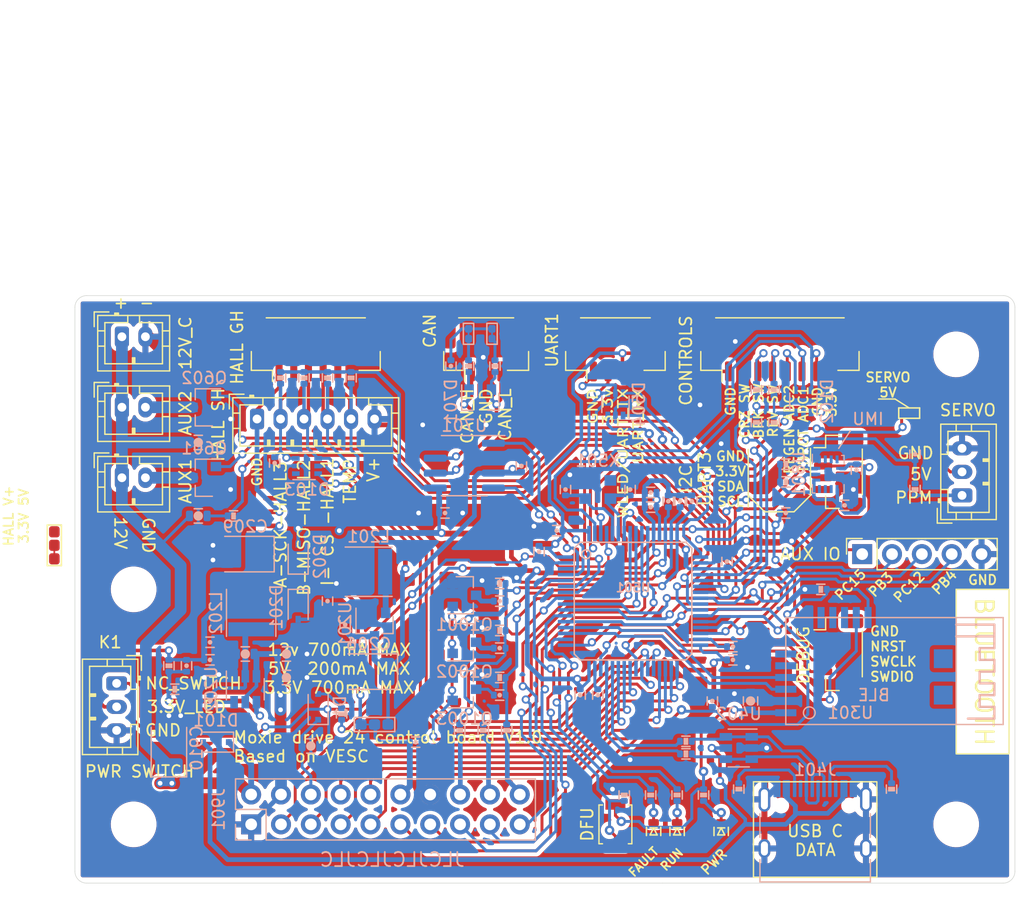
<source format=kicad_pcb>
(kicad_pcb (version 20210424) (generator pcbnew)
  (layers (0 "F.Cu" signal) (31 "B.Cu" signal) (34 "B.Paste" user) (35 "F.Paste" user) (36 "B.SilkS" user "B.Silkscreen") (37 "F.SilkS" user "F.Silkscreen") (38 "B.Mask" user) (39 "F.Mask" user) (44 "Edge.Cuts" user))
  (net 0 "")
  (net 1 "/Microcontroller/TEMP_MOTOR")
  (net 2 "+12V")
  (net 3 "GND")
  (net 4 "+3V3")
  (net 5 "/Microcontroller/PB4")
  (net 6 "/Microcontroller/PB3")
  (net 7 "SWCLK")
  (net 8 "SWDIO")
  (net 9 "NRST")
  (net 10 "Net-(J602-Pad2)")
  (net 11 "/Microcontroller/ADC_TEMP")
  (net 12 "Net-(J603-Pad2)")
  (net 13 "/Microcontroller/PHASE_CURRENT_1_ADC")
  (net 14 "Net-(C1001-Pad2)")
  (net 15 "GNDA")
  (net 16 "/Microcontroller/PHASE_CURRENT_2_ADC")
  (net 17 "Net-(C1002-Pad2)")
  (net 18 "Net-(C1003-Pad2)")
  (net 19 "/Microcontroller/PHASE_CURRENT_3_ADC")
  (net 20 "/USB connector/USB_VBUS")
  (net 21 "/Microcontroller/ADC_REGEN")
  (net 22 "/Microcontroller/ADC_THROTTLE")
  (net 23 "/Microcontroller/PWR-CRUISE")
  (net 24 "/Microcontroller/BRAKE_SW")
  (net 25 "/Microcontroller/REVERSE_SW")
  (net 26 "/Microcontroller/HALL_3")
  (net 27 "/Microcontroller/HALL_2")
  (net 28 "/Microcontroller/HALL_1")
  (net 29 "+5V")
  (net 30 "/6DOF IMU/IMU_SCL")
  (net 31 "/6DOF IMU/IMU_SDA")
  (net 32 "/Microcontroller/USART1_TX")
  (net 33 "/Microcontroller/USART1_RX")
  (net 34 "/CAN_tranciever/CANH")
  (net 35 "/CAN_tranciever/CANL")
  (net 36 "Net-(D1-Pad2)")
  (net 37 "/power_stage/12V_EN")
  (net 38 "/Microcontroller/H1")
  (net 39 "/Microcontroller/L1")
  (net 40 "/Microcontroller/H3")
  (net 41 "/Microcontroller/H2")
  (net 42 "/Microcontroller/L3")
  (net 43 "/servo")
  (net 44 "/Microcontroller/L2")
  (net 45 "/Microcontroller/ADC_VBUS")
  (net 46 "/Microcontroller/PHASE_V_1_ADC")
  (net 47 "/Microcontroller/VCAP2")
  (net 48 "/Phase filters/IN_A")
  (net 49 "/Microcontroller/PHASE_V_2_ADC")
  (net 50 "/Microcontroller/VCAP1")
  (net 51 "/Microcontroller/LED_GREEN")
  (net 52 "/Phase filters/IN_B")
  (net 53 "/Microcontroller/PHASE_V_3_ADC")
  (net 54 "/Phase filters/IN_C")
  (net 55 "+3.3VA")
  (net 56 "/AUX PWM OUT/aux1_pwm_in")
  (net 57 "/AUX PWM OUT/aux2_pwm_in")
  (net 58 "/Microcontroller/PHASE_FILTER_CTL")
  (net 59 "/Microcontroller/BLE_SWDCLK")
  (net 60 "/Microcontroller/USB_DM")
  (net 61 "/Microcontroller/USB_DP")
  (net 62 "/Microcontroller/USR_BTN-DFU_BOOT")
  (net 63 "/Microcontroller/LED_RED")
  (net 64 "/Microcontroller/gdrv_vsense")
  (net 65 "/Microcontroller/USART3_TX")
  (net 66 "/Microcontroller/USART3_RX")
  (net 67 "/Microcontroller/XOSC_1")
  (net 68 "/Microcontroller/XOSC_0")
  (net 69 "Net-(C205-Pad2)")
  (net 70 "Net-(C205-Pad1)")
  (net 71 "Net-(C210-Pad2)")
  (net 72 "/CAN_tranciever/can_capterm")
  (net 73 "Net-(J401-PadA6)")
  (net 74 "Net-(J401-PadB5)")
  (net 75 "/Microcontroller/SW_EN")
  (net 76 "Net-(J401-PadA7)")
  (net 77 "/Microcontroller/SW_SNS")
  (net 78 "Net-(J401-PadA5)")
  (net 79 "Net-(JP101-Pad2)")
  (net 80 "Net-(JP102-Pad2)")
  (net 81 "/CAN_tranciever/canh_term")
  (net 82 "/CAN_tranciever/canl_term")
  (net 83 "/ADC_THROTTLE_R")
  (net 84 "Net-(K101-Pad1)")
  (net 85 "/ADC_REGEN_R")
  (net 86 "/Microcontroller/LED_BL_R")
  (net 87 "/Microcontroller/LED_GN_R")
  (net 88 "/Microcontroller/LED_RD_R")
  (net 89 "/Microcontroller/BLE_SWDIO")
  (net 90 "Net-(L201-Pad1)")
  (net 91 "/power_stage/isense_pwr")
  (net 92 "/CAN_tranciever/CAN_TX")
  (net 93 "/Microcontroller/PC15")
  (net 94 "/Microcontroller/PC12")
  (net 95 "/CAN_tranciever/CAN_RX")
  (footprint "pkl_dipol:D_0603" (layer "F.Cu") (at 146 115.6 -90)
    (fp_text reference "D501")
    (fp_text value "BLUE")
  )
  (footprint "pkl_dipol:D_0603" (layer "F.Cu") (at 142.25 115.6 -90)
    (fp_text reference "D502")
    (fp_text value "GREEN")
  )
  (footprint "pkl_dipol:D_0603" (layer "F.Cu") (at 140.25 115.6 -90)
    (fp_text reference "D503")
    (fp_text value "RED")
  )
  (footprint "Connector_PinSocket_2.54mm:PinSocket_1x05_P2.54mm_Vertical" (layer "F.Cu") (at 158 92 90)
    (fp_text reference "J501")
    (fp_text value "Unused_IO")
  )
  (footprint "Connector_JST:JST_PH_B2B-PH-K_1x02_P2.00mm_Vertical" (layer "F.Cu") (at 95 73.5)
    (fp_text reference "J601")
    (fp_text value "Conn_01x02")
  )
  (footprint "pkl_jumpers:J_NC_0402_20" (layer "F.Cu") (at 162 80)
    (fp_text reference "JP101")
    (fp_text value "Jumper_NC_Small")
  )
  (footprint "pkl_jumpers:J_NCNO_0903_15" (layer "F.Cu") (at 89.25 91.25 90)
    (fp_text reference "JP102")
    (fp_text value "hall_pwr_jmp")
  )
  (footprint "Connector_JST:JST_PH_B3B-PH-K_1x03_P2.00mm_Vertical" (layer "F.Cu") (at 166.5 87 90)
    (fp_text reference "K101")
    (fp_text value "SERVO")
  )
  (footprint "MountingHole:MountingHole_3.2mm_M3_DIN965" (layer "F.Cu") (at 96 115)
    (fp_text reference "MK101")
    (fp_text value "Mounting_Hole")
  )
  (footprint "MountingHole:MountingHole_3.2mm_M3_DIN965" (layer "F.Cu") (at 166 115)
    (fp_text reference "MK102")
    (fp_text value "Mounting_Hole")
  )
  (footprint "MountingHole:MountingHole_3.2mm_M3_DIN965" (layer "F.Cu") (at 166 75)
    (fp_text reference "MK103")
    (fp_text value "Mounting_Hole")
  )
  (footprint "MountingHole:MountingHole_3.2mm_M3_DIN965" (layer "F.Cu") (at 96 95)
    (fp_text reference "MK104")
    (fp_text value "Mounting_Hole")
  )
  (footprint "Connector_JST:JST_GH_BM08B-GHS-TBT_1x08-1MP_P1.25mm_Vertical" (layer "F.Cu") (at 151 74.5)
    (fp_text reference "P101")
    (fp_text value "Conn_01x08")
  )
  (footprint "Connector_JST:JST_GH_BM04B-GHS-TBT_1x04-1MP_P1.25mm_Vertical" (layer "F.Cu") (at 137 74.5)
    (fp_text reference "P102")
    (fp_text value "Serial1/tim4")
  )
  (footprint "Connector_JST:JST_SH_BM04B-SRSS-TB_1x04-1MP_P1.00mm_Vertical" (layer "F.Cu") (at 156 85 -90)
    (fp_text reference "P103")
    (fp_text value "I2C")
  )
  (footprint "Connector_JST:JST_SH_BM04B-SRSS-TB_1x04-1MP_P1.00mm_Vertical" (layer "F.Cu") (at 156 100.5 -90)
    (fp_text reference "P501")
    (fp_text value "SWD_DEBUG")
  )
  (footprint "Button_Switch_SMD:SW_SPST_B3U-1000P" (layer "F.Cu") (at 137 115 90)
    (fp_text reference "SW501")
    (fp_text value "SW_Push")
  )
  (footprint "Connector_JST:JST_PH_B2B-PH-K_1x02_P2.00mm_Vertical" (layer "F.Cu") (at 95 85.5)
    (fp_text reference "J602")
    (fp_text value "Conn_01x02")
  )
  (footprint "Connector_JST:JST_PH_B2B-PH-K_1x02_P2.00mm_Vertical" (layer "F.Cu") (at 95 79.5)
    (fp_text reference "J603")
    (fp_text value "Conn_01x02")
  )
  (footprint "NetTie:NetTie-2_SMD_Pad0.5mm" (layer "F.Cu") (at 137.8 91.2 90)
    (fp_text reference "NT1" hide)
    (fp_text value "Net-Tie_2")
  )
  (footprint "Connector_JST:JST_PH_B6B-PH-K_1x06_P2.00mm_Vertical" (layer "F.Cu") (at 106.5 80.5)
    (fp_text reference "P104")
    (fp_text value "HALL/Encoder")
  )
  (footprint "Connector_JST:JST_PH_B3B-PH-K_1x03_P2.00mm_Vertical" (layer "F.Cu") (at 94.55 103 -90)
    (fp_text reference "K1")
    (fp_text value "SERVO")
  )
  (footprint "Connector_JST:JST_GH_BM06B-GHS-TBT_1x06-1MP_P1.25mm_Vertical" (layer "F.Cu") (at 111.5 74.5)
    (fp_text reference "P110")
    (fp_text value "jst gh vert")
  )
  (footprint "Connector_JST:JST_GH_BM03B-GHS-TBT_1x03-1MP_P1.25mm_Vertical" (layer "F.Cu") (at 126 74.5)
    (fp_text reference "J1")
    (fp_text value "Conn_01x03")
  )
  (footprint "pkl_dipol:C_0402" (layer "B.Cu") (at 162.5 83.5 -90)
    (fp_text reference "C101")
    (fp_text value "0.1uF")
  )
  (footprint "pkl_dipol:C_0402" (layer "B.Cu") (at 108 84.25 90)
    (fp_text reference "C102")
    (fp_text value "0.1uF")
  )
  (footprint "pkl_dipol:C_0603" (layer "B.Cu") (at 109 102.5)
    (fp_text reference "C201")
    (fp_text value "10uF")
  )
  (footprint "pkl_dipol:C_0402" (layer "B.Cu") (at 112.5 96 -90)
    (fp_text reference "C202")
    (fp_text value "2.2uF")
  )
  (footprint "pkl_dipol:C_0603" (layer "B.Cu") (at 105.5 100.5 180)
    (fp_text reference "C203")
    (fp_text value "10uF")
  )
  (footprint "pkl_dipol:C_0402" (layer "B.Cu") (at 114 98 90)
    (fp_text reference "C204")
    (fp_text value "2.2uF")
  )
  (footprint "pkl_dipol:C_0402" (layer "B.Cu") (at 102.5 104.5 -90)
    (fp_text reference "C205")
    (fp_text value "0.1uF")
  )
  (footprint "Capacitor_Tantalum_SMD:CP_EIA-3528-15_AVX-H" (layer "B.Cu") (at 116 102 180)
    (fp_text reference "C206")
    (fp_text value "100uf")
  )
  (footprint "pkl_dipol:C_0402" (layer "B.Cu") (at 102.5 101)
    (fp_text reference "C207")
    (fp_text value "2.2uF")
  )
  (footprint "pkl_dipol:C_0402" (layer "B.Cu") (at 102.5 99.5)
    (fp_text reference "C208")
    (fp_text value "2.2uF")
  )
  (footprint "Capacitor_Tantalum_SMD:CP_EIA-3528-15_AVX-H" (layer "B.Cu") (at 105.5 92 180)
    (fp_text reference "C209")
    (fp_text value "100uf")
  )
  (footprint "pkl_dipol:C_0402" (layer "B.Cu") (at 100.5 101.5 -90)
    (fp_text reference "C210")
    (fp_text value "NP")
  )
  (footprint "pkl_dipol:C_0603" (layer "B.Cu") (at 148.5 104.5 90)
    (fp_text reference "C301")
    (fp_text value "10uF")
  )
  (footprint "pkl_dipol:C_0402" (layer "B.Cu") (at 135.5 104 90)
    (fp_text reference "C501")
    (fp_text value "2.2uF")
  )
  (footprint "pkl_dipol:C_0402" (layer "B.Cu") (at 140 88)
    (fp_text reference "C502")
    (fp_text value "2.2uF")
  )
  (footprint "pkl_dipol:C_0402" (layer "B.Cu") (at 147 99.875 180)
    (fp_text reference "C503")
    (fp_text value "2.2uF")
  )
  (footprint "pkl_dipol:C_0402" (layer "B.Cu") (at 140 86.75)
    (fp_text reference "C504")
    (fp_text value "2.2uF")
  )
  (footprint "pkl_dipol:C_0402" (layer "B.Cu") (at 132.75 86.5 90)
    (fp_text reference "C505")
    (fp_text value "20pF")
  )
  (footprint "pkl_dipol:C_0402" (layer "B.Cu") (at 151.5 88.5 180)
    (fp_text reference "C506")
    (fp_text value "0.1uF")
  )
  (footprint "pkl_dipol:C_0402" (layer "B.Cu") (at 138.25 86.5 90)
    (fp_text reference "C507")
    (fp_text value "20pF")
  )
  (footprint "pkl_dipol:C_0402" (layer "B.Cu") (at 130.5 91.8 90)
    (fp_text reference "C508")
    (fp_text value "2.2uF")
  )
  (footprint "pkl_dipol:C_0402" (layer "B.Cu") (at 146.5 92.625 -90)
    (fp_text reference "C509")
    (fp_text value "2.2uF")
  )
  (footprint "pkl_dipol:C_0402" (layer "B.Cu") (at 132 90)
    (fp_text reference "C510")
    (fp_text value "2.2uF")
  )
  (footprint "pkl_dipol:C_0402" (layer "B.Cu") (at 134 104 90)
    (fp_text reference "C511")
    (fp_text value "2.2uF")
  )
  (footprint "pkl_dipol:C_0402" (layer "B.Cu") (at 147 101 180)
    (fp_text reference "C512")
    (fp_text value "2.2uF")
  )
  (footprint "pkl_dipol:C_0402" (layer "B.Cu") (at 123 76 -90)
    (fp_text reference "C701")
    (fp_text value "15nf")
  )
  (footprint "pkl_dipol:C_0402" (layer "B.Cu") (at 129 84.5 90)
    (fp_text reference "C702")
    (fp_text value "2.2uF")
  )
  (footprint "pkl_dipol:C_0402" (layer "B.Cu") (at 122.5 88.5)
    (fp_text reference "C703")
    (fp_text value "2.2uF")
  )
  (footprint "pkl_dipol:C_0402" (layer "B.Cu") (at 156.51248 87.84999 180)
    (fp_text reference "C801")
    (fp_text value "0.1uF")
  )
  (footprint "pkl_dipol:C_0402" (layer "B.Cu") (at 157.51248 84.84999 90)
    (fp_text reference "C802")
    (fp_text value "0.1uF")
  )
  (footprint "pkl_dipol:C_0402" (layer "B.Cu") (at 120 108)
    (fp_text reference "C901")
    (fp_text value "2.2uF")
  )
  (footprint "pkl_dipol:C_0402" (layer "B.Cu") (at 145.25 104.5 90)
    (fp_text reference "C902")
    (fp_text value "0.1uF")
  )
  (footprint "pkl_dipol:C_0603" (layer "B.Cu") (at 109 100.5)
    (fp_text reference "C907")
    (fp_text value "10uF")
  )
  (footprint "pkl_dipol:C_0603" (layer "B.Cu") (at 101.5 82.5)
    (fp_text reference "C909")
    (fp_text value "10uF")
  )
  (footprint "pkl_dipol:C_0402" (layer "B.Cu") (at 127.15 96 180)
    (fp_text reference "C1001")
    (fp_text value "15nf")
  )
  (footprint "pkl_dipol:C_0402" (layer "B.Cu") (at 127.15 100 180)
    (fp_text reference "C1002")
    (fp_text value "15nf")
  )
  (footprint "pkl_dipol:C_0402" (layer "B.Cu") (at 127.15 104 180)
    (fp_text reference "C1003")
    (fp_text value "15nf")
  )
  (footprint "pkl_dipol:C_0402" (layer "B.Cu") (at 141.5 87.5 90)
    (fp_text reference "C1004")
    (fp_text value "1nf")
  )
  (footprint "pkl_dipol:C_0402" (layer "B.Cu") (at 142.5 87.5 90)
    (fp_text reference "C1005")
    (fp_text value "1nf")
  )
  (footprint "pkl_dipol:C_0402" (layer "B.Cu") (at 143.5 87.5 90)
    (fp_text reference "C1006")
    (fp_text value "1nf")
  )
  (footprint "Package_TO_SOT_SMD:SOT-363_SC-70-6" (layer "B.Cu") (at 153 79 90)
    (fp_text reference "D102")
    (fp_text value " SMF05CT1G")
  )
  (footprint "Package_TO_SOT_SMD:SOT-363_SC-70-6" (layer "B.Cu") (at 110.75 84.5)
    (fp_text reference "D103")
    (fp_text value " SMF05CT1G")
  )
  (footprint "Diode_SMD:D_SOD-323" (layer "B.Cu") (at 110 96.5 -90)
    (fp_text reference "D201")
    (fp_text value "3.3V TVS")
  )
  (footprint "Package_TO_SOT_SMD:SOT-363_SC-70-6" (layer "B.Cu") (at 137 79.25 90)
    (fp_text reference "D504")
    (fp_text value " SMF05CT1G")
  )
  (footprint "Package_TO_SOT_SMD:SOT-23" (layer "B.Cu") (at 125.5 79 -90)
    (fp_text reference "D701")
    (fp_text value "NUP2105L")
  )
  (footprint "pkl_jumpers:J_NC_0402_15" (layer "B.Cu") (at 124.5 73.25 90)
    (fp_text reference "JP701")
    (fp_text value "J_CTRM1")
  )
  (footprint "pkl_jumpers:J_NC_0402_15" (layer "B.Cu") (at 126.5 73.25 90)
    (fp_text reference "JP702")
    (fp_text value "J_CTRM2")
  )
  (footprint "Inductor_SMD:L_Taiyo-Yuden_NR-40xx" (layer "B.Cu") (at 116 93.5 180)
    (fp_text reference "L201")
    (fp_text value "22uH")
  )
  (footprint "Inductor_SMD:L_Taiyo-Yuden_NR-40xx" (layer "B.Cu") (at 106 97 -90)
    (fp_text reference "L202")
    (fp_text value "4.7uH")
  )
  (footprint "Package_TO_SOT_SMD:SOT-23" (layer "B.Cu") (at 102 85.5 180)
    (fp_text reference "Q601")
    (fp_text value "60v 1a fet")
  )
  (footprint "Package_TO_SOT_SMD:SOT-23" (layer "B.Cu") (at 102 79.51 180)
    (fp_text reference "Q602")
    (fp_text value "60v 1a fet")
  )
  (footprint "Package_TO_SOT_SMD:SOT-23" (layer "B.Cu") (at 124.15 95.5)
    (fp_text reference "Q1001")
    (fp_text value "60v 1a fet")
  )
  (footprint "Package_TO_SOT_SMD:SOT-23" (layer "B.Cu") (at 124.15 99.5)
    (fp_text reference "Q1002")
    (fp_text value "60v 1a fet")
  )
  (footprint "Package_TO_SOT_SMD:SOT-23" (layer "B.Cu") (at 124.15 103.5)
    (fp_text reference "Q1003")
    (fp_text value "60v 1a fet")
  )
  (footprint "pkl_dipol:R_0402" (layer "B.Cu") (at 149 78 90)
    (fp_text reference "R101")
    (fp_text value "120Ω")
  )
  (footprint "pkl_dipol:R_0402" (layer "B.Cu") (at 162.5 86.5 -90)
    (fp_text reference "R102")
    (fp_text value "120Ω")
  )
  (footprint "pkl_dipol:R_0402" (layer "B.Cu") (at 150.5 78 90)
    (fp_text reference "R103")
    (fp_text value "120Ω")
  )
  (footprint "pkl_dipol:R_0402" (layer "B.Cu") (at 149 80.8 -90)
    (fp_text reference "R104")
    (fp_text value "100kΩ")
  )
  (footprint "pkl_dipol:R_0402" (layer "B.Cu") (at 150.5 80.8 -90)
    (fp_text reference "R105")
    (fp_text value "100kΩ")
  )
  (footprint "pkl_dipol:R_0402" (layer "B.Cu") (at 110.5 77 90)
    (fp_text reference "R106")
    (fp_text value "2k2Ω")
  )
  (footprint "pkl_dipol:R_0402" (layer "B.Cu") (at 112.5 77 90)
    (fp_text reference "R107")
    (fp_text value "2k2Ω")
  )
  (footprint "pkl_dipol:R_0402" (layer "B.Cu") (at 114.5 77 90)
    (fp_text reference "R108")
    (fp_text value "2k2Ω")
  )
  (footprint "pkl_dipol:R_0402" (layer "B.Cu") (at 108.5 77 90)
    (fp_text reference "R109")
    (fp_text value "10kΩ")
  )
  (footprint "pkl_dipol:R_0402" (layer "B.Cu") (at 99 101.5 -90)
    (fp_text reference "R201")
    (fp_text value "R33.2k 0.1%")
  )
  (footprint "pkl_dipol:R_0402" (layer "B.Cu") (at 99.5 103.5)
    (fp_text reference "R202")
    (fp_text value "10kΩ")
  )
  (footprint "pkl_dipol:R_0402" (layer "B.Cu") (at 143 107.93)
    (fp_text reference "R401")
    (fp_text value "22Ω")
  )
  (footprint "pkl_dipol:R_0402" (layer "B.Cu") (at 143 109)
    (fp_text reference "R402")
    (fp_text value "22Ω")
  )
  (footprint "pkl_dipol:R_0402" (layer "B.Cu") (at 147.5 112 -90)
    (fp_text reference "R403")
    (fp_text value "5.1kΩ")
  )
  (footprint "pkl_dipol:R_0402" (layer "B.Cu") (at 160.5 112 -90)
    (fp_text reference "R404")
    (fp_text value "5.1kΩ")
  )
  (footprint "pkl_dipol:R_0402" (layer "B.Cu") (at 144.5 112.5 90)
    (fp_text reference "R501")
    (fp_text value "1kΩ")
  )
  (footprint "pkl_dipol:R_0402" (layer "B.Cu") (at 142.25 112.5 90)
    (fp_text reference "R502")
    (fp_text value "1kΩ")
  )
  (footprint "pkl_dipol:R_0402" (layer "B.Cu") (at 140 112.5 90)
    (fp_text reference "R503")
    (fp_text value "1kΩ")
  )
  (footprint "pkl_dipol:R_0402" (layer "B.Cu") (at 137.75 112.5 90)
    (fp_text reference "R504")
    (fp_text value "1kΩ")
  )
  (footprint "pkl_dipol:R_0402" (layer "B.Cu") (at 124.5 76 90)
    (fp_text reference "R701")
    (fp_text value "120Ω")
  )
  (footprint "pkl_dipol:R_0402" (layer "B.Cu") (at 126.75 76 90)
    (fp_text reference "R702")
    (fp_text value "120Ω")
  )
  (footprint "pkl_dipol:R_0402" (layer "B.Cu") (at 151.51248 84.34999 180)
    (fp_text reference "R801")
    (fp_text value "1kΩ")
  )
  (footprint "pkl_dipol:R_0402" (layer "B.Cu") (at 151.51248 85.84999 180)
    (fp_text reference "R802")
    (fp_text value "1kΩ")
  )
  (footprint "pkl_dipol:C_0603" (layer "B.Cu") (at 101.5 88.75 180)
    (fp_text reference "R901")
    (fp_text value "39kΩ")
  )
  (footprint "pkl_dipol:R_0402" (layer "B.Cu") (at 104.5 88.75)
    (fp_text reference "R902")
    (fp_text value "2k2Ω")
  )
  (footprint "pkl_dipol:R_0402" (layer "B.Cu") (at 123.75 107 -90)
    (fp_text reference "R1001")
    (fp_text value "1kΩ")
  )
  (footprint "pkl_dipol:R_0402" (layer "B.Cu") (at 125.75 107 -90)
    (fp_text reference "R1002")
    (fp_text value "1kΩ")
  )
  (footprint "pkl_dipol:R_0402" (layer "B.Cu") (at 127.75 107 -90)
    (fp_text reference "R1003")
    (fp_text value "1kΩ")
  )
  (footprint "Package_TO_SOT_SMD:SOT-23" (layer "B.Cu") (at 116.5 98 -90)
    (fp_text reference "U201")
    (fp_text value "ME2188")
  )
  (footprint "Package_TO_SOT_SMD:SOT-23-6" (layer "B.Cu") (at 105.5 103.5 -90)
    (fp_text reference "U202")
    (fp_text value "TPS561201")
  )
  (footprint "Package_SO:SOIC-8_3.9x4.9mm_P1.27mm" (layer "B.Cu") (at 124.14 84.47 180)
    (fp_text reference "U701")
    (fp_text value "TJA1051T-3")
  )
  (footprint "Package_LGA:Bosch_LGA-14_3x2.5mm_P0.5mm" (layer "B.Cu") (at 155.11248 85.19999 -90)
    (fp_text reference "U801")
    (fp_text value "BMI160")
  )
  (footprint "Oscillator:Oscillator_SMD_EuroQuartz_XO32-4Pin_3.2x2.5mm" (layer "B.Cu") (at 135.5 86.5 180)
    (fp_text reference "X501")
    (fp_text value "16MHz 10ppm")
  )
  (footprint "24_moxie_drive:WT51822-S4AT" (layer "B.Cu") (at 160.5 106.5)
    (fp_text reference "U301")
    (fp_text value "WT51822-S4AT")
  )
  (footprint "crf1:lqfp64_pad_mod" (layer "B.Cu") (at 138.5 96)
    (fp_text reference "U501")
    (fp_text value "STM32F40X_LQFP64")
  )
  (footprint "pkl_jumpers:J_NCNO_0903_15" (layer "B.Cu") (at 116.5 106.5)
    (fp_text reference "JP901")
    (fp_text value "hall_pwr_jmp")
  )
  (footprint "pkl_dipol:R_0402" (layer "B.Cu") (at 127.15 94.5 180)
    (fp_text reference "R1004")
    (fp_text value "np, 5vdiv")
  )
  (footprint "pkl_dipol:R_0402" (layer "B.Cu") (at 127.15 98.5 180)
    (fp_text reference "R1005")
    (fp_text value "np, 5vdiv")
  )
  (footprint "pkl_dipol:R_0402" (layer "B.Cu") (at 127.15 102.5 180)
    (fp_text reference "R1006")
    (fp_text value "np, 5vdiv")
  )
  (footprint "pkl_connectors:USB_C_Receptacle_HRO_TYPE-C-31-M-12" (layer "B.Cu") (at 154 116 180)
    (fp_text reference "J401")
    (fp_text value "USB_C_Receptacle_USB2.0")
  )
  (footprint "Connector_PinSocket_2.54mm:PinSocket_2x10_P2.54mm_Vertical" (layer "B.Cu") (at 106 115 -90)
    (fp_text reference "J901")
    (fp_text value "Conn_02x10")
  )
  (footprint "Diode_SMD:D_SOD-323F" (layer "B.Cu") (at 103 108 180)
    (fp_text reference "D101")
    (fp_text value "D")
  )
  (footprint "Capacitor_Tantalum_SMD:CP_EIA-3528-15_AVX-H" (layer "B.Cu") (at 99 108.5 90)
    (fp_text reference "C910")
    (fp_text value "47uF")
  )
  (footprint "Diode_SMD:D_SOD-323" (layer "B.Cu") (at 110 92.2 90)
    (fp_text reference "D202")
    (fp_text value "3.3V TVS")
  )
  (footprint "Package_TO_SOT_SMD:SOT-23-6" (layer "B.Cu") (at 147.5 108.5 180)
    (fp_text reference "U402")
    (fp_text value "USBLC6-2")
  )
  (footprint "Diode_SMD:D_SOD-323F" (layer "B.Cu") (at 111.7 105 90)
    (fp_text reference "D1")
    (fp_text value "D")
  )
  (footprint "pkl_dipol:R_0402" (layer "B.Cu") (at 154.47928 95 180)
    (fp_text reference "R1")
    (fp_text value "1kΩ")
  )
  (footprint "pkl_dipol:R_0402" (layer "B.Cu") (at 113.7 105.6 90)
    (fp_text reference "R2")
    (fp_text value "1kΩ")
  )
  (footprint "pkl_dipol:C_0603" (layer "B.Cu") (at 111.08 108.33)
    (fp_text reference "R3")
    (fp_text value "39kΩ")
  )
  (gr_line (start 157 81.5) (end 156 83) (layer "B.SilkS") (width 0.12))
  (gr_line (start 159.4 78.8) (end 160.8 78.8) (layer "F.SilkS") (width 0.12))
  (gr_line (start 148.3 83.1) (end 148.3 88) (layer "F.SilkS") (width 0.12))
  (gr_line (start 152.2 88.4) (end 149.7 88.4) (layer "F.SilkS") (width 0.12))
  (gr_line (start 149.7 88.4) (end 148.3 87) (layer "F.SilkS") (width 0.12))
  (gr_rect (start 148.75 119.5) (end 159.25 111.375) (layer "F.SilkS") (width 0.12) (fill none))
  (gr_rect (start 166 95) (end 170.5 109) (layer "F.SilkS") (width 0.12) (fill none))
  (gr_line (start 153.6 83) (end 153.6 87) (layer "F.SilkS") (width 0.12))
  (gr_line (start 160.8 78.8) (end 162 79.56) (layer "F.SilkS") (width 0.12))
  (gr_line (start 153.6 87) (end 152.2 88.4) (layer "F.SilkS") (width 0.12))
  (gr_line (start 92 120) (end 141 120) (layer "Edge.Cuts") (width 0.05))
  (gr_arc (start 92 119) (end 91 119) (angle -90) (layer "Edge.Cuts") (width 0.05))
  (gr_line (start 141 120) (end 170 120) (layer "Edge.Cuts") (width 0.05))
  (gr_line (start 170 70) (end 92 70) (layer "Edge.Cuts") (width 0.05))
  (gr_arc (start 92 71) (end 92 70) (angle -90) (layer "Edge.Cuts") (width 0.05))
  (gr_arc (start 170 119) (end 170 120) (angle -90) (layer "Edge.Cuts") (width 0.05))
  (gr_arc (start 170 71) (end 171 71) (angle -90) (layer "Edge.Cuts") (width 0.05))
  (gr_line (start 171 119) (end 171 71) (layer "Edge.Cuts") (width 0.05))
  (gr_line (start 91 71) (end 91 119) (layer "Edge.Cuts") (width 0.05))
  (gr_text "JLCJLCJLCJLC" (at 118 118) (layer "B.SilkS") (effects (font (size 1.2 1.2)) (justify mirror)))
  (gr_text "IMU" (at 158.5 80.5) (layer "B.SilkS") (effects (font (size 1 1)) (justify mirror)))
  (gr_text "5V" (at 163 85.2) (layer "F.SilkS") (effects (font (size 1 1))))
  (gr_text "AUX1" (at 100.4 85.8 90) (layer "F.SilkS") (effects (font (size 1 1))))
  (gr_text "SERVO" (at 167 79.75) (layer "F.SilkS") (effects (font (size 1 1))))
  (gr_text "PB4" (at 165 94.4 45) (layer "F.SilkS") (effects (font (size 0.8 0.8))))
  (gr_text "GND\nNRST\nSWCLK\nSWDIO" (at 158.6 100.5) (layer "F.SilkS") (effects (font (size 0.8 0.8)) (justify left)))
  (gr_text "3.3V_LED" (at 100.5 105) (layer "F.SilkS") (effects (font (size 1 1))))
  (gr_text "AUX2" (at 100.4 80 90) (layer "F.SilkS") (effects (font (size 1 1))))
  (gr_text "PPM" (at 162.4 87.2) (layer "F.SilkS") (effects (font (size 1 1))))
  (gr_text "I2C\nUART3" (at 143.8 85.6 90) (layer "F.SilkS") (effects (font (size 1 1))))
  (gr_text "GND" (at 162.55 83.4) (layer "F.SilkS") (effects (font (size 1 1))))
  (gr_text "DEBUG" (at 153 100.6 90) (layer "F.SilkS") (effects (font (size 1 1))))
  (gr_text "HALL SH" (at 103.2 81 90) (layer "F.SilkS") (effects (font (size 1 1))))
  (gr_text "REV SW" (at 150.4 79.8 90) (layer "F.SilkS") (effects (font (size 0.8 0.8))))
  (gr_text "Moxie drive 24 control board V1.0\nBased on VESC" (at 104.4 108.4) (layer "F.SilkS") (effects (font (size 1 1)) (justify left)))
  (gr_text "RUN" (at 141.8 118 45) (layer "F.SilkS") (effects (font (size 0.7 0.7))))
  (gr_text "GND" (at 146.8 79 90) (layer "F.SilkS") (effects (font (size 0.8 0.8))))
  (gr_text "TEMP" (at 114.4 85.8 90) (layer "F.SilkS") (effects (font (size 1 1))))
  (gr_text "SERVO\n5V" (at 160.2 77.6) (layer "F.SilkS") (effects (font (size 0.8 0.8))))
  (gr_text "USB C\nDATA" (at 154 116.375) (layer "F.SilkS") (effects (font (size 1 1))))
  (gr_text "PB3" (at 159.6 94.6 45) (layer "F.SilkS") (effects (font (size 0.8 0.8))))
  (gr_text "GND" (at 154.2 79 90) (layer "F.SilkS") (effects (font (size 0.8 0.8))))
  (gr_text "GND\n3.3V\nSDA\nSCL" (at 146.8 85.6) (layer "F.SilkS") (effects (font (size 0.8 0.8))))
  (gr_text "GND" (at 98.5 107) (layer "F.SilkS") (effects (font (size 1 1))))
  (gr_text "HALL V+\n3.3V 5V" (at 86 88.75 90) (layer "F.SilkS") (effects (font (size 0.8 0.8))))
  (gr_text "CONTROLS" (at 143 71.6 90) (layer "F.SilkS") (effects (font (size 1 1)) (justify right)))
  (gr_text "REGEN ADC2" (at 151.8 81.4 90) (layer "F.SilkS") (effects (font (size 0.8 0.8))))
  (gr_text "CRZ SW" (at 148 79.8 90) (layer "F.SilkS") (effects (font (size 0.8 0.8))))
  (gr_text "+" (at 94.2 70.6) (layer "F.SilkS") (effects (font (size 1 1)) (justify left)))
  (gr_text "12v 700mA MAX\n5V  200mA MAX\n3.3V 700mA MAX" (at 113.5 101.75) (layer "F.SilkS") (effects (font (size 1 1))))
  (gr_text "A-SCK-HALL3" (at 108.5 84 90) (layer "F.SilkS") (effects (font (size 1 1)) (justify right)))
  (gr_text "CAN" (at 121.2 73 90) (layer "F.SilkS") (effects (font (size 1 1))))
  (gr_text "BLUETOOTH" (at 168.375 102 270) (layer "F.SilkS") (effects (font (size 1.5 1.5) (thickness 0.2))))
  (gr_text "DFU" (at 134.6 115 90) (layer "F.SilkS") (effects (font (size 1 1))))
  (gr_text "PC12" (at 162 94.8 45) (layer "F.SilkS") (effects (font (size 0.8 0.8))))
  (gr_text "PWR" (at 145.4 118.2 45) (layer "F.SilkS") (effects (font (size 0.8 0.8))))
  (gr_text "12V_C" (at 100.4 76.4 90) (layer "F.SilkS") (effects (font (size 1 1)) (justify left)))
  (gr_text "GND" (at 168.25 94.2) (layer "F.SilkS") (effects (font (size 0.8 0.8))))
  (gr_text "PWR SWITCH" (at 96.5 110.5) (layer "F.SilkS") (effects (font (size 1 1))))
  (gr_text "HALL GH" (at 104.8 74.4 90) (layer "F.SilkS") (effects (font (size 1 1))))
  (gr_text "AUX IO" (at 153.6 92) (layer "F.SilkS") (effects (font (size 1 1))))
  (gr_text "12V" (at 94.875 90.2 270) (layer "F.SilkS") (effects (font (size 1 1))))
  (gr_text "CAN_H\nGND\nCAN_L" (at 126 77.8 90) (layer "F.SilkS") (effects (font (size 1 1)) (justify right)))
  (gr_text "NC_SWITCH" (at 101.1 103) (layer "F.SilkS") (effects (font (size 1 1))))
  (gr_text "3.3V" (at 155.4 79 90) (layer "F.SilkS") (effects (font (size 0.8 0.8))))
  (gr_text "THROT ADC1" (at 153 81.4 90) (layer "F.SilkS") (effects (font (size 0.8 0.8))))
  (gr_text "UART1" (at 131.6 73.8 90) (layer "F.SilkS") (effects (font (size 1 1))))
  (gr_text "BRK SW" (at 149.2 79.8 90) (layer "F.SilkS") (effects (font (size 0.8 0.8))))
  (gr_text "I- CS -HALL1" (at 112.5 89.25 90) (layer "F.SilkS") (effects (font (size 1 1))))
  (gr_text "PC15" (at 157 94.6 45) (layer "F.SilkS") (effects (font (size 0.8 0.8))))
  (gr_text "GND\n3.3v\nWLED/UART_TX\nUART_RX" (at 137 77.8 90) (layer "F.SilkS") (effects (font (size 0.8 1)) (justify right)))
  (gr_text "GND" (at 97.25 90.4 270) (layer "F.SilkS") (effects (font (size 1 1))))
  (gr_text "GND" (at 106.5 85 90) (layer "F.SilkS") (effects (font (size 0.8 0.8))))
  (gr_text "B-MISO-HALL2" (at 110.5 89.75 90) (layer "F.SilkS") (effects (font (size 1 1))))
  (gr_text "V+" (at 116.4 84.8 90) (layer "F.SilkS") (effects (font (size 1 1))))
  (gr_text "-" (at 96.4 70.6) (layer "F.SilkS") (effects (font (size 1 1)) (justify left)))
  (gr_text "FAULT" (at 139.4 118.2 45) (layer "F.SilkS") (effects (font (size 0.7 0.7))))
  (segment (start 144.875 89.903318) (end 137.714681 82.742999) (width 0.25) (layer "F.Cu") (net 1))
  (segment (start 108.5 78.9) (end 108.5 80.5) (width 0.3) (layer "F.Cu") (net 1))
  (segment (start 137.714681 82.742999) (end 133.882001 82.742999) (width 0.25) (layer "F.Cu") (net 1))
  (segment (start 120.85 87.25) (end 117.2 83.6) (width 0.25) (layer "F.Cu") (net 1))
  (segment (start 109.625 76.45) (end 109.625 77.775) (width 0.3) (layer "F.Cu") (net 1))
  (segment (start 117.2 83.6) (end 109.2 83.6) (width 0.25) (layer "F.Cu") (net 1))
  (segment (start 142.875 94) (end 144.875 92) (width 0.25) (layer "F.Cu") (net 1))
  (segment (start 133.882001 82.742999) (end 129.375 87.25) (width 0.25) (layer "F.Cu") (net 1))
  (segment (start 109 83.8) (end 109.2 83.6) (width 0.25) (layer "F.Cu") (net 1))
  (segment (start 144.875 92) (end 144.875 89.903318) (width 0.25) (layer "F.Cu") (net 1))
  (segment (start 129.375 87.25) (end 120.85 87.25) (width 0.25) (layer "F.Cu") (net 1))
  (segment (start 109.625 77.775) (end 108.5 78.9) (width 0.3) (layer "F.Cu") (net 1))
  (via (at 142.875 94) (size 0.7) (drill 0.4) (layers "F.Cu" "B.Cu") (net 1))
  (via (at 109 83.8) (size 0.7) (drill 0.4) (layers "F.Cu" "B.Cu") (net 1))
  (segment (start 108.5 83.25) (end 108 83.75) (width 0.25) (layer "B.Cu") (net 1))
  (segment (start 108.5 77.5) (end 108.5 80.5) (width 0.3) (layer "B.Cu") (net 1))
  (segment (start 143.375 96.24892) (end 144.25056 96.24892) (width 0.25) (layer "B.Cu") (net 1))
  (segment (start 108.5 83.25) (end 109.1 83.85) (width 0.25) (layer "B.Cu") (net 1))
  (segment (start 108.5 80.5) (end 108.5 83.25) (width 0.25) (layer "B.Cu") (net 1))
  (segment (start 142.875 94) (end 143.125 94.25) (width 0.25) (layer "B.Cu") (net 1))
  (segment (start 143.125 94.25) (end 143.125 95.99892) (width 0.25) (layer "B.Cu") (net 1))
  (segment (start 143.125 95.99892) (end 143.375 96.24892) (width 0.25) (layer "B.Cu") (net 1))
  (segment (start 109.1 83.85) (end 109.8 83.85) (width 0.25) (layer "B.Cu") (net 1))
  (segment (start 100.5 111.5) (end 103 109) (width 1) (layer "F.Cu") (net 2))
  (segment (start 103 109) (end 106.75 109) (width 1) (layer "F.Cu") (net 2))
  (segment (start 105 111.5) (end 100.5 111.5) (width 1) (layer "F.Cu") (net 2))
  (segment (start 105.96 112.46) (end 105 111.5) (width 1) (layer "F.Cu") (net 2))
  (segment (start 108.5 105.25) (end 108.5 104) (width 1) (layer "F.Cu") (net 2))
  (segment (start 98.25 111.5) (end 100.5 111.5) (width 1) (layer "F.Cu") (net 2))
  (segment (start 108.5 107.25) (end 108.5 105.25) (width 1) (layer "F.Cu") (net 2))
  (segment (start 106.75 109) (end 108.5 107.25) (width 1) (layer "F.Cu") (net 2))
  (via (at 108.5 104) (size 0.7) (drill 0.4) (layers "F.Cu" "B.Cu") (net 2))
  (via (at 99.25 111.5) (size 0.7) (drill 0.4) (layers "F.Cu" "B.Cu") (net 2))
  (via (at 98.25 111.5) (size 0.7) (drill 0.4) (layers "F.Cu" "B.Cu") (net 2))
  (via (at 108.5 105.25) (size 0.7) (drill 0.4) (layers "F.Cu" "B.Cu") (net 2))
  (segment (start 108.25 102.5) (end 108.25 100.5) (width 0.5) (layer "B.Cu") (net 2))
  (segment (start 97.0375 99.7125) (end 97.0375 108.075) (width 1) (layer "B.Cu") (net 2))
  (segment (start 95.25 82.5) (end 95 82.25) (width 1) (layer "B.Cu") (net 2))
  (segment (start 106.45 100.7) (end 106.45 102.4) (width 0.5) (layer "B.Cu") (net 2))
  (segment (start 108.25 103.25) (end 108.25 102.5) (width 1) (layer "B.Cu") (net 2))
  (segment (start 98.5 91) (end 98 91) (width 0.25) (layer "B.Cu") (net 2))
  (segment (start 99.25 111.5) (end 99.25 110.25) (width 0.5) (layer "B.Cu") (net 2))
  (segment (start 95 79.5) (end 95 82.25) (width 1) (layer "B.Cu") (net 2))
  (segment (start 106 109.9) (end 104.1 108) (width 0.5) (layer "B.Cu") (net 2))
  (segment (start 95 88) (end 95 85.5) (width 1) (layer "B.Cu") (net 2))
  (segment (start 106.45 102.4) (end 106.45 103.23) (width 0.3) (layer "B.Cu") (net 2))
  (segment (start 106 112.46) (end 106 109.9) (width 0.5) (layer "B.Cu") (net 2))
  (segment (start 108.25 102.75) (end 108.25 103.25) (width 0.5) (layer "B.Cu") (net 2))
  (segment (start 98 91) (end 95 88) (width 1) (layer "B.Cu") (net 2))
  (segment (start 100 93) (end 100 96.75) (width 1) (layer "B.Cu") (net 2))
  (segment (start 95 73.5) (end 95 79.5) (width 1) (layer "B.Cu") (net 2))
  (segment (start 99 110.75) (end 98.25 111.5) (width 0.5) (layer "B.Cu") (net 2))
  (segment (start 98.75 111.375) (end 99 111.125) (width 0.5) (layer "B.Cu") (net 2))
  (segment (start 98.75 111.5) (end 98.75 111.375) (width 0.5) (layer "B.Cu") (net 2))
  (segment (start 98.75 111.5) (end 99.25 111.5) (width 0.5) (layer "B.Cu") (net 2))
  (segment (start 95 82.25) (end 95 85.5) (width 1) (layer "B.Cu") (net 2))
  (segment (start 100.75 82.5) (end 95.25 82.5) (width 1) (layer "B.Cu") (net 2))
  (segment (start 100.75 88.75) (end 98.5 91) (width 0.25) (layer "B.Cu") (net 2))
  (segment (start 108.5 103.5) (end 108.25 103.25) (width 1) (layer "B.Cu") (net 2))
  (segment (start 106.45 103.23) (end 105.5 104.18) (width 0.3) (layer "B.Cu") (net 2))
  (segment (start 98 91) (end 100 93) (width 1) (layer "B.Cu") (net 2))
  (segment (start 99 110.25) (end 99 110.75) (width 0.5) (layer "B.Cu") (net 2))
  (segment (start 100 96.75) (end 97.0375 99.7125) (width 1) (layer "B.Cu") (net 2))
  (segment (start 97.0375 108.075) (end 99 110.0375) (width 1) (layer "B.Cu") (net 2))
  (segment (start 108.5 105.25) (end 108.5 103.5) (width 1) (layer "B.Cu") (net 2))
  (segment (start 98.25 111.5) (end 98.75 111.5) (width 0.5) (layer "B.Cu") (net 2))
  (segment (start 108.25 100.5) (end 106.25 100.5) (width 0.5) (layer "B.Cu") (net 2))
  (segment (start 149.875 112.675) (end 149.68 112.87) (width 0.25) (layer "F.Cu") (net 3))
  (segment (start 136.75 111) (end 138.25 109.5) (width 0.25) (layer "F.Cu") (net 3))
  (segment (start 104.25 86.5) (end 100.5 86.5) (width 0.5) (layer "F.Cu") (net 3))
  (segment (start 129.25 88.75) (end 129 88.5) (width 0.4) (layer "F.Cu") (net 3))
  (segment (start 148.25 101.625) (end 148.25 102.75) (width 0.4) (layer "F.Cu") (net 3))
  (segment (start 102.75 92.5) (end 103.25 92) (width 0.4) (layer "F.Cu") (net 3))
  (segment (start 110 89.8) (end 113.3 89.8) (width 0.3) (layer "F.Cu") (net 3))
  (segment (start 144.2 79.3) (end 146 81.1) (width 0.25) (layer "F.Cu") (net 3))
  (segment (start 110.75 100.5) (end 110.75 102.5) (width 0.4) (layer "F.Cu") (net 3))
  (segment (start 113.3 89.8) (end 113.5 90) (width 0.3) (layer "F.Cu") (net 3))
  (segment (start 103.25 92) (end 111.5 92) (width 0.4) (layer "F.Cu") (net 3))
  (segment (start 130.0625 89.5625) (end 129.25 88.75) (width 0.4) (layer "F.Cu") (net 3))
  (segment (start 104.25 80.5) (end 100.5 80.5) (width 0.5) (layer "F.Cu") (net 3))
  (segment (start 98 102.5) (end 97 103.5) (width 1) (layer "F.Cu") (net 3))
  (segment (start 130.0625 89.625) (end 130.0625 89.5625) (width 0.4) (layer "F.Cu") (net 3))
  (segment (start 97.75 105.75) (end 100 105.75) (width 1) (layer "F.Cu") (net 3))
  (segment (start 129.25 88.625) (end 129.25 88.75) (width 0.4) (layer "F.Cu") (net 3))
  (segment (start 155.4 78.1) (end 155.375 78.075) (width 0.25) (layer "F.Cu") (net 3))
  (segment (start 100.25 86.25) (end 100.25 102.5) (width 1) (layer "F.Cu") (net 3))
  (segment (start 102 102.5) (end 100.25 102.5) (width 1) (layer "F.Cu") (net 3))
  (segment (start 97 103.5) (end 97 105) (width 1) (layer "F.Cu") (net 3))
  (segment (start 116.6 78.425) (end 116.6 80.4) (width 0.3) (layer "F.Cu") (net 3))
  (segment (start 102.25 102.25) (end 102 102.5) (width 0.4) (layer "F.Cu") (net 3))
  (segment (start 146 81.1) (end 146 82.6) (width 0.25) (layer "F.Cu") (net 3))
  (segment (start 120.6 81) (end 117 81) (width 0.4) (layer "F.Cu") (net 3))
  (segment (start 97 105) (end 97.75 105.75) (width 1) (layer "F.Cu") (net 3))
  (segment (start 149.875 108.5) (end 149.875 112.675) (width 0.25) (layer "F.Cu") (net 3))
  (segment (start 145.9 79.3) (end 144.2 79.3) (width 0.25) (layer "F.Cu") (net 3))
  (segment (start 147.875 77.325) (end 145.9 79.3) (width 0.25) (layer "F.Cu") (net 3))
  (segment (start 126 76.45) (end 126 81) (width 0.25) (layer "F.Cu") (net 3))
  (segment (start 100 105.75) (end 99 105.75) (width 0.5) (layer "F.Cu") (net 3))
  (segment (start 133.125 85.25) (end 132.625 85.25) (width 0.4) (layer "F.Cu") (net 3))
  (segment (start 155.375 78.075) (end 155.375 76.45) (width 0.25) (layer "F.Cu") (net 3))
  (segment (start 97.25 73.5) (end 100.25 76.5) (width 1) (layer "F.Cu") (net 3))
  (segment (start 116.6 80.4) (end 116.5 80.5) (width 0.3) (layer "F.Cu") (net 3))
  (segment (start 129 88.5) (end 124 88.5) (width 0.4) (layer "F.Cu") (net 3))
  (segment (start 132.625 85.25) (end 129.25 88.625) (width 0.4) (layer "F.Cu") (net 3))
  (segment (start 147.875 76.45) (end 147.875 77.325) (width 0.25) (layer "F.Cu") (net 3))
  (segment (start 153.5 83.5) (end 153.25 83.25) (width 0.25) (layer "F.Cu") (net 3))
  (segment (start 154.675 83.5) (end 153.5 83.5) (width 0.25) (layer "F.Cu") (net 3))
  (segment (start 117 81) (end 116.5 80.5) (width 0.4) (layer "F.Cu") (net 3))
  (segment (start 103.5 102.5) (end 103.25 102.25) (width 0.5) (layer "F.Cu") (net 3))
  (segment (start 100.25 76.5) (end 100.25 80.25) (width 1) (layer "F.Cu") (net 3))
  (segment (start 103.25 102.25) (end 102.25 102.25) (width 0.4) (layer "F.Cu") (net 3))
  (segment (start 114.625 76.45) (end 116.6 78.425) (width 0.3) (layer "F.Cu") (net 3))
  (segment (start 100.5 86.5) (end 100.25 86.25) (width 0.5) (layer "F.Cu") (net 3))
  (segment (start 100.25 80.25) (end 100.25 86.25) (width 1) (layer "F.Cu") (net 3))
  (segment (start 148.125 90.875) (end 152 90.875) (width 0.25) (layer "F.Cu") (net 3))
  (segment (start 147.875 74.575) (end 147.2 73.9) (width 0.25) (layer "F.Cu") (net 3))
  (segment (start 102.75 91.25) (end 102.75 92.5) (width 0.4) (layer "F.Cu") (net 3))
  (segment (start 147.875 76.45) (end 147.875 74.575) (width 0.25) (layer "F.Cu") (net 3))
  (segment (start 148.25 102.75) (end 147.125 103.875) (width 0.4) (layer "F.Cu") (net 3))
  (segment (start 126 75.5) (end 125.75 75.25) (width 0.25) (layer "F.Cu") (net 3))
  (segment (start 110.75 102.5) (end 103.5 102.5) (width 0.5) (layer "F.Cu") (net 3))
  (segment (start 126 76.45) (end 126 75.5) (width 0.25) (layer "F.Cu") (net 3))
  (segment (start 124 88.5) (end 120.25 88.5) (width 0.4) (layer "F.Cu") (net 3))
  (segment (start 100.5 80.5) (end 100.25 80.25) (width 0.5) (layer "F.Cu") (net 3))
  (segment (start 100.25 102.5) (end 98 102.5) (width 1) (layer "F.Cu") (net 3))
  (segment (start 111.5 92) (end 113.5 90) (width 0.4) (layer "F.Cu") (net 3))
  (segment (start 136.75 112) (end 136.75 111) (width 0.25) (layer "F.Cu") (net 3))
  (via (at 147.2 73.9) (size 0.7) (drill 0.4) (layers "F.Cu" "B.Cu") (net 3))
  (via (at 147.125 103.875) (size 0.7) (drill 0.4) (layers "F.Cu" "B.Cu") (net 3))
  (via (at 148.125 90.875) (size 0.7) (drill 0.4) (layers "F.Cu" "B.Cu") (net 3))
  (via (at 104.25 80.5) (size 0.7) (drill 0.4) (layers "F.Cu" "B.Cu") (net 3))
  (via (at 136.75 112) (size 0.8) (drill 0.4) (layers "F.Cu" "B.Cu") (net 3))
  (via (at 157.25 86.5) (size 0.7) (drill 0.4) (layers "F.Cu" "B.Cu") (net 3))
  (via (at 149.875 108.5) (size 0.8) (drill 0.4) (layers "F.Cu" "B.Cu") (net 3))
  (via (at 152 90.875) (size 0.7) (drill 0.4) (layers "F.Cu" "B.Cu") (net 3))
  (via (at 126 81) (size 0.8) (drill 0.4) (layers "F.Cu" "B.Cu") (net 3))
  (via (at 153.125 95) (size 0.7) (drill 0.4) (layers "F.Cu" "B.Cu") (net 3))
  (via (at 120.6 81) (size 0.7) (drill 0.4) (layers "F.Cu" "B.Cu") (net 3))
  (via (at 138.25 109.5) (size 0.8) (drill 0.4) (layers "F.Cu" "B.Cu") (net 3))
  (via (at 102.75 91.25) (size 0.7) (drill 0.4) (layers "F.Cu" "B.Cu") (net 3))
  (via (at 102.75 92.5) (size 0.7) (drill 0.4) (layers "F.Cu" "B.Cu") (net 3))
  (via (at 100 105.75) (size 0.7) (drill 0.4) (layers "F.Cu" "B.Cu") (net 3))
  (via (at 110.75 102.5) (size 0.7) (drill 0.4) (layers "F.Cu" "B.Cu") (net 3))
  (via (at 113.5 90) (size 0.8) (drill 0.4) (layers "F.Cu" "B.Cu") (net 3))
  (via (at 99 105.75) (size 0.7) (drill 0.4) (layers "F.Cu" "B.Cu") (net 3))
  (via (at 144.2 79.3) (size 0.7) (drill 0.4) (layers "F.Cu" "B.Cu") (net 3))
  (via (at 146 82.6) (size 0.7) (drill 0.4) (layers "F.Cu" "B.Cu") (net 3))
  (via (at 120.25 88.5) (size 0.7) (drill 0.4) (layers "F.Cu" "B.Cu") (net 3))
  (via (at 103.25 102.25) (size 0.7) (drill 0.4) (layers "F.Cu" "B.Cu") (net 3))
  (via (at 130.0625 89.625) (size 0.7) (drill 0.4) (layers "F.Cu" "B.Cu") (net 3))
  (via (at 104.25 86.5) (size 0.7) (drill 0.4) (layers "F.Cu" "B.Cu") (net 3))
  (via (at 153.25 83.25) (size 0.7) (drill 0.4) (layers "F.Cu" "B.Cu") (net 3))
  (via (at 125.75 75.25) (size 0.8) (drill 0.4) (layers "F.Cu" "B.Cu") (net 3))
  (via (at 155.4 78.1) (size 0.7) (drill 0.4) (layers "F.Cu" "B.Cu") (net 3))
  (via (at 110 89.8) (size 0.8) (drill 0.4) (layers "F.Cu" "B.Cu") (net 3))
  (via (at 102 102.5) (size 0.7) (drill 0.4) (layers "F.Cu" "B.Cu") (net 3))
  (via (at 124 88.5) (size 0.7) (drill 0.4) (layers "F.Cu" "B.Cu") (net 3))
  (via (at 148.25 101.625) (size 0.7) (drill 0.4) (layers "F.Cu" "B.Cu") (net 3))
  (via (at 133.125 85.25) (size 0.8) (drill 0.4) (layers "F.Cu" "B.Cu") (net 3))
  (via (at 138.625 79.25) (size 0.7) (drill 0.4) (layers "F.Cu" "B.Cu") (net 3))
  (via (at 110.75 100.5) (size 0.7) (drill 0.4) (layers "F.Cu" "B.Cu") (net 3))
  (segment (start 126 81) (end 126 80.5) (width 0.25) (layer "B.Cu") (net 3))
  (segment (start 110 91.15) (end 110 89.8) (width 0.3) (layer "B.Cu") (net 3))
  (segment (start 129.83398 91.63398) (end 130.5 92.3) (width 0.3) (layer "B.Cu") (net 3))
  (segment (start 98.75 107) (end 100 105.75) (width 0.5) (layer "B.Cu") (net 3))
  (segment (start 121.665 82.565) (end 121.665 82.065) (width 0.4) (layer "B.Cu") (net 3))
  (segment (start 108.25 84.5) (end 109.8 84.5) (width 0.25) (layer "B.Cu") (net 3))
  (segment (start 153.25 83.25) (end 152.45 83.25) (width 0.25) (layer "B.Cu") (net 3))
  (segment (start 100.75 106.75) (end 105.5 106.75) (width 1) (layer "B.Cu") (net 3))
  (segment (start 99 105.75) (end 99 107) (width 0.5) (layer "B.Cu") (net 3))
  (segment (start 153.25 83.25) (end 153.93749 83.93749) (width 0.25) (layer "B.Cu") (net 3))
  (segment (start 123.815 82.565) (end 124.25 83) (width 0.5) (layer "B.Cu") (net 3))
  (segment (start 121.665 82.565) (end 123.815 82.565) (width 0.5) (layer "B.Cu") (net 3))
  (segment (start 156.13748 85.22499) (end 156.13748 85.72499) (width 0.3) (layer "B.Cu") (net 3))
  (segment (start 157.01248 87.84999) (end 157.01248 86.84999) (width 0.3) (layer "B.Cu") (net 3))
  (segment (start 131.3 92.3) (end 130.5 92.3) (width 0.25) (layer "B.Cu") (net 3))
  (segment (start 145.375 92.75) (end 146 92.125) (width 0.25) (layer "B.Cu") (net 3))
  (segment (start 134.75 107.25) (end 137 109.5) (width 0.25) (layer "B.Cu") (net 3))
  (segment (start 103 86.5) (end 104.25 86.5) (width 0.5) (layer "B.Cu") (net 3))
  (segment (start 132.74944 92.7488) (end 131.7488 92.7488) (width 0.25) (layer "B.Cu") (net 3))
  (segment (start 104.55 100.7) (end 104.55 102.4) (width 0.5) (layer "B.Cu") (net 3))
  (segment (start 138.25 86) (end 138.25 85.25) (width 0.3) (layer "B.Cu") (net 3))
  (segment (start 132.75 85.625) (end 133.125 85.25) (width 0.4) (layer "B.Cu") (net 3))
  (segment (start 148.125 90.875) (end 146.875 92.125) (width 0.25) (layer "B.Cu") (net 3))
  (segment (start 115 88.5) (end 113.5 90) (width 0.4) (layer "B.Cu") (net 3))
  (segment (start 152.45 83.25) (end 150.5 81.3) (width 0.25) (layer "B.Cu") (net 3))
  (segment (start 105 90.9625) (end 105 88.75) (width 0.25) (layer "B.Cu") (net 3))
  (segment (start 153.93749 83.93749) (end 154.36248 83.93749) (width 0.25) (layer "B.Cu") (net 3))
  (segment (start 126.615 83.835) (end 124.415 83.835) (width 0.5) (layer "B.Cu") (net 3))
  (segment (start 130.4375 90) (end 130.0625 89.625) (width 0.25) (layer "B.Cu") (net 3))
  (segment (start 124.25 81.25) (end 122.935 82.565) (width 0.4) (layer "B.Cu") (net 3))
  (segment (start 137.375 79.25) (end 138.625 79.25) (width 0.25) (layer "B.Cu") (net 3))
  (segment (start 124.333991 83.083991) (end 124.25 83) (width 0.5) (layer "B.Cu") (net 3))
  (segment (start 99 106.9625) (end 100.5375 106.9625) (width 1) (layer "B.Cu") (net 3))
  (segment (start 152 90.875) (end 152 88.5) (width 0.25) (layer "B.Cu") (net 3))
  (segment (start 111.25 102) (end 110.75 102.5) (width 1) (layer "B.Cu") (net 3))
  (segment (start 120.25 88.5) (end 115 88.5) (width 0.4) (layer "B.Cu") (net 3))
  (segment (start 148.5 103.75) (end 147.25 103.75) (width 0.25) (layer "B.Cu") (net 3))
  (segment (start 157.405 111.955) (end 158.32 112.87) (width 0.5) (layer "B.Cu") (net 3))
  (segment (start 137.75 112) (end 136.75 112) (width 0.25) (layer "B.Cu") (net 3))
  (segment (start 131.5 90) (end 130.6 90) (width 0.3) (layer "B.Cu") (net 3))
  (segment (start 135.5 104.5) (end 134.75 105.25) (width 0.25) (layer "B.Cu") (net 3))
  (segment (start 151.5 104.5) (end 149.25 104.5) (width 0.4) (layer "B.Cu") (net 3))
  (segment (start 126.75 83.8125) (end 128.8125 83.8125) (width 0.5) (layer "B.Cu") (net 3))
  (segment (start 156.51248 87.34999) (end 157.01248 87.84999) (width 0.3) (layer "B.Cu") (net 3))
  (segment (start 124.333991 83.416009) (end 124.333991 83.916009) (width 0.5) (layer "B.Cu") (net 3))
  (segment (start 150.595 111.955) (end 149.68 112.87) (width 0.5) (layer "B.Cu") (net 3))
  (segment (start 131.7488 92.7488) (end 131.3 92.3) (width 0.25) (layer "B.Cu") (net 3))
  (segment (start 126 80.5) (end 125.5 80) (width 0.25) (layer "B.Cu") (net 3))
  (segment (start 134 104.5) (end 135.5 104.5) (width 0.5) (layer "B.Cu") (net 3))
  (segment (start 137 80.2) (end 137 79.625) (width 0.25) (layer "B.Cu") (net 3))
  (segment (start 103.5 92) (end 102.75 91.25) (width 0.4) (layer "B.Cu") (net 3))
  (segment (start 157.01248 87.84999) (end 157.01248 86.73752) (width 0.25) (layer "B.Cu") (net 3))
  (segment (start 153.125 95) (end 153.97928 95) (width 0.25) (layer "B.Cu") (net 3))
  (segment (start 103 81.75) (end 102.25 82.5) (width 0.5) (layer "B.Cu") (net 3))
  (segment (start 156.51248 85.97499) (end 156.51248 87.34999) (width 0.3) (layer "B.Cu") (net 3))
  (segment (start 110.75 102.5) (end 109.75 102.5) (width 0.5) (layer "B.Cu") (net 3))
  (segment (start 114.4625 102) (end 111.25 102) (width 1) (layer "B.Cu") (net 3))
  (segment (start 153 79.3) (end 153.3 79) (width 0.25) (layer "B.Cu") (net 3))
  (segment (start 135.25 84.75) (end 134.5 85.5) (width 0.3) (layer "B.Cu") (net 3))
  (segment (start 156.26248 85.72499) (end 157.13748 85.72499) (width 0.3) (layer "B.Cu") (net 3))
  (segment (start 123 80) (end 124.25 81.25) (width 0.25) (layer "B.Cu") (net 3))
  (segment (start 155.4 78.4) (end 155.4 78.1) (width 0.25) (layer "B.Cu") (net 3))
  (segment (start 109.75 100.5) (end 110.75 100.5) (width 0.4) (layer "B.Cu") (net 3))
  (segment (start 138.25 85.25) (end 137.75 84.75) (width 0.3) (layer "B.Cu") (net 3))
  (segment (start 122.935 82.565) (end 121.665 82.565) (width 0.4) (layer "B.Cu") (net 3))
  (segment (start 131.5 90) (end 130.4375 90) (width 0.25) (layer "B.Cu") (net 3))
  (segment (start 153 79.95) (end 153 79.3) (width 0.25) (layer "B.Cu") (net 3))
  (segment (start 111.45 97.55) (end 112.5 96.5) (width 0.3) (layer "B.Cu") (net 3))
  (segment (start 123 76.5) (end 123 80) (width 0.25) (layer "B.Cu") (net 3))
  (segment (start 137 109.5) (end 138.25 109.5) (width 0.25) (layer "B.Cu") (net 3))
  (segment (start 103 80.5) (end 104.25 80.5) (width 0.5) (layer "B.Cu") (net 3))
  (segment (start 121.665 82.065) (end 120.6 81) (width 0.4) (layer "B.Cu") (net 3))
  (segment (start 157.01248 86.84999) (end 157.13748 86.72499) (width 0.3) (layer "B.Cu") (net 3))
  (segment (start 157.13748 85.72499) (end 157.51248 85.34999) (width 0.3) (layer "B.Cu") (net 3))
  (segment (start 108.54 109.79) (end 108.54 112.46) (width 1) (layer "B.Cu") (net 3))
  (segment (start 103 80.5) (end 103 81.75) (width 0.5) (layer "B.Cu") (net 3))
  (segment (start 134.75 105.25) (end 134.75 107.25) (width 0.25) (layer "B.Cu") (net 3))
  (segment (start 124.333991 85.416009) (end 123.375 86.375) (width 0.5) (layer "B.Cu") (net 3))
  (segment (start 102 85.5) (end 102 82.75) (width 0.5) (layer "B.Cu") (net 3))
  (segment (start 112.5 96.5) (end 113 96.5) (width 0.5) (layer "B.Cu") (net 3))
  (segment (start 137 79.625) (end 137.375 79.25) (width 0.25) (layer "B.Cu") (net 3))
  (segment (start 153.3 79) (end 154.5 79) (width 0.25) (layer "B.Cu") (net 3))
  (segment (start 132.75 86) (end 132.75 85.625) (width 0.4) (layer "B.Cu") (net 3))
  (segment (start 103.9625 92) (end 105 90.9625) (width 0.25) (layer "B.Cu") (net 3))
  (segment (start 130.6 90) (end 129.83398 90.76602) (width 0.3) (layer "B.Cu") (net 3))
  (segment (start 146 92.125) (end 146.5 92.125) (width 0.25) (layer "B.Cu") (net 3))
  (segment (start 108.54 112.46) (end 106 115) (width 0.4) (layer "B.Cu") (net 3))
  (segment (start 123.375 86.375) (end 123.375 88.125) (width 0.5) (layer "B.Cu") (net 3))
  (segment (start 144.25 92.75) (end 145.375 92.75) (width 0.25) (layer "B.Cu") (net 3))
  (segment (start 149.25 104.5) (end 148.5 103.75) (width 0.4) (layer "B.Cu") (net 3))
  (segment (start 132.75 86) (end 134.25 86) (width 0.3) (layer "B.Cu") (net 3))
  (segment (start 124.415 83.835) (end 124.333991 83.916009) (width 0.5) (layer "B.Cu") (net 3))
  (segment (start 147.25 103.75) (end 147.125 103.875) (width 0.25) (layer "B.Cu") (net 3))
  (segment (start 148.6 108.5) (end 149.875 108.5) (width 0.25) (layer "B.Cu") (net 3))
  (segment (start 104.55 102.4) (end 103.4 102.4) (width 0.4) (layer "B.Cu") (net 3))
  (segment (start 154.8 79) (end 155.4 78.4) (width 0.25) (layer "B.Cu") (net 3))
  (segment (start 123.375 88.125) (end 123 88.5) (width 0.5) (layer "B.Cu") (net 3))
  (segment (start 123 88.5) (end 124 88.5) (width 0.4) (layer "B.Cu") (net 3))
  (segment (start 149 81.3) (end 150.5 81.3) (width 0.25) (layer "B.Cu") (net 3))
  (segment (start 156.26248 85.72499) (end 156.51248 85.97499) (width 0.3) (layer "B.Cu") (net 3))
  (segment (start 146.875 92.125) (end 146.5 92.125) (width 0.25) (layer "B.Cu") (net 3))
  (segment (start 103.4 102.4) (end 103.25 102.25) (width 0.4) (layer "B.Cu") (net 3))
  (segment (start 129.83398 90.76602) (end 129.83398 91.63398) (width 0.3) (layer "B.Cu") (net 3))
  (segment (start 103 101) (end 104.25 101) (width 0.5) (layer "B.Cu") (net 3))
  (segment (start 102.75 86.25) (end 102 85.5) (width 0.5) (layer "B.Cu") (net 3))
  (segment (start 100.5375 106.9625) (end 100.75 106.75) (width 1) (layer "B.Cu") (net 3))
  (segment (start 114.5 97) (end 114 97.5) (width 0.5) (layer "B.Cu") (net 3))
  (segment (start 124.333991 83.416009) (end 124.333991 83.083991) (width 0.5) (layer "B.Cu") (net 3))
  (segment (start 125.5 80) (end 124.25 81.25) (width 0.4) (layer "B.Cu") (net 3))
  (segment (start 113 96.5) (end 114 97.5) (width 0.5) (layer "B.Cu") (net 3))
  (segment (start 105.5 106.75) (end 108.54 109.79) (width 1) (layer "B.Cu") (net 3))
  (segment (start 124.333991 83.916009) (end 124.333991 85.416009) (width 0.5) (layer "B.Cu") (net 3))
  (segment (start 137.75 84.75) (end 135.25 84.75) (width 0.3) (layer "B.Cu") (net 3))
  (segment (start 154.5 79) (end 154.8 79) (width 0.25) (layer "B.Cu") (net 3))
  (segment (start 104.25 101) (end 104.75 100.5) (width 0.5) (layer "B.Cu") (net 3))
  (segment (start 110 97.55) (end 111.45 97.55) (width 0.3) (layer "B.Cu") (net 3))
  (segment (start 157.01248 86.73752) (end 157.25 86.5) (width 0.25) (layer "B.Cu") (net 3))
  (segment (start 115.55 97) (end 114.5 97) (width 0.5) (layer "B.Cu") (net 3))
  (segment (start 108 84.75) (end 108.25 84.5) (width 0.25) (layer "B.Cu") (net 3))
  (segment (start 103.1 99.5) (end 104.425 100.825) (width 0.5) (layer "B.Cu") (net 3))
  (segment (start 140.125 91) (end 138.625 92.5) (width 0.4) (layer "F.Cu") (net 4))
  (segment (start 140.5 76) (end 139.4 74.9) (width 0.3) (layer "F.Cu") (net 4))
  (segment (start 145.375 101.25) (end 145.375 101.875) (width 0.4) (layer "F.Cu") (net 4))
  (segment (start 137.2 92.5) (end 137.2 92.515432) (width 0.4) (layer "F.Cu") (net 4))
  (segment (start 137.8 92.5) (end 137.2 92.5) (width 0.4) (layer "F.Cu") (net 4))
  (segment (start 137 114.25) (end 137.5 114.75) (width 0.25) (layer "F.Cu") (net 4))
  (segment (start 122.25 90.25) (end 122.2 90.2) (width 0.5) (layer "F.Cu") (net 4))
  (segment (start 128.15 90.25) (end 122.25 90.25) (width 0.5) (layer "F.Cu") (net 4))
  (segment (start 145 76) (end 140.5 76) (width 0.3) (layer "F.Cu") (net 4))
  (segment (start 130.5 93.6) (end 130.3 93.4) (width 0.4) (layer "F.Cu") (net 4))
  (segment (start 143.125 101.875) (end 145.375 101.875) (width 0.4) (layer "F.Cu") (net 4))
  (segment (start 128.85 90.25) (end 128.15 90.25) (width 0.5) (layer "F.Cu") (net 4))
  (segment (start 113.25 94.5) (end 115.1 96.35) (width 0.3) (layer "F.Cu") (net 4))
  (segment (start 138.625 92.5) (end 137.8 92.5) (width 0.4) (layer "F.Cu") (net 4))
  (segment (start 99 100.2) (end 94.2 100.2) (width 0.3) (layer "F.Cu") (net 4))
  (segment (start 128.15 92.25) (end 129.3 93.4) (width 0.4) (layer "F.Cu") (net 4))
  (segment (start 137.2 92.5) (end 137 92.7) (width 0.4) (layer "F.Cu") (net 4))
  (segment (start 129.725 91.125) (end 128.85 90.25) (width 0.5) (layer "F.Cu") (net 4))
  (segment (start 143 91.625) (end 142.375 91) (width 0.4) (layer "F.Cu") (net 4))
  (segment (start 115.1 103.8) (end 115.3 104) (width 0.3) (layer "F.Cu") (net 4))
  (segment (start 137.8 91.7) (end 137.8 92.5) (width 0.4) (layer "F.Cu") (net 4))
  (segment (start 129.3 93.4) (end 130.3 93.4) (width 0.4) (layer "F.Cu") (net 4))
  (segment (start 137.6 76.425) (end 137.625 76.45) (width 0.3) (layer "F.Cu") (net 4))
  (segment (start 139.4 74.9) (end 137.6 74.9) (width 0.3) (layer "F.Cu") (net 4))
  (segment (start 145.375 101.875) (end 145.375 104.375) (width 0.4) (layer "F.Cu") (net 4))
  (segment (start 144.3 110.3) (end 144.3 107.2) (width 0.25) (layer "F.Cu") (net 4))
  (segment (start 134.5 102.625) (end 136.375 100.75) (width 0.4) (layer "F.Cu") (net 4))
  (segment (start 139.25 99.5) (end 140.75 99.5) (width 0.4) (layer "F.Cu") (net 4))
  (segment (start 136.375 100.75) (end 138 100.75) (width 0.4) (layer "F.Cu") (net 4))
  (segment (start 145.45 76.45) (end 145 76) (width 0.3) (layer "F.Cu") (net 4))
  (segment (start 154.675 84.5) (end 158.5 84.5) (width 0.25) (layer "F.Cu") (net 4))
  (segment (start 148.25 91.75) (end 151.5 91.75) (width 0.25) (layer "F.Cu") (net 4))
  (segment (start 148.125 91.875) (end 148.25 91.75) (width 0.25) (layer "F.Cu") (net 4))
  (segment (start 144.5 110.5) (end 144.3 110.3) (width 0.25) (layer "F.Cu") (net 4))
  (segment (start 94.2 100.2) (end 92.6 101.8) (width 0.3) (layer "F.Cu") (net 4))
  (segment (start 115.1 96.35) (end 115.1 103.8) (width 0.3) (layer "F.Cu") (net 4))
  (segment (start 137.2 92.515432) (end 136.115432 93.6) (width 0.4) (layer "F.Cu") (net 4))
  (segment (start 144.3 107.2) (end 146.25 105.25) (width 0.25) (layer "F.Cu") (net 4))
  (segment (start 140.75 99.5) (end 143.125 101.875) (width 0.4) (layer "F.Cu") (net 4))
  (segment (start 142.375 91) (end 140.125 91) (width 0.4) (layer "F.Cu") (net 4))
  (segment (start 137.6 74.9) (end 137.6 76.425) (width 0.3) (layer "F.Cu") (net 4))
  (segment (start 158.5 84.5) (end 158.6 84.6) (width 0.25) (layer "F.Cu") (net 4))
  (segment (start 92.6 101.8) (end 92.6 104.1) (width 0.3) (layer "F.Cu") (net 4))
  (segment (start 145.375 104.375) (end 146.25 105.25) (width 0.4) (layer "F.Cu") (net 4))
  (segment (start 128.15 90.25) (end 128.15 92.25) (width 0.4) (layer "F.Cu") (net 4))
  (segment (start 146.25 105.25) (end 147.125 105.25) (width 0.4) (layer "F.Cu") (net 4))
  (segment (start 92.6 104.1) (end 93.5 105) (width 0.3) (layer "F.Cu") (net 4))
  (segment (start 133.75 102.625) (end 134.5 102.625) (width 0.4) (layer "F.Cu") (net 4))
  (segment (start 93.5 105) (end 94.55 105) (width 0.3) (layer "F.Cu") (net 4))
  (segment (start 146.625 76.45) (end 145.45 76.45) (width 0.3) (layer "F.Cu") (net 4))
  (segment (start 131.875 91.125) (end 129.725 91.125) (width 0.5) (layer "F.Cu") (net 4))
  (segment (start 108.4 89.6) (end 107.469407 89.6) (width 0.4) (layer "F.Cu") (net 4))
  (segment (start 136.115432 93.6) (end 130.5 93.6) (width 0.4) (layer "F.Cu") (net 4))
  (segment (start 138 100.75) (end 139.25 99.5) (width 0.4) (layer "F.Cu") (net 4))
  (segment (start 137 113.3) (end 137 114.25) (width 0.25) (layer "F.Cu") (net 4))
  (via (at 130.3 93.4) (size 0.7) (drill 0.4) (layers "F.Cu" "B.Cu") (net 4))
  (via (at 133.75 102.625) (size 0.7) (drill 0.4) (layers "F.Cu" "B.Cu") (net 4))
  (via (at 137.5 114.75) (size 0.8) (drill 0.4) (layers "F.Cu" "B.Cu") (net 4))
  (via (at 151.5 91.75) (size 0.7) (drill 0.4) (layers "F.Cu" "B.Cu") (net 4))
  (via (at 131.875 91.125) (size 0.7) (drill 0.4) (layers "F.Cu" "B.Cu") (net 4))
  (via (at 115.3 104) (size 0.7) (drill 0.4) (layers "F.Cu" "B.Cu") (net 4))
  (via (at 145.375 101.25) (size 0.7) (drill 0.4) (layers "F.Cu" "B.Cu") (net 4))
  (via (at 108.4 89.6) (size 0.7) (drill 0.4) (layers "F.Cu" "B.Cu") (net 4))
  (via (at 147.125 105.25) (size 0.7) (drill 0.4) (layers "F.Cu" "B.Cu") (net 4))
  (via (at 143 91.625) (size 0.7) (drill 0.4) (layers "F.Cu" "B.Cu") (net 4))
  (via (at 99 100.2) (size 0.7) (drill 0.4) (layers "F.Cu" "B.Cu") (net 4))
  (via (at 144.5 110.5) (size 0.8) (drill 0.4) (layers "F.Cu" "B.Cu") (net 4))
  (via (at 148.125 91.875) (size 0.7) (drill 0.4) (layers "F.Cu" "B.Cu") (net 4))
  (via (at 137.6 74.9) (size 0.7) (drill 0.4) (layers "F.Cu" "B.Cu") (net 4))
  (via (at 158.6 84.6) (size 0.7) (drill 0.4) (layers "F.Cu" "B.Cu") (net 4))
  (via (at 113.25 94.5) (size 0.7) (drill 0.4) (layers "F.Cu" "B.Cu") (net 4))
  (via (at 122.2 90.2) (size 0.7) (drill 0.4) (layers "F.Cu" "B.Cu") (net 4))
  (segment (start 155.51248 87.34999) (end 156.01248 87.84999) (width 0.3) (layer "B.Cu") (net 4))
  (segment (start 112.75 93.5) (end 112 92.75) (width 0.5) (layer "B.Cu") (net 4))
  (segment (start 134.75 101.75) (end 134.75 102.75) (width 0.25) (layer "B.Cu") (net 4))
  (segment (start 151.01248 86.09999) (end 151.63748 86.72499) (width 0.3) (layer "B.Cu") (net 4))
  (segment (start 129.5 94.2) (end 130.3 93.4) (width 0.4) (layer "B.Cu") (net 4))
  (segment (start 154.13748 87.34999) (end 155.51248 87.34999) (width 0.3) (layer "B.Cu") (net 4))
  (segment (start 148.125 91.875) (end 146.875 93.125) (width 0.25) (layer "B.Cu") (net 4))
  (segment (start 152.11247 91.75) (end 156.01248 87.84999) (width 0.25) (layer "B.Cu") (net 4))
  (segment (start 131.5 91.5) (end 131.875 91.125) (width 0.25) (layer "B.Cu") (net 4))
  (segment (start 153.88748 85.72499) (end 153.88748 86.72499) (width 0.3) (layer "B.Cu") (net 4))
  (segment (start 143 91.625) (end 143 93) (width 0.4) (layer "B.Cu") (net 4))
  (segment (start 110.5 76.5) (end 112.5 76.5) (width 0.3) (layer "B.Cu") (net 4))
  (segment (start 113.25 95.5) (end 113.9 95.5) (width 0.5) (layer "B.Cu") (net 4))
  (segment (start 143 93) (end 143 92.75) (width 0.25) (layer "B.Cu") (net 4))
  (segment (start 135.7 74.9) (end 137.6 74.9) (width 0.3) (layer "B.Cu") (net 4))
  (segment (start 143.24918 93.24918) (end 143 93) (width 0.25) (layer "B.Cu") (net 4))
  (segment (start 156.13748 84.72499) (end 156.51248 84.72499) (width 0.3) (layer "B.Cu") (net 4))
  (segment (start 144 112) (end 143.5 112.5) (width 0.25) (layer "B.Cu") (net 4))
  (segment (start 131.383991 87.453383) (end 131.383991 84.921616) (width 0.3) (layer "B.Cu") (net 4))
  (segment (start 110 94.85) (end 106.75 94.85) (width 1) (layer "B.Cu") (net 4))
  (segment (start 132.5 90.5) (end 132.5 88.569392) (width 0.3) (layer "B.Cu") (net 4))
  (segment (start 133.4 78.3) (end 133.4 77.2) (width 0.3) (layer "B.Cu") (net 4))
  (segment (start 116.7 76.5) (end 114.5 76.5) (width 0.3) (layer "B.Cu") (net 4))
  (segment (start 130.7 91.5) (end 131.5 91.5) (width 0.25) (layer "B.Cu") (net 4))
  (segment (start 151.01248 84.34999) (end 151.01248 85.84999) (width 0.3) (layer "B.Cu") (net 4))
  (segment (start 137.5 114.75) (end 139 114.75) (width 0.25) (layer "B.Cu") (net 4))
  (segment (start 151.5 105.5) (end 148.75 105.5) (width 0.4) (layer "B.Cu") (net 4))
  (segment (start 134.1 82.205607) (end 134.1 79) (width 0.3) (layer "B.Cu") (net 4))
  (segment (start 122 88.5) (end 122 90) (width 0.3) (layer "B.Cu") (net 4))
  (segment (start 155.88748 86.47499) (end 155.88748 87.72499) (width 0.3) (layer "B.Cu") (net 4))
  (segment (start 122 90) (end 122.2 90.2) (width 0.3) (layer "B.Cu") (net 4))
  (segment (start 143.5 114.5) (end 142.75 115.25) (width 0.25) (layer "B.Cu") (net 4))
  (segment (start 144.125 93.25) (end 146.375 93.25) (width 0.25) (layer "B.Cu") (net 4))
  (segment (start 114.5 93.5) (end 112.75 93.5) (width 0.5) (layer "B.Cu") (net 4))
  (segment (start 158.16249 87.94998) (end 158.16249 84.625) (width 0.3) (layer "B.Cu") (net 4))
  (segment (start 158.16249 84.625) (end 157.88748 84.34999) (width 0.3) (layer "B.Cu") (net 4))
  (segment (start 102 97.6) (end 102 99.5) (width 0.5) (layer "B.Cu") (net 4))
  (segment (start 107.0375 90.9625) (end 108.4 89.6) (width 0.4) (layer "B.Cu") (net 4))
  (segment (start 144.25056 100.12556) (end 144.25056 99.74904) (width 0.25) (layer "B.Cu") (net 4))
  (segment (start 122 88.5) (end 122 86.5) (width 0.5) (layer "B.Cu") (net 4))
  (segment (start 129.5 101.375) (end 129.5 94.2) (width 0.4) (layer "B.Cu") (net 4))
  (segment (start 115.28399 104.01601) (end 115.3 104) (width 0.3) (layer "B.Cu") (net 4))
  (segment (start 121.665 86.375) (end 120.575 86.375) (width 0.3) (layer "B.Cu") (net 4))
  (segment (start 158.16249 84.625) (end 158.575 84.625) (width 0.3) (layer "B.Cu") (net 4))
  (segment (start 133.75 103) (end 133.75 102.625) (width 0.4) (layer "B.Cu") (net 4))
  (segment (start 134 103.5) (end 134 103.25) (width 0.4) (layer "B.Cu") (net 4))
  (segment (start 133.4 77.2) (end 135.7 74.9) (width 0.3) (layer "B.Cu") (net 4))
  (segment (start 99 101) (end 99 100.2) (width 0.3) (layer "B.Cu") (net 4))
  (segment (start 115.28399 106.5) (end 115.28399 104.01601) (width 0.3) (layer "B.Cu") (net 4))
  (segment (start 107.0375 92) (end 107.0375 94.5625) (width 1) (layer "B.Cu") (net 4))
  (segment (start 132.75 92.25) (end 132.00904 92.25) (width 0.25) (layer "B.Cu") (net 4))
  (segment (start 133.75 103) (end 133.375 102.625) (width 0.4) (layer "B.Cu") (net 4))
  (segment (start 145.625 101) (end 146.5 101) (width 0.25) (layer "B.Cu") (net 4))
  (segment (start 139.5 115.25) (end 139 114.75) (width 0.25) (layer "B.Cu") (net 4))
  (segment (start 118.6 78.4) (end 116.7 76.5) (width 0.3) (layer "B.Cu") (net 4))
  (segment (start 156.88748 84.34999) (end 157.51248 84.34999) (width 0.3) (layer "B.Cu") (net 4))
  (segment (start 134.1 79) (end 133.4 78.3) (width 0.3) (layer "B.Cu") (net 4))
  (segment (start 112 92.75) (end 107 92.75) (width 0.5) (layer "B.Cu") (net 4))
  (segment (start 114.6 91.9) (end 116.3 90.2) (width 0.5) (layer "B.Cu") (net 4))
  (segment (start 145.625 101) (end 145.375 101.25) (width 0.25) (layer "B.Cu") (net 4))
  (segment (start 144.25056 93.24918) (end 143.24918 93.24918) (width 0.25) (layer "B.Cu") (net 4))
  (segment (start 148.5 105.25) (end 147.125 105.25) (width 0.25) (layer "B.Cu") (net 4))
  (segment (start 112.5 95.5) (end 113.25 95.5) (width 0.5) (layer "B.Cu") (net 4))
  (segment (start 118.6 84.4) (end 118.6 78.4) (width 0.3) (layer "B.Cu") (net 4))
  (segment (start 144.5 112) (end 144.5 110.5) (width 0.25) (layer "B.Cu") (net 4))
  (segment (start 156.51248 84.72499) (end 156.88748 84.34999) (width 0.3) (layer "B.Cu") (net 4))
  (segment (start 130.75 102.625) (end 129.5 101.375) (width 0.4) (layer "B.Cu") (net 4))
  (segment (start 102 101) (end 102 99.5) (width 0.5) (layer "B.Cu") (net 4))
  (segment (start 142.75 115.25) (end 139.5 115.25) (width 0.25) (layer "B.Cu") (net 4))
  (segment (start 156.01248 87.97499) (end 156.53749 88.5) (width 0.3) (layer "B.Cu") (net 4))
  (segment (start 131.25 91.5) (end 131.5 91.5) (width 0.3) (layer "B.Cu") (net 4))
  (segment (start 146.25 101) (end 145.625 100.375) (width 0.25) (layer "B.Cu") (net 4))
  (segment (start 99 101) (end 100.5 101) (width 0.3) (layer "B.Cu") (net 4))
  (segment (start 153.88748 86.72499) (end 153.88748 87.09999) (width 0.3) (layer "B.Cu") (net 4))
  (segment (start 144.5 100.375) (end 144.25056 100.12556) (width 0.25) (layer "B.Cu") (net 4))
  (segment (start 112.5 76.5) (end 114.5 76.5) (width 0.3) (layer "B.Cu") (net 4))
  (segment (start 156.53749 88.5) (end 157.61247 88.5) (width 0.3) (layer "B.Cu") (net 4))
  (segment (start 153.88748 87.09999) (end 154.13748 87.34999) (width 0.3) (layer "B.Cu") (net 4))
  (segment (start 132.00904 92.25) (end 131.25904 91.5) (width 0.25) (layer "B.Cu") (net 4))
  (segment (start 151.63748 86.72499) (end 153.88748 86.72499) (width 0.3) (layer "B.Cu") (net 4))
  (segment (start 146.875 93.125) (end 146.5 93.125) (width 0.25) (layer "B.Cu") (net 4))
  (segment (start 157.88748 84.34999) (end 157.51248 84.34999) (width 0.3) (layer "B.Cu") (net 4))
  (segment (start 113.25 94.5) (end 113.25 95.5) (width 0.3) (layer "B.Cu") (net 4))
  (segment (start 104 95.6) (end 102 97.6) (width 0.5) (layer "B.Cu") (net 4))
  (segment (start 120.575 86.375) (end 118.6 84.4) (width 0.3) (layer "B.Cu") (net 4))
  (segment (start 132.5 88.569392) (end 131.383991 87.453383) (width 0.3) (layer "B.Cu") (net 4))
  (segment (start 151.5 91.75) (end 152.11247 91.75) (width 0.25) (layer "B.Cu") (net 4))
  (segment (start 106 95.6) (end 104 95.6) (width 0.5) (layer "B.Cu") (net 4))
  (segment (start 106 95.6) (end 107.0375 94.5625) (width 1) (layer "B.Cu") (net 4))
  (segment (start 157.61247 88.5) (end 158.16249 87.94998) (width 0.3) (layer "B.Cu") (net 4))
  (segment (start 134 103.25) (end 133.75 103) (width 0.4) (layer "B.Cu") (net 4))
  (segment (start 132.5 90) (end 134.5 90) (width 0.3) (layer "B.Cu") (net 4))
  (segment (start 134.5 90) (end 134.625 90.125) (width 0.3) (layer "B.Cu") (net 4))
  (segment (start 108.5 76.5) (end 110.5 76.5) (width 0.3) (layer "B.Cu") (net 4))
  (segment (start 145.625 100.375) (end 144.5 100.375) (width 0.25) (layer "B.Cu") (net 4))
  (segment (start 102 101) (end 100.5 101) (width 0.3) (layer "B.Cu") (net 4))
  (segment (start 116.3 90.2) (end 122.2 90.2) (width 0.5) (layer "B.Cu") (net 4))
  (segment (start 131.383991 84.921616) (end 134.1 82.205607) (width 0.3) (layer "B.Cu") (net 4))
  (segment (start 114.6 93.9) (end 113.5 95) (width 1) (layer "B.Cu") (net 4))
  (segment (start 130.7 91.5) (end 131.25 91.5) (width 0.3) (layer "B.Cu") (net 4))
  (segment (start 131.875 91.125) (end 132.5 90.5) (width 0.3) (layer "B.Cu") (net 4))
  (segment (start 158.575 84.625) (end 158.6 84.6) (width 0.3) (layer "B.Cu") (net 4))
  (segment (start 143.5 112.5) (end 143.5 114.5) (width 0.25) (layer "B.Cu") (net 4))
  (segment (start 130.5 91.3) (end 130.7 91.5) (width 0.3) (layer "B.Cu") (net 4))
  (segment (start 134.75 102.75) (end 134 103.5) (width 0.25) (layer "B.Cu") (net 4))
  (segment (start 144.5 112) (end 144 112) (width 0.25) (layer "B.Cu") (net 4))
  (segment (start 107.0375 92) (end 107.0375 90.9625) (width 0.4) (layer "B.Cu") (net 4))
  (segment (start 110 95.45) (end 110 93.25) (width 0.3) (layer "B.Cu") (net 4))
  (segment (start 113.9 95.5) (end 114.6 94.8) (width 0.5) (layer "B.Cu") (net 4))
  (segment (start 133.375 102.625) (end 130.75 102.625) (width 0.4) (layer "B.Cu") (net 4))
  (segment (start 148.75 95.25) (end 148.25 95.75) (width 0.25) (layer "F.Cu") (net 5))
  (segment (start 141.5 95.75) (end 141.375 95.75) (width 0.25) (layer "F.Cu") (net 5))
  (segment (start 148.25 95.75) (end 141.5 95.75) (width 0.25) (layer "F.Cu") (net 5))
  (via (at 148.75 95.25) (size 0.7) (drill 0.4) (layers "F.Cu" "B.Cu") (net 5))
  (via (at 141.375 95.75) (size 0.7) (drill 0.4) (layers "F.Cu" "B.Cu") (net 5))
  (segment (start 132.74944 96.24892) (end 137.49892 96.24892) (width 0.25) (layer "B.Cu") (net 5))
  (segment (start 163.75 94.375) (end 165.62 92.505) (width 0.25) (layer "B.Cu") (net 5))
  (segment (start 140.75 97) (end 141.375 96.375) (width 0.25) (layer "B.Cu") (net 5))
  (segment (start 137.49892 96.24892) (end 138.25 97) (width 0.25) (layer "B.Cu") (net 5))
  (segment (start 150.875 96) (end 152.75 94.125) (width 0.25) (layer "B.Cu") (net 5))
  (segment (start 155.75 94.125) (end 156 94.375) (width 0.25) (layer "B.Cu") (net 5))
  (segment (start 138.25 97) (end 140.75 97) (width 0.25) (layer "B.Cu") (net 5))
  (segment (start 149.5 96) (end 150.875 96) (width 0.25) (layer "B.Cu") (net 5))
  (segment (start 148.75 95.25) (end 149.5 96) (width 0.25) (layer "B.Cu") (net 5))
  (segment (start 156 94.375) (end 163.75 94.375) (width 0.25) (layer "B.Cu") (net 5))
  (segment (start 141.375 96.375) (end 141.375 95.75) (width 0.25) (layer "B.Cu") (net 5))
  (segment (start 152.75 94.125) (end 155.75 94.125) (width 0.25) (layer "B.Cu") (net 5))
  (segment (start 149.5 94.625) (end 149.5 95.8125) (width 0.25) (layer "F.Cu") (net 6))
  (segment (start 141.625 97.125) (end 142.5 96.25) (width 0.25) (layer "F.Cu") (net 6))
  (segment (start 142.5 96.25) (end 149.0625 96.25) (width 0.25) (layer "F.Cu") (net 6))
  (segment (start 149.5 95.8125) (end 149.0625 96.25) (width 0.25) (layer "F.Cu") (net 6))
  (via (at 141.625 97.125) (size 0.7) (drill 0.4) (layers "F.Cu" "B.Cu") (net 6))
  (via (at 149.5 94.625) (size 0.7) (drill 0.4) (layers "F.Cu" "B.Cu") (net 6))
  (segment (start 159.75 93.375) (end 160.54 92.585) (width 0.25) (layer "B.Cu") (net 6))
  (segment (start 137.2493 96.7493) (end 138 97.5) (width 0.25) (layer "B.Cu") (net 6))
  (segment (start 151.181928 94.375) (end 152.431928 93.125) (width 0.25) (layer "B.Cu") (net 6))
  (segment (start 132.74944 96.7493) (end 137.2493 96.7493) (width 0.25) (layer "B.Cu") (net 6))
  (segment (start 152.431928 93.125) (end 156.25 93.125) (width 0.25) (layer "B.Cu") (net 6))
  (segment (start 141.25 97.5) (end 141.625 97.125) (width 0.25) (layer "B.Cu") (net 6))
  (segment (start 156.25 93.125) (end 156.5 93.375) (width 0.25) (layer "B.Cu") (net 6))
  (segment (start 149.5 94.625) (end 149.75 94.375) (width 0.25) (layer "B.Cu") (net 6))
  (segment (start 138 97.5) (end 141.25 97.5) (width 0.25) (layer "B.Cu") (net 6))
  (segment (start 156.5 93.375) (end 159.75 93.375) (width 0.25) (layer "B.Cu") (net 6))
  (segment (start 149.75 94.375) (end 151.181928 94.375) (width 0.25) (layer "B.Cu") (net 6))
  (segment (start 154.675 101) (end 153.75 101) (width 0.25) (layer "F.Cu") (net 7))
  (segment (start 141.401972 98.026972) (end 136.660528 98.026972) (width 0.25) (layer "F.Cu") (net 7))
  (segment (start 152.03399 99.28399) (end 142.65899 99.28399) (width 0.25) (layer "F.Cu") (net 7))
  (segment (start 142.65899 99.28399) (end 141.401972 98.026972) (width 0.25) (layer "F.Cu") (net 7))
  (segment (start 153.75 101) (end 152.03399 99.28399) (width 0.25) (layer "F.Cu") (net 7))
  (segment (start 136.660528 98.026972) (end 135.1875 99.5) (width 0.25) (layer "F.Cu") (net 7))
  (segment (start 135.1875 99.5) (end 135 99.5) (width 0.25) (layer "F.Cu") (net 7))
  (via (at 135 99.5) (size 0.7) (drill 0.4) (layers "F.Cu" "B.Cu") (net 7))
  (segment (start 134.75096 99.74904) (end 133.24904 99.74904) (width 0.25) (layer "B.Cu") (net 7))
  (segment (start 135 99.5) (end 134.75096 99.74904) (width 0.25) (layer "B.Cu") (net 7))
  (segment (start 141.180482 98.492982) (end 142.4375 99.75) (width 0.25) (layer "F.Cu") (net 8))
  (segment (start 153.625 102) (end 154.675 102) (width 0.25) (layer "F.Cu") (net 8))
  (segment (start 151.75 99.75) (end 153.125 101.125) (width 0.25) (layer "F.Cu") (net 8))
  (segment (start 153.125 101.5) (end 153.625 102) (width 0.25) (layer "F.Cu") (net 8))
  (segment (start 153.125 101.125) (end 153.125 101.5) (width 0.25) (layer "F.Cu") (net 8))
  (segment (start 136.25 99.75) (end 137.507018 98.492982) (width 0.25) (layer "F.Cu") (net 8))
  (segment (start 142.4375 99.75) (end 151.75 99.75) (width 0.25) (layer "F.Cu") (net 8))
  (segment (start 137.507018 98.492982) (end 141.180482 98.492982) (width 0.25) (layer "F.Cu") (net 8))
  (via (at 136.25 99.75) (size 0.7) (drill 0.4) (layers "F.Cu" "B.Cu") (net 8))
  (segment (start 136.25 99.75) (end 136.25 100.24836) (width 0.25) (layer "B.Cu") (net 8))
  (segment (start 136.25 100.24836) (end 135.74918 100.74918) (width 0.25) (layer "B.Cu") (net 8))
  (segment (start 135.74918 100.74918) (end 135.74918 101.75056) (width 0.25) (layer "B.Cu") (net 8))
  (segment (start 152.25 94.125) (end 152.25 96.5) (width 0.25) (layer "F.Cu") (net 9))
  (segment (start 139.625 89.875) (end 138.25 88.5) (width 0.25) (layer "F.Cu") (net 9))
  (segment (start 152.5 98.75) (end 153.75 100) (width 0.25) (layer "F.Cu") (net 9))
  (segment (start 153.75 100) (end 154.675 100) (width 0.25) (layer "F.Cu") (net 9))
  (segment (start 143.5625 89.875) (end 139.625 89.875) (width 0.25) (layer "F.Cu") (net 9))
  (segment (start 148.125 88.875) (end 150 88.875) (width 0.25) (layer "F.Cu") (net 9))
  (segment (start 152.5 96.75) (end 152.5 98.75) (width 0.25) (layer "F.Cu") (net 9))
  (segment (start 150 88.875) (end 150.625 89.5) (width 0.25) (layer "F.Cu") (net 9))
  (segment (start 152.25 96.5) (end 152.5 96.75) (width 0.25) (layer "F.Cu") (net 9))
  (segment (start 150.625 92.5) (end 152.25 94.125) (width 0.25) (layer "F.Cu") (net 9))
  (via (at 138.25 88.5) (size 0.7) (drill 0.4) (layers "F.Cu" "B.Cu") (net 9))
  (via (at 150.625 89.5) (size 0.7) (drill 0.4) (layers "F.Cu" "B.Cu") (net 9))
  (via (at 143.5625 89.875) (size 0.7) (drill 0.4) (layers "F.Cu" "B.Cu") (net 9))
  (via (at 150.625 92.5) (size 0.7) (drill 0.4) (layers "F.Cu" "B.Cu") (net 9))
  (via (at 148.125 88.875) (size 0.7) (drill 0.4) (layers "F.Cu" "B.Cu") (net 9))
  (segment (start 150.5 89.625) (end 150.625 89.5) (width 0.25) (layer "B.Cu") (net 9))
  (segment (start 147.5 88.875) (end 148.125 88.875) (width 0.25) (layer "B.Cu") (net 9))
  (segment (start 150.5 92.375) (end 150.5 89.625) (width 0.25) (layer "B.Cu") (net 9))
  (segment (start 150.625 92.5) (end 150.5 92.375) (width 0.25) (layer "B.Cu") (net 9))
  (segment (start 150.625 89.5) (end 151 89.125) (width 0.25) (layer "B.Cu") (net 9))
  (segment (start 151 89.125) (end 151 88.5) (width 0.25) (layer "B.Cu") (net 9))
  (segment (start 146.5 89.875) (end 147.5 88.875) (width 0.25) (layer "B.Cu") (net 9))
  (segment (start 137.7507 88.9993) (end 138.25 88.5) (width 0.25) (layer "B.Cu") (net 9))
  (segment (start 137.7507 90.24944) (end 137.7507 88.9993) (width 0.25) (layer "B.Cu") (net 9))
  (segment (start 143.5625 89.875) (end 146.5 89.875) (width 0.25) (layer "B.Cu") (net 9))
  (segment (start 101 85.5) (end 97 85.5) (width 1) (layer "B.Cu") (net 10))
  (segment (start 141 106.875) (end 142.625 105.25) (width 0.25) (layer "F.Cu") (net 11))
  (segment (start 131.5 116) (end 131.5 114.5) (width 0.25) (layer "F.Cu") (net 11))
  (segment (start 140.971682 106.875) (end 141 106.875) (width 0.25) (layer "F.Cu") (net 11))
  (segment (start 121 117.25) (end 130.25 117.25) (width 0.25) (layer "F.Cu") (net 11))
  (segment (start 139.625 106.875) (end 140.971682 106.875) (width 0.25) (layer "F.Cu") (net 11))
  (segment (start 131.5 114.5) (end 137.5 108.5) (width 0.25) (layer "F.Cu") (net 11))
  (segment (start 137.5 108.5) (end 138 108.5) (width 0.25) (layer "F.Cu") (net 11))
  (segment (start 118.75 115) (end 121 117.25) (width 0.25) (layer "F.Cu") (net 11))
  (segment (start 130.25 117.25) (end 131.5 116) (width 0.25) (layer "F.Cu") (net 11))
  (segment (start 138 108.5) (end 139.625 106.875) (width 0.25) (layer "F.Cu") (net 11))
  (via (at 142.625 105.25) (size 0.8) (drill 0.4) (layers "F.Cu" "B.Cu") (net 11))
  (segment (start 146.75 106.5) (end 152.5 106.5) (width 0.25) (layer "B.Cu") (net 11))
  (segment (start 152.5 106.5) (end 153.375 105.625) (width 0.25) (layer "B.Cu") (net 11))
  (segment (start 150.0625 96.6875) (end 153.375 100) (width 0.25) (layer "B.Cu") (net 11))
  (segment (start 142.625 105.25) (end 142.75 105.375) (width 0.25) (layer "B.Cu") (net 11))
  (segment (start 145.75 96.6875) (end 150.0625 96.6875) (width 0.25) (layer "B.Cu") (net 11))
  (segment (start 142.75 105.375) (end 145.625 105.375) (width 0.25) (layer "B.Cu") (net 11))
  (segment (start 153.375 105.625) (end 153.375 100) (width 0.25) (layer "B.Cu") (net 11))
  (segment (start 145.18782 97.24968) (end 145.75 96.6875) (width 0.25) (layer "B.Cu") (net 11))
  (segment (start 144.25056 97.24968) (end 145.18782 97.24968) (width 0.25) (layer "B.Cu") (net 11))
  (segment (start 145.625 105.375) (end 146.75 106.5) (width 0.25) (layer "B.Cu") (net 11))
  (segment (start 101 79.51) (end 97.01 79.51) (width 0.5) (layer "B.Cu") (net 12))
  (segment (start 101 79.5) (end 97 79.5) (width 1) (layer "B.Cu") (net 12))
  (segment (start 128.842988 94.857012) (end 128.6 95.1) (width 0.25) (layer "F.Cu") (net 13))
  (segment (start 131.1747 94.607022) (end 130.924709 94.857012) (width 0.25) (layer "F.Cu") (net 13))
  (segment (start 130.924709 94.857012) (end 128.842988 94.857012) (width 0.25) (layer "F.Cu") (net 13))
  (segment (start 140.375 92.75) (end 139.5 93.625) (width 0.25) (layer "F.Cu") (net 13))
  (segment (start 136.692978 94.607022) (end 131.1747 94.607022) (width 0.25) (layer "F.Cu") (net 13))
  (segment (start 124.5 105.35) (end 124.525 105.375) (width 0.25) (layer "F.Cu") (net 13))
  (segment (start 141 92.75) (end 140.375 92.75) (width 0.25) (layer "F.Cu") (net 13))
  (segment (start 124.5 97.5) (end 124.5 105.35) (width 0.25) (layer "F.Cu") (net 13))
  (segment (start 137.675 93.625) (end 136.692978 94.607022) (width 0.25) (layer "F.Cu") (net 13))
  (segment (start 139.5 93.625) (end 137.675 93.625) (width 0.25) (layer "F.Cu") (net 13))
  (via (at 141 92.75) (size 0.7) (drill 0.4) (layers "F.Cu" "B.Cu") (net 13))
  (via (at 124.5 97.5) (size 0.7) (drill 0.4) (layers "F.Cu" "B.Cu") (net 13))
  (via (at 124.525 105.375) (size 0.7) (drill 0.4) (layers "F.Cu" "B.Cu") (net 13))
  (via (at 128.6 95.1) (size 0.7) (drill 0.4) (layers "F.Cu" "B.Cu") (net 13))
  (segment (start 141 92.75) (end 141.25082 92.49918) (width 0.25) (layer "B.Cu") (net 13))
  (segment (start 141.25082 92.49918) (end 141.25082 90.24944) (width 0.25) (layer "B.Cu") (net 13))
  (segment (start 141.5 88.75) (end 141.5 88) (width 0.25) (layer "B.Cu") (net 13))
  (segment (start 127.1 97.1) (end 127.6 96.6) (width 0.4) (layer "B.Cu") (net 13))
  (segment (start 124.9 97.1) (end 127.1 97.1) (width 0.4) (layer "B.Cu") (net 13))
  (segment (start 124.5 97.5) (end 124.9 97.1) (width 0.4) (layer "B.Cu") (net 13))
  (segment (start 127.6 95.1) (end 127.6 94.6) (width 0.4) (layer "B.Cu") (net 13))
  (segment (start 128.6 95.1) (end 127.6 95.1) (width 0.25) (layer "B.Cu") (net 13))
  (segment (start 123.75 106.5) (end 123.75 106.15) (width 0.25) (layer "B.Cu") (net 13))
  (segment (start 141.25082 90.24944) (end 141.25082 88.99918) (width 0.25) (layer "B.Cu") (net 13))
  (segment (start 123.75 106.15) (end 124.525 105.375) (width 0.25) (layer "B.Cu") (net 13))
  (segment (start 127.6 96.6) (end 127.6 95.1) (width 0.4) (layer "B.Cu") (net 13))
  (segment (start 141.25082 88.99918) (end 141.5 88.75) (width 0.25) (layer "B.Cu") (net 13))
  (segment (start 126.7 96) (end 125.6 96) (width 0.4) (layer "B.Cu") (net 14))
  (segment (start 125.6 96) (end 125.1 95.5) (width 0.4) (layer "B.Cu") (net 14))
  (segment (start 136.339527 94.141011) (end 130.981671 94.141011) (width 0.25) (layer "F.Cu") (net 15))
  (segment (start 140.5 91.875) (end 139.217485 93.157515) (width 0.25) (layer "F.Cu") (net 15))
  (segment (start 130.981671 94.141011) (end 130.731681 94.391001) (width 0.25) (layer "F.Cu") (net 15))
  (segment (start 130.731681 94.391001) (end 128.991001 94.391001) (width 0.25) (layer "F.Cu") (net 15))
  (segment (start 125.65 94.25) (end 125.65 98.25) (width 0.5) (layer "F.Cu") (net 15))
  (segment (start 137.323023 93.157515) (end 136.339527 94.141011) (width 0.25) (layer "F.Cu") (net 15))
  (segment (start 128.991001 94.391001) (end 128.6 94) (width 0.25) (layer "F.Cu") (net 15))
  (segment (start 139.217485 93.157515) (end 137.323023 93.157515) (width 0.25) (layer "F.Cu") (net 15))
  (segment (start 125.65 98.25) (end 125.65 102.25) (width 0.5) (layer "F.Cu") (net 15))
  (via (at 128.6 94) (size 0.7) (drill 0.4) (layers "F.Cu" "B.Cu") (net 15))
  (via (at 125.65 102.25) (size 0.7) (drill 0.4) (layers "F.Cu" "B.Cu") (net 15))
  (via (at 125.65 98.25) (size 0.7) (drill 0.4) (layers "F.Cu" "B.Cu") (net 15))
  (via (at 125.65 94.25) (size 0.7) (drill 0.4) (layers "F.Cu" "B.Cu") (net 15))
  (via (at 140.5 91.875) (size 0.7) (drill 0.4) (layers "F.Cu" "B.Cu") (net 15))
  (segment (start 128.23398 93.63398) (end 128.6 94) (width 0.25) (layer "B.Cu") (net 15))
  (segment (start 121.4 95.7) (end 121.4 98.5) (width 0.4) (layer "B.Cu") (net 15))
  (segment (start 139.5 86.25) (end 140 85.75) (width 0.4) (layer "B.Cu") (net 15))
  (segment (start 125.65 94.25) (end 126.26602 93.63398) (width 0.25) (layer "B.Cu") (net 15))
  (segment (start 125.9 98.5) (end 125.65 98.25) (width 0.3) (layer "B.Cu") (net 15))
  (segment (start 123.2 94.6) (end 122.5 94.6) (width 0.4) (layer "B.Cu") (net 15))
  (segment (start 126.65 94.5) (end 125.9 94.5) (width 0.3) (layer "B.Cu") (net 15))
  (segment (start 140.25 89.25) (end 139.5 88.5) (width 0.3) (layer "B.Cu") (net 15))
  (segment (start 140.25006 91.62506) (end 140.25006 90.24944) (width 0.25) (layer "B.Cu") (net 15))
  (segment (start 125.9 102.5) (end 125.65 102.25) (width 0.3) (layer "B.Cu") (net 15))
  (segment (start 139.5 86.75) (end 139.5 86.25) (width 0.4) (layer "B.Cu") (net 15))
  (segment (start 142.5 87) (end 143.5 87) (width 0.4) (layer "B.Cu") (net 15))
  (segment (start 123.15 98.5) (end 121.4 98.5) (width 0.4) (layer "B.Cu") (net 15))
  (segment (start 141.125 85.75) (end 141.5 86.125) (width 0.4) (layer "B.Cu") (net 15))
  (segment (start 126.65 102.5) (end 125.9 102.5) (width 0.3) (layer "B.Cu") (net 15))
  (segment (start 120.5 108) (end 120.5 103.4) (width 0.25) (layer "B.Cu") (net 15))
  (segment (start 122.5 94.6) (end 121.4 95.7) (width 0.4) (layer "B.Cu") (net 15))
  (segment (start 126.65 98.5) (end 125.9 98.5) (width 0.3) (layer "B.Cu") (net 15))
  (segment (start 139.5 88) (end 139.5 86.625) (width 0.5) (layer "B.Cu") (net 15))
  (segment (start 140.5 91.875) (end 140.25006 91.62506) (width 0.25) (layer "B.Cu") (net 15))
  (segment (start 123.15 102.5) (end 121.4 102.5) (width 0.4) (layer "B.Cu") (net 15))
  (segment (start 140.25 90.25) (end 140.25 89.25) (width 0.3) (layer "B.Cu") (net 15))
  (segment (start 120.5 108) (end 120.5 111.75) (width 0.5) (layer "B.Cu") (net 15))
  (segment (start 139.5 88.5) (end 139.5 88) (width 0.3) (layer "B.Cu") (net 15))
  (segment (start 120.5 103.4) (end 121.4 102.5) (width 0.25) (layer "B.Cu") (net 15))
  (segment (start 140 85.75) (end 141.125 85.75) (width 0.4) (layer "B.Cu") (net 15))
  (segment (start 125.9 94.5) (end 125.65 94.25) (width 0.3) (layer "B.Cu") (net 15))
  (segment (start 120.5 111.75) (end 121.25 112.5) (width 0.5) (layer "B.Cu") (net 15))
  (segment (start 141.5 86.125) (end 141.5 87) (width 0.4) (layer "B.Cu") (net 15))
  (segment (start 141.5 87) (end 142.5 87) (width 0.4) (layer "B.Cu") (net 15))
  (segment (start 121.4 98.5) (end 121.4 102.4) (width 0.4) (layer "B.Cu") (net 15))
  (segment (start 121.4 102.4) (end 121.4 102.5) (width 0.4) (layer "B.Cu") (net 15))
  (segment (start 126.26602 93.63398) (end 128.23398 93.63398) (width 0.25) (layer "B.Cu") (net 15))
  (segment (start 137.83404 94.125) (end 136.886006 95.073033) (width 0.25) (layer "F.Cu") (net 16))
  (segment (start 129.576977 95.323023) (end 128.6 96.3) (width 0.25) (layer "F.Cu") (net 16))
  (segment (start 131.117736 95.323023) (end 129.576977 95.323023) (width 0.25) (layer "F.Cu") (net 16))
  (segment (start 140.625 93.625) (end 140.125 94.125) (width 0.25) (layer "F.Cu") (net 16))
  (segment (start 136.886006 95.073033) (end 131.367727 95.073033) (width 0.25) (layer "F.Cu") (net 16))
  (segment (start 131.367727 95.073033) (end 131.117736 95.323023) (width 0.25) (layer "F.Cu") (net 16))
  (segment (start 140.125 94.125) (end 137.83404 94.125) (width 0.25) (layer "F.Cu") (net 16))
  (via (at 140.625 93.625) (size 0.7) (drill 0.4) (layers "F.Cu" "B.Cu") (net 16))
  (via (at 128.6 96.3) (size 0.7) (drill 0.4) (layers "F.Cu" "B.Cu") (net 16))
  (segment (start 141.7512 90.24944) (end 141.7512 89.2488) (width 0.25) (layer "B.Cu") (net 16))
  (segment (start 127.65 97.45) (end 127.7 97.4) (width 0.25) (layer "B.Cu") (net 16))
  (segment (start 124.2 104.175) (end 124.275 104.25) (width 0.25) (layer "B.Cu") (net 16))
  (segment (start 140.625 93.625) (end 141.25 93.625) (width 0.25) (layer "B.Cu") (net 16))
  (segment (start 124.871682 104.625) (end 125.75 105.503318) (width 0.25) (layer "B.Cu") (net 16))
  (segment (start 128.6 96.3) (end 128.6 96.5) (width 0.25) (layer "B.Cu") (net 16))
  (segment (start 141.25 93.625) (end 141.7512 93.1238) (width 0.25) (layer "B.Cu") (net 16))
  (segment (start 141.7512 93.1238) (end 141.7512 90.24944) (width 0.25) (layer "B.Cu") (net 16))
  (segment (start 142.5 88.5) (end 142.5 88) (width 0.25) (layer "B.Cu") (net 16))
  (segment (start 125.1 101.3) (end 126.9 101.3) (width 0.25) (layer "B.Cu") (net 16))
  (segment (start 127.65 98.5) (end 127.65 97.45) (width 0.25) (layer "B.Cu") (net 16))
  (segment (start 124.871682 104.625) (end 124.65 104.625) (width 0.25) (layer "B.Cu") (net 16))
  (segment (start 141.7512 89.2488) (end 142.5 88.5) (width 0.25) (layer "B.Cu") (net 16))
  (segment (start 124.65 104.625) (end 124.275 104.25) (width 0.25) (layer "B.Cu") (net 16))
  (segment (start 126.9 101.3) (end 127.6 100.6) (width 0.25) (layer "B.Cu") (net 16))
  (segment (start 125.75 106.5) (end 125.75 105.503318) (width 0.25) (layer "B.Cu") (net 16))
  (segment (start 128.6 96.5) (end 127.7 97.4) (width 0.25) (layer "B.Cu") (net 16))
  (segment (start 127.6 100.6) (end 127.6 98.5) (width 0.25) (layer "B.Cu") (net 16))
  (segment (start 124.2 102.2) (end 124.2 104.175) (width 0.25) (layer "B.Cu") (net 16))
  (segment (start 124.2 102.2) (end 125.1 101.3) (width 0.25) (layer "B.Cu") (net 16))
  (segment (start 125.6 100) (end 125.1 99.5) (width 0.4) (layer "B.Cu") (net 17))
  (segment (start 126.6 100) (end 125.6 100) (width 0.4) (layer "B.Cu") (net 17))
  (segment (start 125.15 103.5) (end 126.15 103.5) (width 0.25) (layer "B.Cu") (net 18))
  (segment (start 126.15 103.5) (end 126.65 104) (width 0.25) (layer "B.Cu") (net 18))
  (segment (start 137.079034 95.539044) (end 131.560754 95.539044) (width 0.25) (layer "F.Cu") (net 19))
  (segment (start 140.878303 94.625) (end 137.993079 94.625) (width 0.25) (layer "F.Cu") (net 19))
  (segment (start 137.993079 94.625) (end 137.079034 95.539044) (width 0.25) (layer "F.Cu") (net 19))
  (segment (start 131.560754 95.539044) (end 131.310763 95.789034) (width 0.25) (layer "F.Cu") (net 19))
  (segment (start 140.975708 94.722405) (end 140.878303 94.625) (width 0.25) (layer "F.Cu") (net 19))
  (segment (start 130.310966 95.789034) (end 128.6 97.5) (width 0.25) (layer "F.Cu") (net 19))
  (segment (start 131.310763 95.789034) (end 130.310966 95.789034) (width 0.25) (layer "F.Cu") (net 19))
  (via (at 128.6 97.5) (size 0.7) (drill 0.4) (layers "F.Cu" "B.Cu") (net 19))
  (via (at 140.975708 94.722405) (size 0.7) (drill 0.4) (layers "F.Cu" "B.Cu") (net 19))
  (segment (start 127.75 106.5) (end 127.75 104.1) (width 0.25) (layer "B.Cu") (net 19))
  (segment (start 142.24904 89.50096) (end 142.24904 90.24944) (width 0.25) (layer "B.Cu") (net 19))
  (segment (start 143.5 88.25) (end 142.24904 89.50096) (width 0.25) (layer "B.Cu") (net 19))
  (segment (start 142.24904 90.24944) (end 142.24904 93.449073) (width 0.25) (layer "B.Cu") (net 19))
  (segment (start 128.6 97.5) (end 128.6 101.55) (width 0.25) (layer "B.Cu") (net 19))
  (segment (start 127.6 104) (end 127.6 102.5) (width 0.4) (layer "B.Cu") (net 19))
  (segment (start 143.5 88) (end 143.5 88.25) (width 0.25) (layer "B.Cu") (net 19))
  (segment (start 142.24904 93.449073) (end 140.975708 94.722405) (width 0.25) (layer "B.Cu") (net 19))
  (segment (start 128.6 101.55) (end 127.65 102.5) (width 0.25) (layer "B.Cu") (net 19))
  (segment (start 127.75 104.1) (end 127.65 104) (width 0.25) (layer "B.Cu") (net 19))
  (segment (start 145.2 108.5) (end 145.9 109.2) (width 0.3) (layer "F.Cu") (net 20))
  (segment (start 145.9 109.2) (end 145.9 111.3) (width 0.3) (layer "F.Cu") (net 20))
  (via (at 145.2 108.5) (size 0.7) (drill 0.4) (layers "F.Cu" "B.Cu") (net 20))
  (via (at 145.9 111.3) (size 0.7) (drill 0.4) (layers "F.Cu" "B.Cu") (net 20))
  (segment (start 152.311848 113.4375) (end 152.311848 114.188152) (width 0.4) (layer "B.Cu") (net 20))
  (segment (start 146.375 111.775) (end 146.375 112.875) (width 0.3) (layer "B.Cu") (net 20))
  (segment (start 148.05 114.55) (end 148.05 114.95) (width 0.3) (layer "B.Cu") (net 20))
  (segment (start 156.346659 112.783341) (end 156.346659 112.058341) (width 0.4) (layer "B.Cu") (net 20))
  (segment (start 156.346659 112.058341) (end 156.45 111.955) (width 0.4) (layer "B.Cu") (net 20))
  (segment (start 148 115) (end 145 118) (width 0.4) (layer "B.Cu") (net 20))
  (segment (start 145 118) (end 104 118) (width 0.4) (layer "B.Cu") (net 20))
  (segment (start 145.9 111.3) (end 146.375 111.775) (width 0.3) (layer "B.Cu") (net 20))
  (segment (start 104 118) (end 102.5 116.5) (width 0.4) (layer "B.Cu") (net 20))
  (segment (start 152.3125 113.438152) (end 152.3125 114.0625) (width 0.4) (layer "B.Cu") (net 20))
  (segment (start 146.375 112.875) (end 148.05 114.55) (width 0.3) (layer "B.Cu") (net 20))
  (segment (start 152.3125 114.0625) (end 155.0675 114.0625) (width 0.4) (layer "B.Cu") (net 20))
  (segment (start 148.05 114.95) (end 148 115) (width 0.3) (layer "B.Cu") (net 20))
  (segment (start 151.55 112.675652) (end 152.311848 113.4375) (width 0.4) (layer "B.Cu") (net 20))
  (segment (start 146.4 108.5) (end 145.2 108.5) (width 0.3) (layer "B.Cu") (net 20))
  (segment (start 152.311848 114.188152) (end 151.5 115) (width 0.4) (layer "B.Cu") (net 20))
  (segment (start 148 115) (end 151.5 115) (width 0.4) (layer "B.Cu") (net 20))
  (segment (start 152.311848 113.4375) (end 152.3125 113.438152) (width 0.4) (layer "B.Cu") (net 20))
  (segment (start 155.0675 114.0625) (end 156.346659 112.783341) (width 0.4) (layer "B.Cu") (net 20))
  (segment (start 102.5 116.5) (end 102.5 108.6) (width 0.4) (layer "B.Cu") (net 20))
  (segment (start 151.55 111.955) (end 151.55 112.675652) (width 0.4) (layer "B.Cu") (net 20))
  (segment (start 102.5 108.6) (end 101.9 108) (width 0.4) (layer "B.Cu") (net 20))
  (segment (start 148.8 83.2) (end 151.3 80.7) (width 0.25) (layer "F.Cu") (net 21))
  (segment (start 151.3 80.7) (end 151.4 80.7) (width 0.25) (layer "F.Cu") (net 21))
  (via (at 148.8 83.2) (size 0.7) (drill 0.4) (layers "F.Cu" "B.Cu") (net 21))
  (via (at 151.4 80.7) (size 0.7) (drill 0.4) (layers "F.Cu" "B.Cu") (net 21))
  (segment (start 149.375 92.630718) (end 149.375 83.75) (width 0.25) (layer "B.Cu") (net 21))
  (segment (start 151.3 80) (end 152.3 80) (width 0.3) (layer "B.Cu") (net 21))
  (segment (start 151.4 80.7) (end 151.4 80.1) (width 0.25) (layer "B.Cu") (net 21))
  (segment (start 150.5 80.3) (end 150.8 80) (width 0.3) (layer "B.Cu") (net 21))
  (segment (start 148.825 83.2) (end 148.8 83.2) (width 0.25) (layer "B.Cu") (net 21))
  (segment (start 144.25056 94.24994) (end 147.755778 94.24994) (width 0.25) (layer "B.Cu") (net 21))
  (segment (start 150.5 78.5) (end 150.5 80.3) (width 0.2) (layer "B.Cu") (net 21))
  (segment (start 150.8 80) (end 151.3 80) (width 0.3) (layer "B.Cu") (net 21))
  (segment (start 151.4 80.1) (end 151.3 80) (width 0.25) (layer "B.Cu") (net 21))
  (segment (start 149.375 83.75) (end 148.825 83.2) (width 0.25) (layer "B.Cu") (net 21))
  (segment (start 147.755778 94.24994) (end 149.375 92.630718) (width 0.25) (layer "B.Cu") (net 21))
  (segment (start 149.1 79.5) (end 154.1 79.5) (width 0.25) (layer "F.Cu") (net 22))
  (segment (start 154.1 79.5) (end 154.5 79.9) (width 0.25) (layer "F.Cu") (net 22))
  (segment (start 149 79.4) (end 149.1 79.5) (width 0.25) (layer "F.Cu") (net 22))
  (via (at 149 79.4) (size 0.7) (drill 0.4) (layers "F.Cu" "B.Cu") (net 22))
  (via (at 154.5 79.9) (size 0.7) (drill 0.4) (layers "F.Cu" "B.Cu") (net 22))
  (segment (start 147.597122 93.74956) (end 148.875 92.471682) (width 0.25) (layer "B.Cu") (net 22))
  (segment (start 148.875 92.471682) (end 148.875 84.475) (width 0.25) (layer "B.Cu") (net 22))
  (segment (start 147.23399 81.26601) (end 148.2 80.3) (width 0.25) (layer "B.Cu") (net 22))
  (segment (start 153.65 79.95) (end 153.7 79.9) (width 0.25) (layer "B.Cu") (net 22))
  (segment (start 148.2 80.3) (end 149 80.3) (width 0.25) (layer "B.Cu") (net 22))
  (segment (start 147.23399 82.83399) (end 147.23399 81.26601) (width 0.25) (layer "B.Cu") (net 22))
  (segment (start 148.875 84.475) (end 147.23399 82.83399) (width 0.25) (layer "B.Cu") (net 22))
  (segment (start 149 79.4) (end 149 78.5) (width 0.25) (layer "B.Cu") (net 22))
  (segment (start 144.25056 93.74956) (end 147.597122 93.74956) (width 0.25) (layer "B.Cu") (net 22))
  (segment (start 153.7 79.9) (end 154.5 79.9) (width 0.25) (layer "B.Cu") (net 22))
  (segment (start 149 80.3) (end 149 79.4) (width 0.25) (layer "B.Cu") (net 22))
  (segment (start 154.125 74.925) (end 154.1 74.9) (width 0.25) (layer "F.Cu") (net 23))
  (segment (start 154.125 76.45) (end 154.125 74.925) (width 0.25) (layer "F.Cu") (net 23))
  (via (at 154.1 74.9) (size 0.7) (drill 0.4) (layers "F.Cu" "B.Cu") (net 23))
  (segment (start 149.1 73.4) (end 152.7 73.4) (width 0.25) (layer "B.Cu") (net 23))
  (segment (start 135.2488 89.3738) (end 134.125 88.25) (width 0.25) (layer "B.Cu") (net 23))
  (segment (start 152.7 73.4) (end 153.7 74.4) (width 0.25) (layer "B.Cu") (net 23))
  (segment (start 137 83.2) (end 143.3 83.2) (width 0.25) (layer "B.Cu") (net 23))
  (segment (start 132.875 88.25) (end 131.875 87.25) (width 0.25) (layer "B.Cu") (net 23))
  (segment (start 153.7 74.4) (end 153.7 75.3) (width 0.25) (layer "B.Cu") (net 23))
  (segment (start 146.5 80) (end 146.5 76) (width 0.25) (layer "B.Cu") (net 23))
  (segment (start 131.875 85.375) (end 133.125 84.125) (width 0.25) (layer "B.Cu") (net 23))
  (segment (start 135.2488 90.24944) (end 135.2488 89.3738) (width 0.25) (layer "B.Cu") (net 23))
  (segment (start 153.7 78) (end 153.65 78.05) (width 0.25) (layer "B.Cu") (net 23))
  (segment (start 136.075 84.125) (end 137 83.2) (width 0.25) (layer "B.Cu") (net 23))
  (segment (start 134.125 88.25) (end 132.875 88.25) (width 0.25) (layer "B.Cu") (net 23))
  (segment (start 133.125 84.125) (end 136.075 84.125) (width 0.25) (layer "B.Cu") (net 23))
  (segment (start 131.875 87.25) (end 131.875 85.375) (width 0.25) (layer "B.Cu") (net 23))
  (segment (start 154.1 74.9) (end 153.7 75.3) (width 0.25) (layer "B.Cu") (net 23))
  (segment (start 143.3 83.2) (end 146.5 80) (width 0.25) (layer "B.Cu") (net 23))
  (segment (start 153.7 75.3) (end 153.7 78) (width 0.25) (layer "B.Cu") (net 23))
  (segment (start 146.5 76) (end 149.1 73.4) (width 0.25) (layer "B.Cu") (net 23))
  (segment (start 135.75 88.875) (end 135.375 88.5) (width 0.25) (layer "F.Cu") (net 24))
  (segment (start 135.375 86.225) (end 137.6 84) (width 0.25) (layer "F.Cu") (net 24))
  (segment (start 152.9 74.9) (end 152.9 76.425) (width 0.25) (layer "F.Cu") (net 24))
  (segment (start 135.375 88.5) (end 135.375 86.225) (width 0.25) (layer "F.Cu") (net 24))
  (segment (start 152.9 76.425) (end 152.875 76.45) (width 0.25) (layer "F.Cu") (net 24))
  (via (at 137.6 84) (size 0.7) (drill 0.4) (layers "F.Cu" "B.Cu") (net 24))
  (via (at 152.9 74.9) (size 0.7) (drill 0.4) (layers "F.Cu" "B.Cu") (net 24))
  (via (at 135.75 88.875) (size 0.7) (drill 0.4) (layers "F.Cu" "B.Cu") (net 24))
  (segment (start 149.3 73.9) (end 147 76.2) (width 0.25) (layer "B.Cu") (net 24))
  (segment (start 147 76.2) (end 147 80.3) (width 0.25) (layer "B.Cu") (net 24))
  (segment (start 152.9 74.7) (end 152.1 73.9) (width 0.25) (layer "B.Cu") (net 24))
  (segment (start 153 78.05) (end 153 75) (width 0.25) (layer "B.Cu") (net 24))
  (segment (start 135.74918 88.87582) (end 135.74918 90.24944) (width 0.25) (layer "B.Cu") (net 24))
  (segment (start 137.8 83.8) (end 143.5 83.8) (width 0.25) (layer "B.Cu") (net 24))
  (segment (start 152.9 74.9) (end 152.9 74.7) (width 0.25) (layer "B.Cu") (net 24))
  (segment (start 135.75 88.875) (end 135.74918 88.87582) (width 0.25) (layer "B.Cu") (net 24))
  (segment (start 153 75) (end 152.9 74.9) (width 0.25) (layer "B.Cu") (net 24))
  (segment (start 147 80.3) (end 143.5 83.8) (width 0.25) (layer "B.Cu") (net 24))
  (segment (start 137.8 83.8) (end 137.6 84) (width 0.25) (layer "B.Cu") (net 24))
  (segment (start 152.1 73.9) (end 149.3 73.9) (width 0.25) (layer "B.Cu") (net 24))
  (segment (start 151.625 76.45) (end 151.625 77.275) (width 0.25) (layer "F.Cu") (net 25))
  (segment (start 151.1 77.8) (end 149.5 77.8) (width 0.25) (layer "F.Cu") (net 25))
  (segment (start 148.1 79.2) (end 148.1 82.3) (width 0.25) (layer "F.Cu") (net 25))
  (segment (start 151.625 77.275) (end 151.1 77.8) (width 0.25) (layer "F.Cu") (net 25))
  (segment (start 151.625 76.45) (end 151.625 74.925) (width 0.25) (layer "F.Cu") (net 25))
  (segment (start 149.5 77.8) (end 148.1 79.2) (width 0.25) (layer "F.Cu") (net 25))
  (segment (start 151.625 74.925) (end 151.6 74.9) (width 0.25) (layer "F.Cu") (net 25))
  (via (at 148.1 82.3) (size 0.7) (drill 0.4) (layers "F.Cu" "B.Cu") (net 25))
  (via (at 151.6 74.9) (size 0.7) (drill 0.4) (layers "F.Cu" "B.Cu") (net 25))
  (segment (start 144.25056 95.75108) (end 145.34483 95.75108) (width 0.25) (layer "B.Cu") (net 25))
  (segment (start 149.875 83.175) (end 149 82.3) (width 0.25) (layer "B.Cu") (net 25))
  (segment (start 149.875 92.875) (end 149.875 83.25) (width 0.25) (layer "B.Cu") (net 25))
  (segment (start 147.96875 95.34375) (end 147.96875 94.78125) (width 0.25) (layer "B.Cu") (net 25))
  (segment (start 149 82.3) (end 148.1 82.3) (width 0.25) (layer "B.Cu") (net 25))
  (segment (start 147.15625 96.15625) (end 147.96875 95.34375) (width 0.25) (layer "B.Cu") (net 25))
  (segment (start 147.96875 94.78125) (end 149.875 92.875) (width 0.25) (layer "B.Cu") (net 25))
  (segment (start 145.75 96.15625) (end 147.15625 96.15625) (width 0.25) (layer "B.Cu") (net 25))
  (segment (start 152.3 75.6) (end 152.3 78) (width 0.25) (layer "B.Cu") (net 25))
  (segment (start 145.34483 95.75108) (end 145.75 96.15625) (width 0.25) (layer "B.Cu") (net 25))
  (segment (start 152.3 78) (end 152.35 78.05) (width 0.25) (layer "B.Cu") (net 25))
  (segment (start 151.6 74.9) (end 152.3 75.6) (width 0.25) (layer "B.Cu") (net 25))
  (segment (start 149.875 83.25) (end 149.875 83.175) (width 0.25) (layer "B.Cu") (net 25))
  (segment (start 140 103.125) (end 139.4375 102.5625) (width 0.25) (layer "F.Cu") (net 26))
  (segment (start 113.375 76.45) (end 113.375 77.775) (width 0.3) (layer "F.Cu") (net 26))
  (segment (start 114.4 78.8) (end 114.4 80.4) (width 0.3) (layer "F.Cu") (net 26))
  (segment (start 139.4375 102.5625) (end 137.1875 102.5625) (width 0.25) (layer "F.Cu") (net 26))
  (segment (start 114.4 80.4) (end 114.5 80.5) (width 0.3) (layer "F.Cu") (net 26))
  (segment (start 137.1875 102.5625) (end 132.5 107.25) (width 0.25) (layer "F.Cu") (net 26))
  (segment (start 122.8125 107.25) (end 120.4 104.8375) (width 0.25) (layer "F.Cu") (net 26))
  (segment (start 120.4 104.8375) (end 120.4 92.1) (width 0.25) (layer "F.Cu") (net 26))
  (segment (start 132.5 107.25) (end 122.8125 107.25) (width 0.25) (layer "F.Cu") (net 26))
  (segment (start 113.375 77.775) (end 114.4 78.8) (width 0.3) (layer "F.Cu") (net 26))
  (segment (start 114.3 86) (end 113.2 86) (width 0.25) (layer "F.Cu") (net 26))
  (segment (start 120.4 92.1) (end 114.3 86) (width 0.25) (layer "F.Cu") (net 26))
  (via (at 113.2 86) (size 0.7) (drill 0.4) (layers "F.Cu" "B.Cu") (net 26))
  (via (at 140 103.125) (size 0.7) (drill 0.4) (layers "F.Cu" "B.Cu") (net 26))
  (segment (start 114.2 86) (end 113.2 86) (width 0.25) (layer "B.Cu") (net 26))
  (segment (start 111.7 85.15) (end 112.55 86) (width 0.25) (layer "B.Cu") (net 26))
  (segment (start 139.2493 101.75056) (end 139.2493 102.664222) (width 0.25) (layer "B.Cu") (net 26))
  (segment (start 115.091001 85.108999) (end 114.2 86) (width 0.25) (layer "B.Cu") (net 26))
  (segment (start 112.55 86) (end 113.2 86) (width 0.25) (layer "B.Cu") (net 26))
  (segment (start 115.091001 83.708999) (end 115.091001 85.108999) (width 0.25) (layer "B.Cu") (net 26))
  (segment (start 139.710078 103.125) (end 140 103.125) (width 0.25) (layer "B.Cu") (net 26))
  (segment (start 114.5 83.117998) (end 115.091001 83.708999) (width 0.25) (layer "B.Cu") (net 26))
  (segment (start 114.5 77.5) (end 114.5 80.5) (width 0.3) (layer "B.Cu") (net 26))
  (segment (start 114.5 80.5) (end 114.5 83.117998) (width 0.25) (layer "B.Cu") (net 26))
  (segment (start 139.2493 102.664222) (end 139.710078 103.125) (width 0.25) (layer "B.Cu") (net 26))
  (segment (start 114.4 84.7) (end 114.4 84.4) (width 0.25) (layer "F.Cu") (net 27))
  (segment (start 139.5 100.375) (end 138.3125 101.5625) (width 0.25) (layer "F.Cu") (net 27))
  (segment (start 132 106.25) (end 123.375 106.25) (width 0.25) (layer "F.Cu") (net 27))
  (segment (start 121.4 104.275) (end 121.4 91.7) (width 0.25) (layer "F.Cu") (net 27))
  (segment (start 112.125 80.125) (end 112.5 80.5) (width 0.3) (layer "F.Cu") (net 27))
  (segment (start 123.375 106.25) (end 121.4 104.275) (width 0.25) (layer "F.Cu") (net 27))
  (segment (start 138.3125 101.5625) (end 136.6875 101.5625) (width 0.25) (layer "F.Cu") (net 27))
  (segment (start 121.4 91.7) (end 114.4 84.7) (width 0.25) (layer "F.Cu") (net 27))
  (segment (start 136.6875 101.5625) (end 132 106.25) (width 0.25) (layer "F.Cu") (net 27))
  (segment (start 112.125 76.45) (end 112.125 80.125) (width 0.3) (layer "F.Cu") (net 27))
  (via (at 114.4 84.4) (size 0.7) (drill 0.4) (layers "F.Cu" "B.Cu") (net 27))
  (via (at 139.5 100.375) (size 0.7) (drill 0.4) (layers "F.Cu" "B.Cu") (net 27))
  (segment (start 114.4 84.4) (end 112.5 82.5) (width 0.25) (layer "B.Cu") (net 27))
  (segment (start 112.3 84.5) (end 113 85.2) (width 0.25) (layer "B.Cu") (net 27))
  (segment (start 111.7 84.5) (end 112.3 84.5) (width 0.25) (layer "B.Cu") (net 27))
  (segment (start 113 85.2) (end 113.6 85.2) (width 0.25) (layer "B.Cu") (net 27))
  (segment (start 113.6 85.2) (end 114.4 84.4) (width 0.25) (layer "B.Cu") (net 27))
  (segment (start 139.74968 100.62468) (end 139.5 100.375) (width 0.25) (layer "B.Cu") (net 27))
  (segment (start 139.74968 101.75056) (end 139.74968 100.62468) (width 0.25) (layer "B.Cu") (net 27))
  (segment (start 112.5 82.5) (end 112.5 80.5) (width 0.25) (layer "B.Cu") (net 27))
  (segment (start 112.5 77.5) (end 112.5 80.5) (width 0.3) (layer "B.Cu") (net 27))
  (segment (start 120.9 91.9) (end 113.4 84.4) (width 0.25) (layer "F.Cu") (net 28))
  (segment (start 113.4 84.4) (end 113.2 84.4) (width 0.25) (layer "F.Cu") (net 28))
  (segment (start 110.875 80.125) (end 110.5 80.5) (width 0.3) (layer "F.Cu") (net 28))
  (segment (start 120.9 104.525) (end 120.9 91.9) (width 0.25) (layer "F.Cu") (net 28))
  (segment (start 110.875 76.45) (end 110.875 80.125) (width 0.3) (layer "F.Cu") (net 28))
  (segment (start 123.125 106.75) (end 120.9 104.525) (width 0.25) (layer "F.Cu") (net 28))
  (segment (start 132.25 106.75) (end 123.125 106.75) (width 0.25) (layer "F.Cu") (net 28))
  (segment (start 136.9375 102.0625) (end 132.25 106.75) (width 0.25) (layer "F.Cu") (net 28))
  (segment (start 140.516003 100.375) (end 138.828503 102.0625) (width 0.25) (layer "F.Cu") (net 28))
  (segment (start 138.828503 102.0625) (end 136.9375 102.0625) (width 0.25) (layer "F.Cu") (net 28))
  (via (at 113.2 84.4) (size 0.7) (drill 0.4) (layers "F.Cu" "B.Cu") (net 28))
  (via (at 140.516003 100.375) (size 0.7) (drill 0.4) (layers "F.Cu" "B.Cu") (net 28))
  (segment (start 140.25006 100.640943) (end 140.25006 101.75056) (width 0.25) (layer "B.Cu") (net 28))
  (segment (start 140.516003 100.375) (end 140.25006 100.640943) (width 0.25) (layer "B.Cu") (net 28))
  (segment (start 110.8 80.8) (end 110.8 82.95) (width 0.25) (layer "B.Cu") (net 28))
  (segment (start 110.5 77.5) (end 110.5 80.5) (width 0.3) (layer "B.Cu") (net 28))
  (segment (start 110.5 80.5) (end 110.8 80.8) (width 0.25) (layer "B.Cu") (net 28))
  (segment (start 111.7 83.85) (end 112.65 83.85) (width 0.25) (layer "B.Cu") (net 28))
  (segment (start 110.8 82.95) (end 111.7 83.85) (width 0.25) (layer "B.Cu") (net 28))
  (segment (start 112.65 83.85) (end 113.2 84.4) (width 0.25) (layer "B.Cu") (net 28))
  (segment (start 148.75 84.75) (end 152.1875 81.3125) (width 0.25) (layer "F.Cu") (net 29))
  (segment (start 133.1125 80.6875) (end 141.7875 80.6875) (width 0.25) (layer "F.Cu") (net 29))
  (segment (start 128.25 84.75) (end 129.05 84.75) (width 0.25) (layer "F.Cu") (net 29))
  (segment (start 161.35899 81.10899) (end 161.35899 80) (width 0.25) (layer "F.Cu") (net 29))
  (segment (start 152.1875 81.3125) (end 154.125 81.3125) (width 0.25) (layer "F.Cu") (net 29))
  (segment (start 119.125 91.925) (end 114.45 87.25) (width 0.4) (layer "F.Cu") (net 29))
  (segment (start 114.45 87.25) (end 107.2 87.25) (width 0.4) (layer "F.Cu") (net 29))
  (segment (start 145.85 84.75) (end 148.75 84.75) (width 0.25) (layer "F.Cu") (net 29))
  (segment (start 119.125 93.25) (end 119.125 91.925) (width 0.4) (layer "F.Cu") (net 29))
  (segment (start 129.05 84.75) (end 133.1125 80.6875) (width 0.25) (layer "F.Cu") (net 29))
  (segment (start 141.7875 80.6875) (end 145.85 84.75) (width 0.25) (layer "F.Cu") (net 29))
  (segment (start 161.4375 81.1875) (end 161.35899 81.10899) (width 0.25) (layer "F.Cu") (net 29))
  (via (at 161.4375 81.1875) (size 0.7) (drill 0.4) (layers "F.Cu" "B.Cu") (net 29))
  (via (at 128.25 84.75) (size 0.7) (drill 0.4) (layers "F.Cu" "B.Cu") (net 29))
  (via (at 154.125 81.3125) (size 0.7) (drill 0.4) (layers "F.Cu" "B.Cu") (net 29))
  (via (at 119.125 93.25) (size 0.7) (drill 0.4) (layers "F.Cu" "B.Cu") (net 29))
  (segment (start 118.875 93.5) (end 119.125 93.25) (width 0.4) (layer "B.Cu") (net 29))
  (segment (start 116.5 99) (end 116.5 100.9625) (width 0.5) (layer "B.Cu") (net 29))
  (segment (start 116.5 99) (end 114.5 99) (width 0.5) (layer "B.Cu") (net 29))
  (segment (start 118.875 94.875) (end 118.875 93.5) (width 0.4) (layer "B.Cu") (net 29))
  (segment (start 116.5 100.9625) (end 117.5375 102) (width 0.5) (layer "B.Cu") (net 29))
  (segment (start 125.395 85.105) (end 125 85.5) (width 0.4) (layer "B.Cu") (net 29))
  (segment (start 117.65 102.1125) (end 117.65 106.5) (width 0.3) (layer "B.Cu") (net 29))
  (segment (start 126.615 85.105) (end 127.895 85.105) (width 0.25) (layer "B.Cu") (net 29))
  (segment (start 126.625 85.0625) (end 128.9375 85.0625) (width 0.5) (layer "B.Cu") (net 29))
  (segment (start 114.5 99) (end 114 98.5) (width 0.5) (layer "B.Cu") (net 29))
  (segment (start 126.615 85.105) (end 125.395 85.105) (width 0.4) (layer "B.Cu") (net 29))
  (segment (start 118.875 94.875) (end 125 88.75) (width 0.4) (layer "B.Cu") (net 29))
  (segment (start 125 85.5) (end 125 88.75) (width 0.4) (layer "B.Cu") (net 29))
  (segment (start 127.895 85.105) (end 128.25 84.75) (width 0.25) (layer "B.Cu") (net 29))
  (segment (start 154.625 81.3125) (end 154.9375 81.625) (width 0.25) (layer "B.Cu") (net 29))
  (segment (start 118.875 94.875) (end 118.875 95) (width 0.4) (layer "B.Cu") (net 29))
  (segment (start 161 81.625) (end 161.4375 81.1875) (width 0.25) (layer "B.Cu") (net 29))
  (segment (start 154.125 81.3125) (end 154.625 81.3125) (width 0.25) (layer "B.Cu") (net 29))
  (segment (start 154.9375 81.625) (end 161 81.625) (width 0.25) (layer "B.Cu") (net 29))
  (segment (start 117.5375 102) (end 118.875 100.6625) (width 0.4) (layer "B.Cu") (net 29))
  (segment (start 118.875 100.6625) (end 118.875 95) (width 0.4) (layer "B.Cu") (net 29))
  (segment (start 147.625 98.52851) (end 147.625 98.5625) (width 0.25) (layer "F.Cu") (net 30))
  (segment (start 151.625 96) (end 149.8125 97.8125) (width 0.25) (layer "F.Cu") (net 30))
  (segment (start 141 82.25) (end 141 82.625) (width 0.25) (layer "F.Cu") (net 30))
  (segment (start 147.20505 88.14255) (end 147.20505 92.15966) (width 0.25) (layer "F.Cu") (net 30))
  (segment (start 154.675 86.5) (end 153.66249 86.5) (width 0.25) (layer "F.Cu") (net 30))
  (segment (start 153.66249 86.5) (end 152.88748 85.72499) (width 0.25) (layer "F.Cu") (net 30))
  (segment (start 148.20438 93.15899) (end 150.125 93.15899) (width 0.25) (layer "F.Cu") (net 30))
  (segment (start 147.20505 92.15966) (end 148.20438 93.15899) (width 0.25) (layer "F.Cu") (net 30))
  (segment (start 146.5625 87.5) (end 147.20505 88.14255) (width 0.25) (layer "F.Cu") (net 30))
  (segment (start 149.8125 97.8125) (end 148.34101 97.8125) (width 0.25) (layer "F.Cu") (net 30))
  (segment (start 145.875 87.5) (end 146.5625 87.5) (width 0.25) (layer "F.Cu") (net 30))
  (segment (start 150.125 93.15899) (end 151.625 94.65899) (width 0.25) (layer "F.Cu") (net 30))
  (segment (start 141 82.625) (end 145.875 87.5) (width 0.25) (layer "F.Cu") (net 30))
  (segment (start 152.88748 85.72499) (end 150.46992 88.14255) (width 0.25) (layer "F.Cu") (net 30))
  (segment (start 150.46992 88.14255) (end 147.20505 88.14255) (width 0.25) (layer "F.Cu") (net 30))
  (segment (start 151.625 94.65899) (end 151.625 96) (width 0.25) (layer "F.Cu") (net 30))
  (segment (start 148.34101 97.8125) (end 147.625 98.52851) (width 0.25) (layer "F.Cu") (net 30))
  (via (at 152.88748 85.72499) (size 0.7) (drill 0.4) (layers "F.Cu" "B.Cu") (net 30))
  (via (at 141 82.25) (size 0.8) (drill 0.4) (layers "F.Cu" "B.Cu") (net 30))
  (via (at 147.625 98.5625) (size 0.7) (drill 0.4) (layers "F.Cu" "B.Cu") (net 30))
  (segment (start 153.26248 85.22499) (end 152.88748 85.59999) (width 0.3) (layer "B.Cu") (net 30))
  (segment (start 152.88748 85.59999) (end 152.88748 85.72499) (width 0.3) (layer "B.Cu") (net 30))
  (segment (start 145.68706 98.25044) (end 146.125 97.8125) (width 0.25) (layer "B.Cu") (net 30))
  (segment (start 141 81.75) (end 141 82.25) (width 0.25) (layer "B.Cu") (net 30))
  (segment (start 144.25056 98.25044) (end 145.68706 98.25044) (width 0.25) (layer "B.Cu") (net 30))
  (segment (start 146.125 97.8125) (end 146.875 97.8125) (width 0.25) (layer "B.Cu") (net 30))
  (segment (start 152.01248 85.84999) (end 152.76248 85.84999) (width 0.3) (layer "B.Cu") (net 30))
  (segment (start 154.13748 85.22499) (end 153.26248 85.22499) (width 0.3) (layer "B.Cu") (net 30))
  (segment (start 139.45 80.2) (end 141 81.75) (width 0.25) (layer "B.Cu") (net 30))
  (segment (start 146.875 97.8125) (end 147.625 98.5625) (width 0.25) (layer "B.Cu") (net 30))
  (segment (start 137.65 80.2) (end 139.45 80.2) (width 0.25) (layer "B.Cu") (net 30))
  (segment (start 152.76248 85.84999) (end 152.88748 85.72499) (width 0.3) (layer "B.Cu") (net 30))
  (segment (start 146.73904 89.11404) (end 146.73904 92.352686) (width 0.25) (layer "F.Cu") (net 31))
  (segment (start 139.875 82.25) (end 140.75 83.125) (width 0.25) (layer "F.Cu") (net 31))
  (segment (start 146.4375 88.375) (end 146.375 88.4375) (width 0.25) (layer "F.Cu") (net 31))
  (segment (start 139.875 81.75) (end 139.875 82.25) (width 0.25) (layer "F.Cu") (net 31))
  (segment (start 154.675 85.5) (end 153.875 85.5) (width 0.25) (layer "F.Cu") (net 31))
  (segment (start 140.75 83.125) (end 140.75 83.142171) (width 0.25) (layer "F.Cu") (net 31))
  (segment (start 149.5625 97.3125) (end 147.625 97.3125) (width 0.25) (layer "F.Cu") (net 31))
  (segment (start 151.125 95.75) (end 149.5625 97.3125) (width 0.25) (layer "F.Cu") (net 31))
  (segment (start 146.73904 92.352686) (end 148.011354 93.625) (width 0.25) (layer "F.Cu") (net 31))
  (segment (start 140.75 83.125) (end 140.875 83.25) (width 0.25) (layer "F.Cu") (net 31))
  (segment (start 142.491414 84.883585) (end 142.508585 84.883585) (width 0.25) (layer "F.Cu") (net 31))
  (segment (start 142.508585 84.883585) (end 146.73904 89.11404) (width 0.25) (layer "F.Cu") (net 31))
  (segment (start 147.625 97.3125) (end 146.375 98.5625) (width 0.25) (layer "F.Cu") (net 31))
  (segment (start 153.01248 84.63748) (end 153.01248 84.34999) (width 0.25) (layer "F.Cu") (net 31))
  (segment (start 148.011354 93.625) (end 149.875 93.625) (width 0.25) (layer "F.Cu") (net 31))
  (segment (start 146.375 88.4375) (end 146.0625 88.4375) (width 0.25) (layer "F.Cu") (net 31))
  (segment (start 151.125 94.875) (end 151.125 95.75) (width 0.25) (layer "F.Cu") (net 31))
  (segment (start 150.225 87.375) (end 153.01248 84.58752) (width 0.25) (layer "F.Cu") (net 31))
  (segment (start 149.875 93.625) (end 151.125 94.875) (width 0.25) (layer "F.Cu") (net 31))
  (segment (start 140.75 83.142171) (end 142.491414 84.883585) (width 0.25) (layer "F.Cu") (net 31))
  (segment (start 153.875 85.5) (end 153.01248 84.63748) (width 0.25) (layer "F.Cu") (net 31))
  (segment (start 148.125 87.375) (end 150.225 87.375) (width 0.25) (layer "F.Cu") (net 31))
  (via (at 146.4375 88.375) (size 0.7) (drill 0.4) (layers "F.Cu" "B.Cu") (net 31))
  (via (at 148.125 87.375) (size 0.7) (drill 0.4) (layers "F.Cu" "B.Cu") (net 31))
  (via (at 139.875 81.75) (size 0.8) (drill 0.4) (layers "F.Cu" "B.Cu") (net 31))
  (via (at 153.01248 84.34999) (size 0.7) (drill 0.4) (layers "F.Cu" "B.Cu") (net 31))
  (via (at 146.375 98.5625) (size 0.7) (drill 0.4) (layers "F.Cu" "B.Cu") (net 31))
  (via (at 153.01248 84.34999) (size 0.7) (drill 0.4) (layers "F.Cu" "B.Cu") (net 31))
  (segment (start 136.35 80.2) (end 136.35 80.975) (width 0.25) (layer "B.Cu") (net 31))
  (segment (start 147.4375 87.375) (end 148.125 87.375) (width 0.25) (layer "B.Cu") (net 31))
  (segment (start 146.4375 88.375) (end 147.4375 87.375) (width 0.25) (layer "B.Cu") (net 31))
  (segment (start 139.5 81.375) (end 139.875 81.75) (width 0.25) (layer "B.Cu") (net 31))
  (segment (start 146.375 98.5625) (end 146.18668 98.75082) (width 0.25) (layer "B.Cu") (net 31))
  (segment (start 154.13748 84.72499) (end 153.38748 84.72499) (width 0.3) (layer "B.Cu") (net 31))
  (segment (start 136.75 81.375) (end 139.5 81.375) (width 0.25) (layer "B.Cu") (net 31))
  (segment (start 153.38748 84.72499) (end 153.01248 84.34999) (width 0.3) (layer "B.Cu") (net 31))
  (segment (start 152.01248 84.34999) (end 153.01248 84.34999) (width 0.3) (layer "B.Cu") (net 31))
  (segment (start 136.35 80.975) (end 136.75 81.375) (width 0.25) (layer "B.Cu") (net 31))
  (segment (start 146.18668 98.75082) (end 144.25056 98.75082) (width 0.25) (layer "B.Cu") (net 31))
  (segment (start 134.9 92.4) (end 135.6 92.4) (width 0.25) (layer "F.Cu") (net 32))
  (segment (start 136.375 77.425) (end 136.375 76.45) (width 0.25) (layer "F.Cu") (net 32))
  (segment (start 135.5 78.3) (end 136.375 77.425) (width 0.25) (layer "F.Cu") (net 32))
  (segment (start 134.375 83.434) (end 134.375 91.875) (width 0.25) (layer "F.Cu") (net 32))
  (segment (start 134.375 91.875) (end 134.9 92.4) (width 0.25) (layer "F.Cu") (net 32))
  (via (at 135.5 78.3) (size 0.7) (drill 0.4) (layers "F.Cu" "B.Cu") (net 32))
  (via (at 134.375 83.434) (size 0.7) (drill 0.4) (layers "F.Cu" "B.Cu") (net 32))
  (via (at 135.6 92.4) (size 0.7) (drill 0.4) (layers "F.Cu" "B.Cu") (net 32))
  (segment (start 134.5 83.309) (end 134.375 83.434) (width 0.25) (layer "B.Cu") (net 32))
  (segment (start 134.75 82.25) (end 134.5 82.5) (width 0.25) (layer "B.Cu") (net 32))
  (segment (start 135.9 78.3) (end 134.75 79.45) (width 0.25) (layer "B.Cu") (net 32))
  (segment (start 133.821758 95.2507) (end 135.6 93.472458) (width 0.25) (layer "B.Cu") (net 32))
  (segment (start 134.75 79.45) (end 134.75 82.25) (width 0.25) (layer "B.Cu") (net 32))
  (segment (start 132.74944 95.2507) (end 133.821758 95.2507) (width 0.25) (layer "B.Cu") (net 32))
  (segment (start 134.5 82.5) (end 134.5 83.309) (width 0.25) (layer "B.Cu") (net 32))
  (segment (start 135.5 78.3) (end 136.35 78.3) (width 0.25) (layer "B.Cu") (net 32))
  (segment (start 135.6 93.472458) (end 135.6 92.4) (width 0.25) (layer "B.Cu") (net 32))
  (segment (start 135.375 83.434) (end 134.875 83.934) (width 0.25) (layer "F.Cu") (net 33))
  (segment (start 134.875 91.275) (end 135.1 91.5) (width 0.25) (layer "F.Cu") (net 33))
  (segment (start 135.125 76.775) (end 135.125 76.45) (width 0.25) (layer "F.Cu") (net 33))
  (segment (start 134.875 83.934) (end 134.875 91.275) (width 0.25) (layer "F.Cu") (net 33))
  (segment (start 134.2 77.7) (end 135.125 76.775) (width 0.25) (layer "F.Cu") (net 33))
  (via (at 135.1 91.5) (size 0.7) (drill 0.4) (layers "F.Cu" "B.Cu") (net 33))
  (via (at 135.375 83.434) (size 0.7) (drill 0.4) (layers "F.Cu" "B.Cu") (net 33))
  (via (at 134.2 77.7) (size 0.7) (drill 0.4) (layers "F.Cu" "B.Cu") (net 33))
  (segment (start 136 79.25) (end 136.5 79.25) (width 0.25) (layer "B.Cu") (net 33))
  (segment (start 135.375 83.434) (end 135.375 79.875) (width 0.25) (layer "B.Cu") (net 33))
  (segment (start 137 78.3) (end 137 78.75) (width 0.25) (layer "B.Cu") (net 33))
  (segment (start 132.74944 94.75032) (end 133.663102 94.75032) (width 0.25) (layer "B.Cu") (net 33))
  (segment (start 134.708999 93.704423) (end 134.708999 91.891001) (width 0.25) (layer "B.Cu") (net 33))
  (segment (start 137 77.6) (end 134.3 77.6) (width 0.25) (layer "B.Cu") (net 33))
  (segment (start 134.708999 91.891001) (end 135.1 91.5) (width 0.25) (layer "B.Cu") (net 33))
  (segment (start 137 78.75) (end 136.5 79.25) (width 0.25) (layer "B.Cu") (net 33))
  (segment (start 133.663102 94.75032) (end 134.708999 93.704423) (width 0.25) (layer "B.Cu") (net 33))
  (segment (start 134.3 77.6) (end 134.2 77.7) (width 0.25) (layer "B.Cu") (net 33))
  (segment (start 135.375 79.875) (end 136 79.25) (width 0.25) (layer "B.Cu") (net 33))
  (segment (start 137 78.3) (end 137 77.6) (width 0.25) (layer "B.Cu") (net 33))
  (segment (start 124.75 76.45) (end 124.75 78.625) (width 0.3) (layer "F.Cu") (net 34))
  (segment (start 124.125 79.25) (end 124.25 79.25) (width 0.3) (layer "F.Cu") (net 34))
  (segment (start 125 82.25) (end 123.5625 83.6875) (width 0.3) (layer "F.Cu") (net 34))
  (segment (start 124.75 78.625) (end 124.125 79.25) (width 0.3) (layer "F.Cu") (net 34))
  (segment (start 124.25 79.25) (end 125 80) (width 0.3) (layer "F.Cu") (net 34))
  (segment (start 125 80) (end 125 82.25) (width 0.3) (layer "F.Cu") (net 34))
  (segment (start 123.5625 83.6875) (end 123.4375 83.6875) (width 0.3) (layer "F.Cu") (net 34))
  (via (at 124.125 79.25) (size 0.7) (drill 0.4) (layers "F.Cu" "B.Cu") (net 34))
  (via (at 123.4375 83.6875) (size 0.7) (drill 0.4) (layers "F.Cu" "B.Cu") (net 34))
  (segment (start 124.5 78.875) (end 124.125 79.25) (width 0.3) (layer "B.Cu") (net 34))
  (segment (start 124.5 76.5) (end 124.5 77.95) (width 0.25) (layer "B.Cu") (net 34))
  (segment (start 121.665 83.835) (end 123.29 83.835) (width 0.3) (layer "B.Cu") (net 34))
  (segment (start 124.5 77.95) (end 124.55 78) (width 0.25) (layer "B.Cu") (net 34))
  (segment (start 123.29 83.835) (end 123.4375 83.6875) (width 0.3) (layer "B.Cu") (net 34))
  (segment (start 124.5 78) (end 124.5 78.875) (width 0.3) (layer "B.Cu") (net 34))
  (segment (start 127.25 76.45) (end 127.25 78.875) (width 0.25) (layer "F.Cu") (net 35))
  (segment (start 126.875 79.25) (end 126.875 81.375) (width 0.3) (layer "F.Cu") (net 35))
  (segment (start 127.25 78.875) (end 126.875 79.25) (width 0.25) (layer "F.Cu") (net 35))
  (segment (start 123.4375 84.8125) (end 126.875 81.375) (width 0.3) (layer "F.Cu") (net 35))
  (via (at 126.875 79.25) (size 0.7) (drill 0.4) (layers "F.Cu" "B.Cu") (net 35))
  (via (at 123.4375 84.8125) (size 0.7) (drill 0.4) (layers "F.Cu" "B.Cu") (net 35))
  (segment (start 123.145 85.105) (end 123.4375 84.8125) (width 0.3) (layer "B.Cu") (net 35))
  (segment (start 126.5 78.875) (end 126.875 79.25) (width 0.3) (layer "B.Cu") (net 35))
  (segment (start 126.45 77.3) (end 126.45 78) (width 0.25) (layer "B.Cu") (net 35))
  (segment (start 121.665 85.105) (end 123.145 85.105) (width 0.3) (layer "B.Cu") (net 35))
  (segment (start 126.75 76.5) (end 126.75 77) (width 0.25) (layer "B.Cu") (net 35))
  (segment (start 126.5 78) (end 126.5 78.875) (width 0.3) (layer "B.Cu") (net 35))
  (segment (start 126.75 77) (end 126.45 77.3) (width 0.25) (layer "B.Cu") (net 35))
  (segment (start 112.5 103.9) (end 113.7 105.1) (width 0.25) (layer "B.Cu") (net 36))
  (segment (start 111.7 103.9) (end 112.5 103.9) (width 0.25) (layer "B.Cu") (net 36))
  (segment (start 110.33 107.47) (end 111.7 106.1) (width 0.25) (layer "B.Cu") (net 37))
  (segment (start 110.33 110.13) (end 110.33 108.33) (width 0.25) (layer "B.Cu") (net 37))
  (segment (start 111.08 110.88) (end 110.33 110.13) (width 0.25) (layer "B.Cu") (net 37))
  (segment (start 110.33 108.33) (end 110.33 107.47) (width 0.25) (layer "B.Cu") (net 37))
  (segment (start 111.08 112.46) (end 111.08 110.88) (width 0.25) (layer "B.Cu") (net 37))
  (segment (start 132.971682 108.25) (end 137.423341 103.798341) (width 0.25) (layer "F.Cu") (net 38))
  (segment (start 109.75 111.25) (end 112.75 108.25) (width 0.25) (layer "F.Cu") (net 38))
  (segment (start 109.75 113.75) (end 109.75 111.25) (width 0.25) (layer "F.Cu") (net 38))
  (segment (start 108.5 115) (end 109.75 113.75) (width 0.25) (layer "F.Cu") (net 38))
  (segment (start 112.75 108.25) (end 132.971682 108.25) (width 0.25) (layer "F.Cu") (net 38))
  (segment (start 138.460659 103.798341) (end 138.5 103.759) (width 0.25) (layer "F.Cu") (net 38))
  (segment (start 137.423341 103.798341) (end 138.460659 103.798341) (width 0.25) (layer "F.Cu") (net 38))
  (via (at 138.5 103.759) (size 0.7) (drill 0.4) (layers "F.Cu" "B.Cu") (net 38))
  (segment (start 138.25108 103.51008) (end 138.25108 101.75056) (width 0.25) (layer "B.Cu") (net 38))
  (segment (start 138.5 103.759) (end 138.25108 103.51008) (width 0.25) (layer "B.Cu") (net 38))
  (segment (start 141.75 104.5) (end 142 104.25) (width 0.25) (layer "F.Cu") (net 39))
  (segment (start 133.130718 108.75) (end 137.380718 104.5) (width 0.25) (layer "F.Cu") (net 39))
  (segment (start 137.380718 104.5) (end 141.75 104.5) (width 0.25) (layer "F.Cu") (net 39))
  (segment (start 112.375 113.625) (end 112.375 111.25) (width 0.25) (layer "F.Cu") (net 39))
  (segment (start 112.375 111.25) (end 114.875 108.75) (width 0.25) (layer "F.Cu") (net 39))
  (segment (start 111.125 114.875) (end 112.375 113.625) (width 0.25) (layer "F.Cu") (net 39))
  (segment (start 114.875 108.75) (end 133.130718 108.75) (width 0.25) (layer "F.Cu") (net 39))
  (via (at 142 104.25) (size 0.7) (drill 0.4) (layers "F.Cu" "B.Cu") (net 39))
  (segment (start 141.7512 104.0012) (end 141.7512 101.75056) (width 0.25) (layer "B.Cu") (net 39))
  (segment (start 142 104.25) (end 141.7512 104.0012) (width 0.25) (layer "B.Cu") (net 39))
  (segment (start 116.375 109.75) (end 133.44879 109.75) (width 0.25) (layer "F.Cu") (net 40))
  (segment (start 113.75 115) (end 114.875 113.875) (width 0.25) (layer "F.Cu") (net 40))
  (segment (start 114.875 111.25) (end 116.375 109.75) (width 0.25) (layer "F.Cu") (net 40))
  (segment (start 114.875 113.875) (end 114.875 111.25) (width 0.25) (layer "F.Cu") (net 40))
  (segment (start 136.94879 106.25) (end 137.51594 106.25) (width 0.25) (layer "F.Cu") (net 40))
  (segment (start 133.44879 109.75) (end 136.94879 106.25) (width 0.25) (layer "F.Cu") (net 40))
  (via (at 137.51594 106.25) (size 0.7) (drill 0.4) (layers "F.Cu" "B.Cu") (net 40))
  (segment (start 137.25032 105.98438) (end 137.51594 106.25) (width 0.25) (layer "B.Cu") (net 40))
  (segment (start 137.25032 101.75056) (end 137.25032 105.98438) (width 0.25) (layer "B.Cu") (net 40))
  (segment (start 113.62 111.31) (end 115.68 109.25) (width 0.25) (layer "F.Cu") (net 41))
  (segment (start 115.68 109.25) (end 133.289754 109.25) (width 0.25) (layer "F.Cu") (net 41))
  (segment (start 133.289754 109.25) (end 137.289754 105.25) (width 0.25) (layer "F.Cu") (net 41))
  (segment (start 137.289754 105.25) (end 137.99132 105.25) (width 0.25) (layer "F.Cu") (net 41))
  (segment (start 113.62 112.46) (end 113.62 111.31) (width 0.25) (layer "F.Cu") (net 41))
  (via (at 137.99132 105.25) (size 0.7) (drill 0.4) (layers "F.Cu" "B.Cu") (net 41))
  (segment (start 137.7507 105.00938) (end 137.99132 105.25) (width 0.25) (layer "B.Cu") (net 41))
  (segment (start 137.7507 101.75056) (end 137.7507 105.00938) (width 0.25) (layer "B.Cu") (net 41))
  (segment (start 133.766862 110.75) (end 136.800852 107.71601) (width 0.25) (layer "F.Cu") (net 42))
  (segment (start 117.4375 113.8125) (end 117.375 113.875) (width 0.25) (layer "F.Cu") (net 42))
  (segment (start 117.875 110.75) (end 133.766862 110.75) (width 0.25) (layer "F.Cu") (net 42))
  (segment (start 116.25 115) (end 117.375 113.875) (width 0.25) (layer "F.Cu") (net 42))
  (segment (start 138.03399 107.71601) (end 136.800852 107.71601) (width 0.25) (layer "F.Cu") (net 42))
  (segment (start 117.4375 111.1875) (end 117.4375 113.8125) (width 0.25) (layer "F.Cu") (net 42))
  (segment (start 138.03399 107.71601) (end 139.625 106.125) (width 0.25) (layer "F.Cu") (net 42))
  (segment (start 140.5 106.125) (end 139.625 106.125) (width 0.25) (layer "F.Cu") (net 42))
  (segment (start 117.4375 111.1875) (end 117.875 110.75) (width 0.25) (layer "F.Cu") (net 42))
  (via (at 140.5 106.125) (size 0.7) (drill 0.4) (layers "F.Cu" "B.Cu") (net 42))
  (segment (start 140.75044 101.75056) (end 140.75044 105.87456) (width 0.25) (layer "B.Cu") (net 42))
  (segment (start 140.75044 105.87456) (end 140.5 106.125) (width 0.25) (layer "B.Cu") (net 42))
  (segment (start 144.8125 85.375) (end 141.9375 82.5) (width 0.25) (layer "F.Cu") (net 43))
  (segment (start 141.9375 82.5) (end 141.9375 82.4375) (width 0.25) (layer "F.Cu") (net 43))
  (segment (start 152.1125 82.1875) (end 153.25 82.1875) (width 0.25) (layer "F.Cu") (net 43))
  (segment (start 148.925 85.375) (end 152.1125 82.1875) (width 0.25) (layer "F.Cu") (net 43))
  (segment (start 141.9375 82.4375) (end 142.0625 82.3125) (width 0.25) (layer "F.Cu") (net 43))
  (segment (start 144.8125 85.375) (end 148.925 85.375) (width 0.25) (layer "F.Cu") (net 43))
  (via (at 144.8125 85.375) (size 0.7) (drill 0.4) (layers "F.Cu" "B.Cu") (net 43))
  (via (at 142.0625 82.3125) (size 0.7) (drill 0.4) (layers "F.Cu" "B.Cu") (net 43))
  (via (at 153.25 82.1875) (size 0.7) (drill 0.4) (layers "F.Cu" "B.Cu") (net 43))
  (segment (start 139.5625 78.8125) (end 139.05 78.3) (width 0.25) (layer "B.Cu") (net 43))
  (segment (start 139.05 78.3) (end 137.65 78.3) (width 0.25) (layer "B.Cu") (net 43))
  (segment (start 144.84375 85.40625) (end 144.84375 88.21875) (width 0.25) (layer "B.Cu") (net 43))
  (segment (start 159.125 82.1875) (end 160.9375 84) (width 0.25) (layer "B.Cu") (net 43))
  (segment (start 143.346536 89.0625) (end 142.8125 89.596536) (width 0.25) (layer "B.Cu") (net 43))
  (segment (start 142.0625 82) (end 139.5625 79.5) (width 0.25) (layer "B.Cu") (net 43))
  (segment (start 144.25056 91.87556) (end 144.25056 92.25096) (width 0.25) (layer "B.Cu") (net 43))
  (segment (start 160.9375 84) (end 162.5 84) (width 0.25) (layer "B.Cu") (net 43))
  (segment (start 144.8125 85.375) (end 144.84375 85.40625) (width 0.25) (layer "B.Cu") (net 43))
  (segment (start 153.25 82.1875) (end 159.125 82.1875) (width 0.25) (layer "B.Cu") (net 43))
  (segment (start 139.5625 79.5) (end 139.5625 78.8125) (width 0.25) (layer "B.Cu") (net 43))
  (segment (start 144 89.0625) (end 143.346536 89.0625) (width 0.25) (layer "B.Cu") (net 43))
  (segment (start 144.84375 88.21875) (end 144 89.0625) (width 0.25) (layer "B.Cu") (net 43))
  (segment (start 142.0625 82.3125) (end 142.0625 82) (width 0.25) (layer "B.Cu") (net 43))
  (segment (start 142.8125 90.4375) (end 144.25056 91.87556) (width 0.25) (layer "B.Cu") (net 43))
  (segment (start 142.8125 89.596536) (end 142.8125 90.4375) (width 0.25) (layer "B.Cu") (net 43))
  (segment (start 162.5 86) (end 162.5 84) (width 0.3) (layer "B.Cu") (net 43))
  (segment (start 116.16 111.31) (end 117.22 110.25) (width 0.25) (layer "F.Cu") (net 44))
  (segment (start 136.607826 107.25) (end 136.625 107.25) (width 0.25) (layer "F.Cu") (net 44))
  (segment (start 136.625 107.25) (end 136.875 107) (width 0.25) (layer "F.Cu") (net 44))
  (segment (start 136.875 107) (end 137.862622 107) (width 0.25) (layer "F.Cu") (net 44))
  (segment (start 116.16 112.46) (end 116.16 111.31) (width 0.25) (layer "F.Cu") (net 44))
  (segment (start 139.612622 105.25) (end 141.5 105.25) (width 0.25) (layer "F.Cu") (net 44))
  (segment (start 137.862622 107) (end 139.612622 105.25) (width 0.25) (layer "F.Cu") (net 44))
  (segment (start 133.607826 110.25) (end 136.607826 107.25) (width 0.25) (layer "F.Cu") (net 44))
  (segment (start 117.22 110.25) (end 133.607826 110.25) (width 0.25) (layer "F.Cu") (net 44))
  (via (at 141.5 105.25) (size 0.7) (drill 0.4) (layers "F.Cu" "B.Cu") (net 44))
  (segment (start 141.25082 105.00082) (end 141.25082 101.75056) (width 0.25) (layer "B.Cu") (net 44))
  (segment (start 141.5 105.25) (end 141.25082 105.00082) (width 0.25) (layer "B.Cu") (net 44))
  (segment (start 130.75 114.25) (end 132.75 112.25) (width 0.25) (layer "F.Cu") (net 45))
  (segment (start 130.77303 103.27303) (end 130.77303 100.12697) (width 0.25) (layer "F.Cu") (net 45))
  (segment (start 130.77303 100.12697) (end 133.496912 97.403088) (width 0.25) (layer "F.Cu") (net 45))
  (segment (start 140.25 96.5) (end 140.25 96.125) (width 0.25) (layer "F.Cu") (net 45))
  (segment (start 121.25 115) (end 122.75 116.5) (width 0.25) (layer "F.Cu") (net 45))
  (segment (start 139.346912 97.403088) (end 140.25 96.5) (width 0.25) (layer "F.Cu") (net 45))
  (segment (start 132.75 112.25) (end 132.75 111.625) (width 0.25) (layer "F.Cu") (net 45))
  (segment (start 130 116.5) (end 130.75 115.75) (width 0.25) (layer "F.Cu") (net 45))
  (segment (start 133.496912 97.403088) (end 139.346912 97.403088) (width 0.25) (layer "F.Cu") (net 45))
  (segment (start 131 103.5) (end 130.77303 103.27303) (width 0.25) (layer "F.Cu") (net 45))
  (segment (start 130.75 115.75) (end 130.75 114.25) (width 0.25) (layer "F.Cu") (net 45))
  (segment (start 122.75 116.5) (end 130 116.5) (width 0.25) (layer "F.Cu") (net 45))
  (via (at 140.25 96.125) (size 0.7) (drill 0.4) (layers "F.Cu" "B.Cu") (net 45))
  (via (at 132.75 111.625) (size 0.7) (drill 0.4) (layers "F.Cu" "B.Cu") (net 45))
  (via (at 131 103.5) (size 0.7) (drill 0.4) (layers "F.Cu" "B.Cu") (net 45))
  (segment (start 132.39803 111.27303) (end 132.75 111.625) (width 0.25) (layer "B.Cu") (net 45))
  (segment (start 140.25 96.125) (end 140.25 95.031262) (width 0.25) (layer "B.Cu") (net 45))
  (segment (start 131 103.5) (end 130.75 103.75) (width 0.25) (layer "B.Cu") (net 45))
  (segment (start 132.39803 108.64803) (end 132.39803 111.27303) (width 0.25) (layer "B.Cu") (net 45))
  (segment (start 130.75 103.75) (end 130.75 107) (width 0.25) (layer "B.Cu") (net 45))
  (segment (start 139.74968 94.530942) (end 139.74968 90.24944) (width 0.25) (layer "B.Cu") (net 45))
  (segment (start 140.25 95.031262) (end 139.74968 94.530942) (width 0.25) (layer "B.Cu") (net 45))
  (segment (start 130.75 107) (end 132.39803 108.64803) (width 0.25) (layer "B.Cu") (net 45))
  (segment (start 132.744945 96.005055) (end 137.594945 96.005055) (width 0.25) (layer "F.Cu") (net 46))
  (segment (start 129.125 99.625) (end 132.744945 96.005055) (width 0.25) (layer "F.Cu") (net 46))
  (segment (start 129.125 103.25) (end 129.125 99.625) (width 0.25) (layer "F.Cu") (net 46))
  (segment (start 137.594945 96.005055) (end 138.1 95.5) (width 0.25) (layer "F.Cu") (net 46))
  (via (at 138.1 95.5) (size 0.7) (drill 0.4) (layers "F.Cu" "B.Cu") (net 46))
  (via (at 129.125 103.25) (size 0.7) (drill 0.4) (layers "F.Cu" "B.Cu") (net 46))
  (segment (start 138.25 90.25052) (end 138.25 95.35) (width 0.25) (layer "B.Cu") (net 46))
  (segment (start 130.25 107.25) (end 130.25 104.125) (width 0.25) (layer "B.Cu") (net 46))
  (segment (start 131.93202 115.56798) (end 131.93202 108.93202) (width 0.25) (layer "B.Cu") (net 46))
  (segment (start 138.25 95.35) (end 138.1 95.5) (width 0.25) (layer "B.Cu") (net 46))
  (segment (start 126 117.25) (end 130.25 117.25) (width 0.25) (layer "B.Cu") (net 46))
  (segment (start 123.75 115) (end 126 117.25) (width 0.25) (layer "B.Cu") (net 46))
  (segment (start 130.25 104.125) (end 129.375 103.25) (width 0.25) (layer "B.Cu") (net 46))
  (segment (start 131.93202 108.93202) (end 130.25 107.25) (width 0.25) (layer "B.Cu") (net 46))
  (segment (start 129.375 103.25) (end 129.125 103.25) (width 0.25) (layer "B.Cu") (net 46))
  (segment (start 130.25 117.25) (end 131.93202 115.56798) (width 0.25) (layer "B.Cu") (net 46))
  (segment (start 135.25 101.875) (end 135.25 103.25) (width 0.25) (layer "B.Cu") (net 47))
  (segment (start 135.25 103.25) (end 135.5 103.5) (width 0.25) (layer "B.Cu") (net 47))
  (segment (start 123.8 112.5) (end 123.8 107.6) (width 0.4) (layer "B.Cu") (net 48))
  (segment (start 132.937974 96.471066) (end 138.528934 96.471066) (width 0.25) (layer "F.Cu") (net 49))
  (segment (start 138.528934 96.471066) (end 138.8 96.2) (width 0.25) (layer "F.Cu") (net 49))
  (segment (start 129.375 104.375) (end 129.84101 103.90899) (width 0.25) (layer "F.Cu") (net 49))
  (segment (start 129.84101 99.56803) (end 132.937974 96.471066) (width 0.25) (layer "F.Cu") (net 49))
  (segment (start 129.84101 103.90899) (end 129.84101 99.56803) (width 0.25) (layer "F.Cu") (net 49))
  (via (at 138.8 96.2) (size 0.7) (drill 0.4) (layers "F.Cu" "B.Cu") (net 49))
  (via (at 129.375 104.375) (size 0.7) (drill 0.4) (layers "F.Cu" "B.Cu") (net 49))
  (segment (start 138.74892 90.24944) (end 138.74892 95.126238) (width 0.25) (layer "B.Cu") (net 49))
  (segment (start 129.375 104.375) (end 129.75 104.75) (width 0.25) (layer "B.Cu") (net 49))
  (segment (start 130.34101 108.03399) (end 131.46601 109.15899) (width 0.25) (layer "B.Cu") (net 49))
  (segment (start 131.46601 115.03399) (end 130 116.5) (width 0.25) (layer "B.Cu") (net 49))
  (segment (start 127.25 116.5) (end 126.25 115.5) (width 0.25) (layer "B.Cu") (net 49))
  (segment (start 138.791001 95.168319) (end 138.791001 96.191001) (width 0.25) (layer "B.Cu") (net 49))
  (segment (start 130.318026 108.03399) (end 130.34101 108.03399) (width 0.25) (layer "B.Cu") (net 49))
  (segment (start 138.74892 95.126238) (end 138.791001 95.168319) (width 0.25) (layer "B.Cu") (net 49))
  (segment (start 130 116.5) (end 127.25 116.5) (width 0.25) (layer "B.Cu") (net 49))
  (segment (start 129.75 107.465964) (end 130.318026 108.03399) (width 0.25) (layer "B.Cu") (net 49))
  (segment (start 129.75 104.75) (end 129.75 107.465964) (width 0.25) (layer "B.Cu") (net 49))
  (segment (start 138.791001 96.191001) (end 138.8 96.2) (width 0.25) (layer "B.Cu") (net 49))
  (segment (start 131.46601 109.15899) (end 131.46601 115.03399) (width 0.25) (layer "B.Cu") (net 49))
  (segment (start 144.25056 99.2512) (end 145.1262 99.2512) (width 0.25) (layer "B.Cu") (net 50))
  (segment (start 145.1262 99.2512) (end 145.75 99.875) (width 0.25) (layer "B.Cu") (net 50))
  (segment (start 145.75 99.875) (end 146.5 99.875) (width 0.25) (layer "B.Cu") (net 50))
  (segment (start 133.5 101.625) (end 133 102.125) (width 0.25) (layer "F.Cu") (net 51))
  (segment (start 133 102.125) (end 133 104.25) (width 0.25) (layer "F.Cu") (net 51))
  (segment (start 133.5 101.5) (end 133.5 101.625) (width 0.25) (layer "F.Cu") (net 51))
  (via (at 133 104.25) (size 0.7) (drill 0.4) (layers "F.Cu" "B.Cu") (net 51))
  (via (at 133.5 101.5) (size 0.7) (drill 0.4) (layers "F.Cu" "B.Cu") (net 51))
  (segment (start 132.875 104.375) (end 132.875 106.625) (width 0.25) (layer "B.Cu") (net 51))
  (segment (start 133 104.25) (end 132.875 104.375) (width 0.25) (layer "B.Cu") (net 51))
  (segment (start 140.75 110.5) (end 142.25 112) (width 0.25) (layer "B.Cu") (net 51))
  (segment (start 133.5 101.5) (end 132.5 100.5) (width 0.25) (layer "B.Cu") (net 51))
  (segment (start 132.5 100.5) (end 131.9 100.5) (width 0.25) (layer "B.Cu") (net 51))
  (segment (start 131.6 100.2) (end 131.6 99.48442) (width 0.25) (layer "B.Cu") (net 51))
  (segment (start 131.9 100.5) (end 131.6 100.2) (width 0.25) (layer "B.Cu") (net 51))
  (segment (start 131.6 99.48442) (end 131.83322 99.2512) (width 0.25) (layer "B.Cu") (net 51))
  (segment (start 132.875 106.625) (end 136.75 110.5) (width 0.25) (layer "B.Cu") (net 51))
  (segment (start 136.75 110.5) (end 140.75 110.5) (width 0.25) (layer "B.Cu") (net 51))
  (segment (start 131.83322 99.2512) (end 132.74944 99.2512) (width 0.25) (layer "B.Cu") (net 51))
  (segment (start 126.2 112.5) (end 126.2 108) (width 0.4) (layer "B.Cu") (net 52))
  (segment (start 126.2 108) (end 125.7 107.5) (width 0.4) (layer "B.Cu") (net 52))
  (segment (start 139.085605 96.937077) (end 139.491001 96.531681) (width 0.25) (layer "F.Cu") (net 53))
  (segment (start 130.30702 104.539662) (end 130.307021 99.817979) (width 0.25) (layer "F.Cu") (net 53))
  (segment (start 129 105.5) (end 129.346682 105.5) (width 0.25) (layer "F.Cu") (net 53))
  (segment (start 133.187923 96.937077) (end 139.085605 96.937077) (width 0.25) (layer "F.Cu") (net 53))
  (segment (start 129.346682 105.5) (end 130.30702 104.539662) (width 0.25) (layer "F.Cu") (net 53))
  (segment (start 139.491001 95.368945) (end 139.48992 95.367864) (width 0.25) (layer "F.Cu") (net 53))
  (segment (start 130.307021 99.817979) (end 133.187923 96.937077) (width 0.25) (layer "F.Cu") (net 53))
  (segment (start 139.491001 96.531681) (end 139.491001 95.368945) (width 0.25) (layer "F.Cu") (net 53))
  (via (at 139.48992 95.367864) (size 0.7) (drill 0.4) (layers "F.Cu" "B.Cu") (net 53))
  (via (at 129 105.5) (size 0.7) (drill 0.4) (layers "F.Cu" "B.Cu") (net 53))
  (segment (start 139.257012 90.257152) (end 139.257012 95.134956) (width 0.25) (layer "B.Cu") (net 53))
  (segment (start 131 109.375) (end 131 113.5) (width 0.25) (layer "B.Cu") (net 53))
  (segment (start 129 105.5) (end 129 107.375) (width 0.25) (layer "B.Cu") (net 53))
  (segment (start 139.257012 95.134956) (end 139.48992 95.367864) (width 0.25) (layer "B.Cu") (net 53))
  (segment (start 131 113.5) (end 129.5 115) (width 0.25) (layer "B.Cu") (net 53))
  (segment (start 139.2493 90.24944) (end 139.257012 90.257152) (width 0.25) (layer "B.Cu") (net 53))
  (segment (start 129 107.375) (end 131 109.375) (width 0.25) (layer "B.Cu") (net 53))
  (segment (start 127.8 111.2) (end 127.8 107.5) (width 0.4) (layer "B.Cu") (net 54))
  (segment (start 128.9 112.3) (end 127.8 111.2) (width 0.4) (layer "B.Cu") (net 54))
  (segment (start 137.4 88.2) (end 137.4 90.3) (width 0.3) (layer "F.Cu") (net 55))
  (segment (start 137.4 90.3) (end 137.8 90.7) (width 0.3) (layer "F.Cu") (net 55))
  (segment (start 138.225 87.375) (end 137.4 88.2) (width 0.3) (layer "F.Cu") (net 55))
  (segment (start 140.5 87.375) (end 138.225 87.375) (width 0.3) (layer "F.Cu") (net 55))
  (via (at 140.5 87.375) (size 0.7) (drill 0.4) (layers "F.Cu" "B.Cu") (net 55))
  (segment (start 140.5 88.5) (end 140.5 88) (width 0.25) (layer "B.Cu") (net 55))
  (segment (start 140.5 88) (end 140.5 87.375) (width 0.25) (layer "B.Cu") (net 55))
  (segment (start 140.75 90.25) (end 140.75 88.75) (width 0.25) (layer "B.Cu") (net 55))
  (segment (start 140.75 88.75) (end 140.5 88.5) (width 0.25) (layer "B.Cu") (net 55))
  (segment (start 140.5 87.375) (end 140.5 86.75) (width 0.5) (layer "B.Cu") (net 55))
  (segment (start 146.28125 94.96875) (end 145.807021 94.494521) (width 0.25) (layer "F.Cu") (net 56))
  (segment (start 138.073748 81.783989) (end 133.522935 81.783989) (width 0.25) (layer "F.Cu") (net 56))
  (segment (start 145.807021 89.517262) (end 138.073748 81.783989) (width 0.25) (layer "F.Cu") (net 56))
  (segment (start 117.6551 82.592988) (end 106.157012 82.592988) (width 0.25) (layer "F.Cu") (net 56))
  (segment (start 129.056924 86.25) (end 121.312112 86.25) (width 0.25) (layer "F.Cu") (net 56))
  (segment (start 145.807021 94.494521) (end 145.807021 89.517262) (width 0.25) (layer "F.Cu") (net 56))
  (segment (start 133.522935 81.783989) (end 129.056924 86.25) (width 0.25) (layer "F.Cu") (net 56))
  (segment (start 121.312112 86.25) (end 117.6551 82.592988) (width 0.25) (layer "F.Cu") (net 56))
  (segment (start 106.157012 82.592988) (end 105.25 83.5) (width 0.25) (layer "F.Cu") (net 56))
  (via (at 146.28125 94.96875) (size 0.7) (drill 0.4) (layers "F.Cu" "B.Cu") (net 56))
  (via (at 105.25 83.5) (size 0.7) (drill 0.4) (layers "F.Cu" "B.Cu") (net 56))
  (segment (start 145.37556 94.75032) (end 144.25056 94.75032) (width 0.25) (layer "B.Cu") (net 56))
  (segment (start 105.25 83.5) (end 104.2 84.55) (width 0.25) (layer "B.Cu") (net 56))
  (segment (start 104.2 84.55) (end 103 84.55) (width 0.25) (layer "B.Cu") (net 56))
  (segment (start 146.28125 94.96875) (end 146.055879 94.743379) (width 0.25) (layer "B.Cu") (net 56))
  (segment (start 146.055879 94.743379) (end 145.382501 94.743379) (width 0.25) (layer "B.Cu") (net 56))
  (segment (start 145.382501 94.743379) (end 145.37556 94.75032) (width 0.25) (layer "B.Cu") (net 56))
  (segment (start 121.625 85.75) (end 118.001977 82.126977) (width 0.25) (layer "F.Cu") (net 57))
  (segment (start 128.875 85.75) (end 121.625 85.75) (width 0.25) (layer "F.Cu") (net 57))
  (segment (start 133.375 81.25) (end 128.875 85.75) (width 0.25) (layer "F.Cu") (net 57))
  (segment (start 147.25 93.522682) (end 146.273032 92.545714) (width 0.25) (layer "F.Cu") (net 57))
  (segment (start 147.25 95.03125) (end 147.25 93.522682) (width 0.25) (layer "F.Cu") (net 57))
  (segment (start 138.198792 81.25) (end 133.375 81.25) (width 0.25) (layer "F.Cu") (net 57))
  (segment (start 105.373023 82.126977) (end 105.25 82.25) (width 0.25) (layer "F.Cu") (net 57))
  (segment (start 146.273032 89.32424) (end 138.198792 81.25) (width 0.25) (layer "F.Cu") (net 57))
  (segment (start 146.273032 92.545714) (end 146.273032 89.32424) (width 0.25) (layer "F.Cu") (net 57))
  (segment (start 118.001977 82.126977) (end 105.373023 82.126977) (width 0.25) (layer "F.Cu") (net 57))
  (via (at 105.25 82.25) (size 0.7) (drill 0.4) (layers "F.Cu" "B.Cu") (net 57))
  (via (at 147.25 95.03125) (size 0.7) (drill 0.4) (layers "F.Cu" "B.Cu") (net 57))
  (segment (start 146 95.6875) (end 145.5625 95.25) (width 0.25) (layer "B.Cu") (net 57))
  (segment (start 105.25 82.25) (end 105 82) (width 0.25) (layer "B.Cu") (net 57))
  (segment (start 145.37626 95.25) (end 145.37556 95.2507) (width 0.25) (layer "B.Cu") (net 57))
  (segment (start 147.25 95.03125) (end 146.59375 95.6875) (width 0.25) (layer "B.Cu") (net 57))
  (segment (start 145.37556 95.2507) (end 144.25056 95.2507) (width 0.25) (layer "B.Cu") (net 57))
  (segment (start 105 79.5) (end 104.06 78.56) (width 0.25) (layer "B.Cu") (net 57))
  (segment (start 104.06 78.56) (end 103 78.56) (width 0.25) (layer "B.Cu") (net 57))
  (segment (start 146.59375 95.6875) (end 146 95.6875) (width 0.25) (layer "B.Cu") (net 57))
  (segment (start 105 82) (end 105 79.5) (width 0.25) (layer "B.Cu") (net 57))
  (segment (start 145.5625 95.25) (end 145.37626 95.25) (width 0.25) (layer "B.Cu") (net 57))
  (segment (start 140.875 103.346682) (end 142.403318 103.346682) (width 0.25) (layer "F.Cu") (net 58))
  (segment (start 138.840818 103.0625) (end 139.644319 103.866001) (width 0.25) (layer "F.Cu") (net 58))
  (segment (start 123.1 99.6) (end 123.1 97.3) (width 0.25) (layer "F.Cu") (net 58))
  (segment (start 137.4375 103.0625) (end 138.840818 103.0625) (width 0.25) (layer "F.Cu") (net 58))
  (segment (start 121.5 107.509) (end 121.741 107.75) (width 0.25) (layer "F.Cu") (net 58))
  (segment (start 121.741 107.75) (end 132.75 107.75) (width 0.25) (layer "F.Cu") (net 58))
  (segment (start 123.1 103.6) (end 123.1 99.6) (width 0.25) (layer "F.Cu") (net 58))
  (segment (start 139.644319 103.866001) (end 140.355681 103.866001) (width 0.25) (layer "F.Cu") (net 58))
  (segment (start 140.355681 103.866001) (end 140.875 103.346682) (width 0.25) (layer "F.Cu") (net 58))
  (segment (start 132.75 107.75) (end 137.4375 103.0625) (width 0.25) (layer "F.Cu") (net 58))
  (segment (start 142.403318 103.346682) (end 142.5 103.25) (width 0.25) (layer "F.Cu") (net 58))
  (via (at 123.1 99.6) (size 0.7) (drill 0.4) (layers "F.Cu" "B.Cu") (net 58))
  (via (at 123.1 97.3) (size 0.7) (drill 0.4) (layers "F.Cu" "B.Cu") (net 58))
  (via (at 123.1 103.6) (size 0.7) (drill 0.4) (layers "F.Cu" "B.Cu") (net 58))
  (via (at 142.5 103.25) (size 0.7) (drill 0.4) (layers "F.Cu" "B.Cu") (net 58))
  (via (at 121.5 107.509) (size 0.7) (drill 0.4) (layers "F.Cu" "B.Cu") (net 58))
  (segment (start 123.1 96.5) (end 123.1 97.3) (width 0.25) (layer "B.Cu") (net 58))
  (segment (start 123.1 100.35) (end 123.1 99.6) (width 0.4) (layer "B.Cu") (net 58))
  (segment (start 142.24904 102.99904) (end 142.5 103.25) (width 0.25) (layer "B.Cu") (net 58))
  (segment (start 142.24904 101.75056) (end 142.24904 102.99904) (width 0.25) (layer "B.Cu") (net 58))
  (segment (start 123.1 104.4) (end 123.15 104.45) (width 0.25) (layer "B.Cu") (net 58))
  (segment (start 123.15 104.45) (end 121.5 106.1) (width 0.25) (layer "B.Cu") (net 58))
  (segment (start 122.95 100.5) (end 123.1 100.35) (width 0.4) (layer "B.Cu") (net 58))
  (segment (start 123.1 103.6) (end 123.1 104.4) (width 0.25) (layer "B.Cu") (net 58))
  (segment (start 121.5 107.509) (end 121.5 106.1) (width 0.25) (layer "B.Cu") (net 58))
  (segment (start 151.625 97.6875) (end 151.625 97.125) (width 0.25) (layer "F.Cu") (net 59))
  (segment (start 150.8125 98.5) (end 151.625 97.6875) (width 0.25) (layer "F.Cu") (net 59))
  (via (at 151.625 97.125) (size 0.7) (drill 0.4) (layers "F.Cu" "B.Cu") (net 59))
  (via (at 150.8125 98.5) (size 0.7) (drill 0.4) (layers "F.Cu" "B.Cu") (net 59))
  (segment (start 158.5 97.4) (end 158.5 95.875) (width 0.25) (layer "B.Cu") (net 59))
  (segment (start 151.75 97.125) (end 153 95.875) (width 0.25) (layer "B.Cu") (net 59))
  (segment (start 154.5 95.875) (end 154.97928 95.39572) (width 0.25) (layer "B.Cu") (net 59))
  (segment (start 145.49994 97.75006) (end 145.9375 97.3125) (width 0.25) (layer "B.Cu") (net 59))
  (segment (start 145.9375 97.3125) (end 149.625 97.3125) (width 0.25) (layer "B.Cu") (net 59))
  (segment (start 158.5 95.875) (end 157.625 95) (width 0.25) (layer "B.Cu") (net 59))
  (segment (start 149.625 97.3125) (end 150.8125 98.5) (width 0.25) (layer "B.Cu") (net 59))
  (segment (start 157.625 95) (end 154.97928 95) (width 0.25) (layer "B.Cu") (net 59))
  (segment (start 154.97928 95.39572) (end 154.97928 95) (width 0.25) (layer "B.Cu") (net 59))
  (segment (start 151.625 97.125) (end 151.75 97.125) (width 0.25) (layer "B.Cu") (net 59))
  (segment (start 153 95.875) (end 154.5 95.875) (width 0.25) (layer "B.Cu") (net 59))
  (segment (start 144.25056 97.75006) (end 145.49994 97.75006) (width 0.25) (layer "B.Cu") (net 59))
  (segment (start 137.85712 108.275) (end 136.74994 107.16782) (width 0.25) (layer "B.Cu") (net 60))
  (segment (start 142.155 108.275) (end 137.85712 108.275) (width 0.25) (layer "B.Cu") (net 60))
  (segment (start 136.74994 107.16782) (end 136.74994 101.75056) (width 0.25) (layer "B.Cu") (net 60))
  (segment (start 142.5 107.93) (end 142.155 108.275) (width 0.25) (layer "B.Cu") (net 60))
  (segment (start 142.5 109) (end 142.241011 108.741011) (width 0.25) (layer "B.Cu") (net 61))
  (segment (start 142.241011 108.741011) (end 137.616011 108.741011) (width 0.25) (layer "B.Cu") (net 61))
  (segment (start 137.616011 108.741011) (end 136.24956 107.37456) (width 0.25) (layer "B.Cu") (net 61))
  (segment (start 136.24956 107.37456) (end 136.24956 101.75056) (width 0.25) (layer "B.Cu") (net 61))
  (segment (start 137 116.7) (end 137 116) (width 0.25) (layer "F.Cu") (net 62))
  (segment (start 131.75 102) (end 131.75 103.75) (width 0.25) (layer "F.Cu") (net 62))
  (segment (start 131.75 103.75) (end 131.25 104.25) (width 0.25) (layer "F.Cu") (net 62))
  (segment (start 137 116) (end 136.5 115.5) (width 0.25) (layer "F.Cu") (net 62))
  (segment (start 131.25 104.25) (end 131.25 105.25) (width 0.25) (layer "F.Cu") (net 62))
  (segment (start 131.5 101.75) (end 131.75 102) (width 0.25) (layer "F.Cu") (net 62))
  (segment (start 131.25 105.25) (end 131.5 105.5) (width 0.25) (layer "F.Cu") (net 62))
  (via (at 131.5 105.5) (size 0.7) (drill 0.4) (layers "F.Cu" "B.Cu") (net 62))
  (via (at 136.5 115.5) (size 0.8) (drill 0.4) (layers "F.Cu" "B.Cu") (net 62))
  (via (at 131.5 101.75) (size 0.7) (drill 0.4) (layers "F.Cu" "B.Cu") (net 62))
  (segment (start 135.5 110.875) (end 131.5 106.875) (width 0.25) (layer "B.Cu") (net 62))
  (segment (start 130.1 95.65) (end 131.50006 94.24994) (width 0.25) (layer "B.Cu") (net 62))
  (segment (start 130.1 100.725) (end 130.1 95.65) (width 0.25) (layer "B.Cu") (net 62))
  (segment (start 131.125 101.75) (end 130.1 100.725) (width 0.25) (layer "B.Cu") (net 62))
  (segment (start 135.5 112) (end 135.5 110.875) (width 0.25) (layer "B.Cu") (net 62))
  (segment (start 131.50006 94.24994) (end 132.74944 94.24994) (width 0.25) (layer "B.Cu") (net 62))
  (segment (start 136.5 113) (end 135.5 112) (width 0.25) (layer "B.Cu") (net 62))
  (segment (start 131.5 106.875) (end 131.5 105.5) (width 0.25) (layer "B.Cu") (net 62))
  (segment (start 131.5 101.75) (end 131.125 101.75) (width 0.25) (layer "B.Cu") (net 62))
  (segment (start 137.75 113) (end 136.5 113) (width 0.25) (layer "B.Cu") (net 62))
  (segment (start 136.5 115.5) (end 136.5 113) (width 0.25) (layer "B.Cu") (net 62))
  (segment (start 132.5 101.5) (end 132.25 101.75) (width 0.25) (layer "F.Cu") (net 63))
  (segment (start 132.25 101.75) (end 132.25 104.375) (width 0.25) (layer "F.Cu") (net 63))
  (segment (start 132.25 104.375) (end 132 104.625) (width 0.25) (layer "F.Cu") (net 63))
  (via (at 132 104.625) (size 0.7) (drill 0.4) (layers "F.Cu" "B.Cu") (net 63))
  (via (at 132.5 101.5) (size 0.7) (drill 0.4) (layers "F.Cu" "B.Cu") (net 63))
  (segment (start 131.375 101) (end 131.1 100.725) (width 0.25) (layer "B.Cu") (net 63))
  (segment (start 132.5 101.5) (end 132 101) (width 0.25) (layer "B.Cu") (net 63))
  (segment (start 136.375 111) (end 139 111) (width 0.25) (layer "B.Cu") (net 63))
  (segment (start 131.81282 97.24968) (end 132.74944 97.24968) (width 0.25) (layer "B.Cu") (net 63))
  (segment (start 132 104.625) (end 132.25 104.875) (width 0.25) (layer "B.Cu") (net 63))
  (segment (start 131.1 100.725) (end 131.1 97.9625) (width 0.25) (layer "B.Cu") (net 63))
  (segment (start 132 101) (end 131.375 101) (width 0.25) (layer "B.Cu") (net 63))
  (segment (start 132.25 106.875) (end 136.375 111) (width 0.25) (layer "B.Cu") (net 63))
  (segment (start 140 112) (end 139 111) (width 0.25) (layer "B.Cu") (net 63))
  (segment (start 132.25 104.875) (end 132.25 106.875) (width 0.25) (layer "B.Cu") (net 63))
  (segment (start 131.1 97.9625) (end 131.81282 97.24968) (width 0.25) (layer "B.Cu") (net 63))
  (segment (start 145.34101 92.65899) (end 145.34101 89.710291) (width 0.25) (layer "F.Cu") (net 64))
  (segment (start 145.34101 89.710291) (end 137.880719 82.25) (width 0.25) (layer "F.Cu") (net 64))
  (segment (start 137.880719 82.25) (end 133.715964 82.25) (width 0.25) (layer "F.Cu") (net 64))
  (segment (start 106.941001 83.058999) (end 105.25 84.75) (width 0.25) (layer "F.Cu") (net 64))
  (segment (start 117.462071 83.058999) (end 106.941001 83.058999) (width 0.25) (layer "F.Cu") (net 64))
  (segment (start 121.153072 86.75) (end 117.462071 83.058999) (width 0.25) (layer "F.Cu") (net 64))
  (segment (start 129.215964 86.75) (end 121.153072 86.75) (width 0.25) (layer "F.Cu") (net 64))
  (segment (start 133.715964 82.25) (end 129.215964 86.75) (width 0.25) (layer "F.Cu") (net 64))
  (segment (start 143.25 94.75) (end 145.34101 92.65899) (width 0.25) (layer "F.Cu") (net 64))
  (segment (start 142.25 94.75) (end 143.25 94.75) (width 0.25) (layer "F.Cu") (net 64))
  (via (at 105.25 84.75) (size 0.7) (drill 0.4) (layers "F.Cu" "B.Cu") (net 64))
  (via (at 142.25 94.75) (size 0.7) (drill 0.4) (layers "F.Cu" "B.Cu") (net 64))
  (segment (start 105.25 84.75) (end 105.25 87.5) (width 0.25) (layer "B.Cu") (net 64))
  (segment (start 104 88.75) (end 102.25 88.75) (width 0.25) (layer "B.Cu") (net 64))
  (segment (start 143.1243 96.7493) (end 144.25056 96.7493) (width 0.25) (layer "B.Cu") (net 64))
  (segment (start 142.25 95.875) (end 143.1243 96.7493) (width 0.25) (layer "B.Cu") (net 64))
  (segment (start 142.25 94.75) (end 142.25 95.875) (width 0.25) (layer "B.Cu") (net 64))
  (segment (start 105.25 87.5) (end 104 88.75) (width 0.25) (layer "B.Cu") (net 64))
  (segment (start 132.74944 98.75082) (end 137.00082 98.75082) (width 0.25) (layer "B.Cu") (net 65))
  (segment (start 141 99) (end 145 103) (width 0.25) (layer "B.Cu") (net 65))
  (segment (start 137.00082 98.75082) (end 137.25 99) (width 0.25) (layer "B.Cu") (net 65))
  (segment (start 137.25 99) (end 141 99) (width 0.25) (layer "B.Cu") (net 65))
  (segment (start 149.8125 103) (end 150.3125 103.5) (width 0.25) (layer "B.Cu") (net 65))
  (segment (start 150.3125 103.5) (end 151.5 103.5) (width 0.25) (layer "B.Cu") (net 65))
  (segment (start 145 103) (end 149.8125 103) (width 0.25) (layer "B.Cu") (net 65))
  (segment (start 145.293739 102.5) (end 151.5 102.5) (width 0.25) (layer "B.Cu") (net 66))
  (segment (start 137.5 98.5) (end 141.293739 98.5) (width 0.25) (layer "B.Cu") (net 66))
  (segment (start 141.293739 98.5) (end 145.293739 102.5) (width 0.25) (layer "B.Cu") (net 66))
  (segment (start 137.25044 98.25044) (end 137.5 98.5) (width 0.25) (layer "B.Cu") (net 66))
  (segment (start 132.74944 98.25044) (end 137.25044 98.25044) (width 0.25) (layer "B.Cu") (net 66))
  (segment (start 136.25 87.625) (end 137.25 88.625) (width 0.25) (layer "B.Cu") (net 67))
  (segment (start 136.25 87.25) (end 136.25 87.625) (width 0.25) (layer "B.Cu") (net 67))
  (segment (start 138.25 87) (end 137 87) (width 0.3) (layer "B.Cu") (net 67))
  (segment (start 137.25 88.625) (end 137.25 90.25) (width 0.25) (layer "B.Cu") (net 67))
  (segment (start 136 88.125) (end 135.125 88.125) (width 0.25) (layer "B.Cu") (net 68))
  (segment (start 136.75 90.25) (end 136.75 88.875) (width 0.25) (layer "B.Cu") (net 68))
  (segment (start 136.75 88.875) (end 136 88.125) (width 0.25) (layer "B.Cu") (net 68))
  (segment (start 135.125 88.125) (end 134.75 87.75) (width 0.25) (layer "B.Cu") (net 68))
  (segment (start 134.75 87.75) (end 134.75 87.6) (width 0.25) (layer "B.Cu") (net 68))
  (segment (start 132.75 87) (end 134.25 87) (width 0.3) (layer "B.Cu") (net 68))
  (segment (start 104.55 104.6) (end 102.9 104.6) (width 0.3) (layer "B.Cu") (net 69))
  (segment (start 102.9 104.6) (end 102.5 105) (width 0.3) (layer "B.Cu") (net 69))
  (segment (start 105.5 102.4) (end 105.5 99.9) (width 0.4) (layer "B.Cu") (net 70))
  (segment (start 103.1 103.4) (end 102.5 104) (width 0.3) (layer "B.Cu") (net 70))
  (segment (start 105.4 103.4) (end 103.1 103.4) (width 0.3) (layer "B.Cu") (net 70))
  (segment (start 105.5 102.4) (end 105.5 98.9) (width 0.5) (layer "B.Cu") (net 70))
  (segment (start 105.5 103.3) (end 105.4 103.4) (width 0.3) (layer "B.Cu") (net 70))
  (segment (start 105.5 102.4) (end 105.5 103.3) (width 0.3) (layer "B.Cu") (net 70))
  (segment (start 105.5 104.5) (end 99 104.5) (width 0.4) (layer "F.Cu") (net 71))
  (segment (start 106.75 105.75) (end 105.5 104.5) (width 0.4) (layer "F.Cu") (net 71))
  (via (at 99 104.5) (size 0.7) (drill 0.4) (layers "F.Cu" "B.Cu") (net 71))
  (via (at 106.75 105.75) (size 0.7) (drill 0.4) (layers "F.Cu" "B.Cu") (net 71))
  (segment (start 99 102) (end 100.5 102) (width 0.3) (layer "B.Cu") (net 71))
  (segment (start 99 102) (end 99 103.5) (width 0.4) (layer "B.Cu") (net 71))
  (segment (start 99 104.5) (end 99 103.5) (width 0.4) (layer "B.Cu") (net 71))
  (segment (start 106.45 104.6) (end 106.45 105.45) (width 0.4) (layer "B.Cu") (net 71))
  (segment (start 106.45 105.45) (end 106.75 105.75) (width 0.4) (layer "B.Cu") (net 71))
  (segment (start 126.5 72.825) (end 124.5 72.825) (width 0.25) (layer "B.Cu") (net 72))
  (segment (start 123 73.75) (end 123 75.5) (width 0.25) (layer "B.Cu") (net 72))
  (segment (start 124.5 72.825) (end 123.925 72.825) (width 0.25) (layer "B.Cu") (net 72))
  (segment (start 123.925 72.825) (end 123 73.75) (width 0.25) (layer "B.Cu") (net 72))
  (segment (start 153.25 113) (end 153.4375 113.1875) (width 0.25) (layer "B.Cu") (net 73))
  (segment (start 146.2 109.25) (end 146.4 109.45) (width 0.25) (layer "B.Cu") (net 73))
  (segment (start 148.6 109.45) (end 146.4 109.45) (width 0.25) (layer "B.Cu") (net 73))
  (segment (start 153.25 111.955) (end 153.25 113) (width 0.25) (layer "B.Cu") (net 73))
  (segment (start 153.4375 113.1875) (end 154.0625 113.1875) (width 0.25) (layer "B.Cu") (net 73))
  (segment (start 152.5 109.25) (end 153.25 110) (width 0.25) (layer "B.Cu") (net 73))
  (segment (start 143.75 109.25) (end 146.2 109.25) (width 0.25) (layer "B.Cu") (net 73))
  (segment (start 148.8 109.25) (end 148.6 109.45) (width 0.25) (layer "B.Cu") (net 73))
  (segment (start 154.25 113) (end 154.25 111.955) (width 0.25) (layer "B.Cu") (net 73))
  (segment (start 143.5 109) (end 143.75 109.25) (width 0.25) (layer "B.Cu") (net 73))
  (segment (start 153.25 111.955) (end 153.25 110) (width 0.25) (layer "B.Cu") (net 73))
  (segment (start 152.5 109.25) (end 148.8 109.25) (width 0.25) (layer "B.Cu") (net 73))
  (segment (start 154.0625 113.1875) (end 154.25 113) (width 0.25) (layer "B.Cu") (net 73))
  (segment (start 151.75 110.375) (end 148 110.375) (width 0.25) (layer "B.Cu") (net 74))
  (segment (start 147.5 110.875) (end 148 110.375) (width 0.25) (layer "B.Cu") (net 74))
  (segment (start 152.25 111.955) (end 152.25 110.875) (width 0.25) (layer "B.Cu") (net 74))
  (segment (start 152.25 110.875) (end 151.75 110.375) (width 0.25) (layer "B.Cu") (net 74))
  (segment (start 147.5 111.5) (end 147.5 110.875) (width 0.25) (layer "B.Cu") (net 74))
  (segment (start 130.9 96.8) (end 130.8 96.8) (width 0.25) (layer "F.Cu") (net 75))
  (segment (start 127.7 98.3) (end 128.2 98.8) (width 0.25) (layer "F.Cu") (net 75))
  (segment (start 127.7 98.3) (end 127.7 94.5) (width 0.25) (layer "F.Cu") (net 75))
  (segment (start 113.7 106.9) (end 114.2 106.9) (width 0.25) (layer "F.Cu") (net 75))
  (segment (start 114.2 106.9) (end 116.6 104.5) (width 0.25) (layer "F.Cu") (net 75))
  (segment (start 116.6 104.5) (end 116.6 99.5) (width 0.25) (layer "F.Cu") (net 75))
  (segment (start 128.8 98.8) (end 128.2 98.8) (width 0.25) (layer "F.Cu") (net 75))
  (segment (start 116.6 99.5) (end 119.7 96.4) (width 0.25) (layer "F.Cu") (net 75))
  (segment (start 130.8 96.8) (end 128.8 98.8) (width 0.25) (layer "F.Cu") (net 75))
  (segment (start 126.4 93.2) (end 127.7 94.5) (width 0.25) (layer "F.Cu") (net 75))
  (segment (start 124 93.2) (end 126.4 93.2) (width 0.25) (layer "F.Cu") (net 75))
  (via (at 124 93.2) (size 0.7) (drill 0.4) (layers "F.Cu" "B.Cu") (net 75))
  (via (at 130.9 96.8) (size 0.7) (drill 0.4) (layers "F.Cu" "B.Cu") (net 75))
  (via (at 113.7 106.9) (size 0.7) (drill 0.4) (layers "F.Cu" "B.Cu") (net 75))
  (via (at 119.7 96.4) (size 0.7) (drill 0.4) (layers "F.Cu" "B.Cu") (net 75))
  (segment (start 119.7 96.4) (end 120.9 95.2) (width 0.25) (layer "B.Cu") (net 75))
  (segment (start 120.9 95.1) (end 122.8 93.2) (width 0.25) (layer "B.Cu") (net 75))
  (segment (start 113.7 106.1) (end 113.7 106.9) (width 0.25) (layer "B.Cu") (net 75))
  (segment (start 122.8 93.2) (end 124 93.2) (width 0.25) (layer "B.Cu") (net 75))
  (segment (start 120.9 95.2) (end 120.9 95.1) (width 0.25) (layer "B.Cu") (net 75))
  (segment (start 132.74944 95.75108) (end 131.94892 95.75108) (width 0.25) (layer "B.Cu") (net 75))
  (segment (start 131.94892 95.75108) (end 130.9 96.8) (width 0.25) (layer "B.Cu") (net 75))
  (segment (start 152.75 108.75) (end 151.2 108.75) (width 0.25) (layer "B.Cu") (net 76))
  (segment (start 154.75 111.955) (end 154.75 110.9375) (width 0.25) (layer "B.Cu") (net 76))
  (segment (start 154.5625 110.75) (end 153.9375 110.75) (width 0.25) (layer "B.Cu") (net 76))
  (segment (start 143.68 107.75) (end 146.2 107.75) (width 0.25) (layer "B.Cu") (net 76))
  (segment (start 150 107.55) (end 148.6 107.55) (width 0.25) (layer "B.Cu") (net 76))
  (segment (start 153.9375 110.75) (end 153.75 110.5625) (width 0.25) (layer "B.Cu") (net 76))
  (segment (start 153.75 111.955) (end 153.75 109.75) (width 0.25) (layer "B.Cu") (net 76))
  (segment (start 146.2 107.75) (end 146.4 107.55) (width 0.25) (layer "B.Cu") (net 76))
  (segment (start 151.2 108.75) (end 150 107.55) (width 0.25) (layer "B.Cu") (net 76))
  (segment (start 153.9375 110.75) (end 153.75 110.9375) (width 0.25) (layer "B.Cu") (net 76))
  (segment (start 153.75 109.75) (end 152.75 108.75) (width 0.25) (layer "B.Cu") (net 76))
  (segment (start 143.5 107.93) (end 143.68 107.75) (width 0.25) (layer "B.Cu") (net 76))
  (segment (start 154.75 110.9375) (end 154.5625 110.75) (width 0.25) (layer "B.Cu") (net 76))
  (segment (start 146.4 107.55) (end 148.6 107.55) (width 0.25) (layer "B.Cu") (net 76))
  (segment (start 96 103.4) (end 96 106.1) (width 0.25) (layer "F.Cu") (net 77))
  (segment (start 116.133989 98.966011) (end 119.7 95.4) (width 0.25) (layer "F.Cu") (net 77))
  (segment (start 95.6 103) (end 96 103.4) (width 0.25) (layer "F.Cu") (net 77))
  (segment (start 115.2 105.2) (end 116.133989 104.266011) (width 0.25) (layer "F.Cu") (net 77))
  (segment (start 136.4 91.8) (end 136.4 92.585682) (width 0.2) (layer "F.Cu") (net 77))
  (segment (start 135.919681 93.066001) (end 132.166001 93.066001) (width 0.2) (layer "F.Cu") (net 77))
  (segment (start 116.133989 104.266011) (end 116.133989 98.966011) (width 0.25) (layer "F.Cu") (net 77))
  (segment (start 96 106.1) (end 97.4 107.5) (width 0.25) (layer "F.Cu") (net 77))
  (segment (start 106.4 107.5) (end 107.2 106.7) (width 0.25) (layer "F.Cu") (net 77))
  (segment (start 97.4 107.5) (end 106.4 107.5) (width 0.25) (layer "F.Cu") (net 77))
  (segment (start 136.4 92.585682) (end 135.919681 93.066001) (width 0.2) (layer "F.Cu") (net 77))
  (segment (start 131.3 92.2) (end 129.3 92.2) (width 0.2) (layer "F.Cu") (net 77))
  (segment (start 132.166001 93.066001) (end 131.3 92.2) (width 0.2) (layer "F.Cu") (net 77))
  (segment (start 112.5 105.2) (end 115.2 105.2) (width 0.25) (layer "F.Cu") (net 77))
  (segment (start 94.55 103) (end 95.6 103) (width 0.25) (layer "F.Cu") (net 77))
  (via (at 136.4 91.8) (size 0.7) (drill 0.4) (layers "F.Cu" "B.Cu") (net 77))
  (via (at 119.7 95.4) (size 0.7) (drill 0.4) (layers "F.Cu" "B.Cu") (net 77))
  (via (at 107.2 106.7) (size 0.7) (drill 0.4) (layers "F.Cu" "B.Cu") (net 77))
  (via (at 129.3 92.2) (size 0.7) (drill 0.4) (layers "F.Cu" "B.Cu") (net 77))
  (via (at 112.5 105.2) (size 0.7) (drill 0.4) (layers "F.Cu" "B.Cu") (net 77))
  (segment (start 112.6 107.56) (end 111.83 108.33) (width 0.25) (layer "B.Cu") (net 77))
  (segment (start 109.3 106.7) (end 110.8 105.2) (width 0.25) (layer "B.Cu") (net 77))
  (segment (start 107.2 106.7) (end 109.3 106.7) (width 0.25) (layer "B.Cu") (net 77))
  (segment (start 110.8 105.2) (end 112.3 105.2) (width 0.25) (layer "B.Cu") (net 77))
  (segment (start 124.7 92.7) (end 128.8 92.7) (width 0.2) (layer "B.Cu") (net 77))
  (segment (start 122.6 92.5) (end 124.5 92.5) (width 0.25) (layer "B.Cu") (net 77))
  (segment (start 136.24956 91.64956) (end 136.4 91.8) (width 0.2) (layer "B.Cu") (net 77))
  (segment (start 112.3 105.2) (end 112.6 105.5) (width 0.25) (layer "B.Cu") (net 77))
  (segment (start 136.24956 90.24944) (end 136.24956 91.64956) (width 0.2) (layer "B.Cu") (net 77))
  (segment (start 112.6 105.3) (end 112.5 105.2) (width 0.25) (layer "B.Cu") (net 77))
  (segment (start 124.5 92.5) (end 124.7 92.7) (width 0.2) (layer "B.Cu") (net 77))
  (segment (start 112.6 107.56) (end 112.6 105.3) (width 0.25) (layer "B.Cu") (net 77))
  (segment (start 128.8 92.7) (end 129.3 92.2) (width 0.2) (layer "B.Cu") (net 77))
  (segment (start 119.7 95.4) (end 122.6 92.5) (width 0.25) (layer "B.Cu") (net 77))
  (segment (start 155.25 110.4375) (end 155.625 110.0625) (width 0.25) (layer "B.Cu") (net 78))
  (segment (start 155.625 110.0625) (end 160.0625 110.0625) (width 0.25) (layer "B.Cu") (net 78))
  (segment (start 160.5 110.5) (end 160.5 111.5) (width 0.25) (layer "B.Cu") (net 78))
  (segment (start 155.25 111.955) (end 155.25 110.4375) (width 0.25) (layer "B.Cu") (net 78))
  (segment (start 160.0625 110.0625) (end 160.5 110.5) (width 0.25) (layer "B.Cu") (net 78))
  (segment (start 163.75 80) (end 162.64101 80) (width 0.25) (layer "F.Cu") (net 79))
  (segment (start 165.5 85) (end 164.75 84.25) (width 0.25) (layer "F.Cu") (net 79))
  (segment (start 164.75 84.25) (end 164.75 81) (width 0.25) (layer "F.Cu") (net 79))
  (segment (start 164.75 81) (end 163.75 80) (width 0.25) (layer "F.Cu") (net 79))
  (segment (start 166.5 85) (end 165.5 85) (width 0.25) (layer "F.Cu") (net 79))
  (segment (start 106.5 79.7) (end 106.5 80.5) (width 0.3) (layer "F.Cu") (net 80))
  (segment (start 108.4 88.4) (end 107.519407 88.4) (width 0.4) (layer "F.Cu") (net 80))
  (segment (start 108.375 77.825) (end 106.5 79.7) (width 0.3) (layer "F.Cu") (net 80))
  (segment (start 108.375 76.45) (end 108.375 77.825) (width 0.3) (layer "F.Cu") (net 80))
  (via (at 108.4 88.4) (size 0.7) (drill 0.4) (layers "F.Cu" "B.Cu") (net 80))
  (segment (start 106.5 80.5) (end 106.5 86.5) (width 0.4) (layer "B.Cu") (net 80))
  (segment (start 106.5 86.5) (end 108.4 88.4) (width 0.4) (layer "B.Cu") (net 80))
  (segment (start 124.5 75.5) (end 124.5 73.86602) (width 0.25) (layer "B.Cu") (net 81))
  (segment (start 126.75 73.925) (end 126.68167 73.85667) (width 0.25) (layer "B.Cu") (net 82))
  (segment (start 126.75 75.5) (end 126.75 73.925) (width 0.25) (layer "B.Cu") (net 82))
  (segment (start 149.125 75.375) (end 149.6 74.9) (width 0.2) (layer "F.Cu") (net 83))
  (segment (start 149.125 76.45) (end 149.125 75.375) (width 0.2) (layer "F.Cu") (net 83))
  (via (at 149.6 74.9) (size 0.7) (drill 0.4) (layers "F.Cu" "B.Cu") (net 83))
  (segment (start 149 77.5) (end 149 75.5) (width 0.2) (layer "B.Cu") (net 83))
  (segment (start 149 75.5) (end 149.6 74.9) (width 0.2) (layer "B.Cu") (net 83))
  (segment (start 166.5 87) (end 162.5 87) (width 0.3) (layer "B.Cu") (net 84))
  (segment (start 150.375 76.45) (end 150.375 75.125) (width 0.2) (layer "F.Cu") (net 85))
  (segment (start 150.375 75.125) (end 150.6 74.9) (width 0.2) (layer "F.Cu") (net 85))
  (via (at 150.6 74.9) (size 0.7) (drill 0.4) (layers "F.Cu" "B.Cu") (net 85))
  (segment (start 150.5 77.5) (end 150.5 75) (width 0.2) (layer "B.Cu") (net 85))
  (segment (start 150.5 75) (end 150.6 74.9) (width 0.2) (layer "B.Cu") (net 85))
  (segment (start 146 114.85) (end 146 114) (width 0.25) (layer "F.Cu") (net 86))
  (via (at 146 114) (size 0.8) (drill 0.4) (layers "F.Cu" "B.Cu") (net 86))
  (segment (start 145.5 114) (end 144.5 113) (width 0.25) (layer "B.Cu") (net 86))
  (segment (start 146 114) (end 145.5 114) (width 0.25) (layer "B.Cu") (net 86))
  (segment (start 142.25 114.85) (end 142.25 114) (width 0.25) (layer "F.Cu") (net 87))
  (via (at 142.25 114) (size 0.8) (drill 0.4) (layers "F.Cu" "B.Cu") (net 87))
  (segment (start 142.25 114) (end 142.25 113) (width 0.25) (layer "B.Cu") (net 87))
  (segment (start 140.25 114.85) (end 140.25 114) (width 0.25) (layer "F.Cu") (net 88))
  (via (at 140.25 114) (size 0.8) (drill 0.4) (layers "F.Cu" "B.Cu") (net 88))
  (segment (start 140.25 114) (end 140.25 113.25) (width 0.25) (layer "B.Cu") (net 88))
  (segment (start 140.25 113.25) (end 140 113) (width 0.25) (layer "B.Cu") (net 88))
  (segment (start 154.25 104.375) (end 152.5 102.625) (width 0.25) (layer "F.Cu") (net 89))
  (segment (start 140.974094 98.958992) (end 142.265102 100.25) (width 0.25) (layer "F.Cu") (net 89))
  (segment (start 138.666008 98.958992) (end 140.974094 98.958992) (width 0.25) (layer "F.Cu") (net 89))
  (segment (start 152.5 101.22149) (end 151.52851 100.25) (width 0.25) (layer "F.Cu") (net 89))
  (segment (start 152.5 102.625) (end 152.5 101.22149) (width 0.25) (layer "F.Cu") (net 89))
  (segment (start 137.875 99.75) (end 138.666008 98.958992) (width 0.25) (layer "F.Cu") (net 89))
  (segment (start 142.265102 100.25) (end 151.52851 100.25) (width 0.25) (layer "F.Cu") (net 89))
  (segment (start 155.25 104.375) (end 154.25 104.375) (width 0.25) (layer "F.Cu") (net 89))
  (via (at 155.25 104.375) (size 0.7) (drill 0.4) (layers "F.Cu" "B.Cu") (net 89))
  (via (at 137.875 99.75) (size 0.7) (drill 0.4) (layers "F.Cu" "B.Cu") (net 89))
  (segment (start 137.875 99.960438) (end 138.74892 100.834358) (width 0.25) (layer "B.Cu") (net 89))
  (segment (start 137.875 99.75) (end 137.875 99.960438) (width 0.25) (layer "B.Cu") (net 89))
  (segment (start 155.25 102.5) (end 157.5 100.25) (width 0.25) (layer "B.Cu") (net 89))
  (segment (start 157.5 100.25) (end 157.5 97.4) (width 0.25) (layer "B.Cu") (net 89))
  (segment (start 138.74892 100.834358) (end 138.74892 101.75056) (width 0.25) (layer "B.Cu") (net 89))
  (segment (start 155.25 104.375) (end 155.25 102.5) (width 0.25) (layer "B.Cu") (net 89))
  (segment (start 117.45 97) (end 117.45 93.55) (width 0.5) (layer "B.Cu") (net 90))
  (segment (start 116.56601 107.56601) (end 116.56601 106.5) (width 0.3) (layer "B.Cu") (net 91))
  (segment (start 119.5 108) (end 117 108) (width 0.3) (layer "B.Cu") (net 91))
  (segment (start 119.5 108) (end 119.5 111.75) (width 0.5) (layer "B.Cu") (net 91))
  (segment (start 119.5 111.75) (end 118.75 112.5) (width 0.5) (layer "B.Cu") (net 91))
  (segment (start 117 108) (end 116.56601 107.56601) (width 0.3) (layer "B.Cu") (net 91))
  (segment (start 131.5 88.625) (end 133.625 90.75) (width 0.25) (layer "F.Cu") (net 92))
  (via (at 131.5 88.625) (size 0.7) (drill 0.4) (layers "F.Cu" "B.Cu") (net 92))
  (via (at 133.625 90.75) (size 0.7) (drill 0.4) (layers "F.Cu" "B.Cu") (net 92))
  (segment (start 133.625 90.75) (end 134.242988 91.367988) (width 0.25) (layer "B.Cu") (net 92))
  (segment (start 134.242988 91.367988) (end 134.242988 93.328331) (width 0.25) (layer "B.Cu") (net 92))
  (segment (start 130.5 83.875) (end 129.19 82.565) (width 0.25) (layer "B.Cu") (net 92))
  (segment (start 130.5 87.625) (end 130.5 83.875) (width 0.25) (layer "B.Cu") (net 92))
  (segment (start 129.19 82.565) (end 126.615 82.565) (width 0.25) (layer "B.Cu") (net 92))
  (segment (start 133.821759 93.74956) (end 132.74944 93.74956) (width 0.25) (layer "B.Cu") (net 92))
  (segment (start 131.5 88.625) (end 130.5 87.625) (width 0.25) (layer "B.Cu") (net 92))
  (segment (start 134.242988 93.328331) (end 133.821759 93.74956) (width 0.25) (layer "B.Cu") (net 92))
  (segment (start 149.25 89.875) (end 148.125 89.875) (width 0.25) (layer "F.Cu") (net 93))
  (segment (start 152.375 90) (end 151.5 90) (width 0.25) (layer "F.Cu") (net 93))
  (segment (start 151.5 90) (end 151.25 90.25) (width 0.25) (layer "F.Cu") (net 93))
  (segment (start 157.625 91.625) (end 154 91.625) (width 0.25) (layer "F.Cu") (net 93))
  (segment (start 151.25 90.25) (end 149.75 90.25) (width 0.25) (layer "F.Cu") (net 93))
  (segment (start 154 91.625) (end 152.375 90) (width 0.25) (layer "F.Cu") (net 93))
  (segment (start 149.375 89.875) (end 149.25 89.875) (width 0.25) (layer "F.Cu") (net 93))
  (segment (start 149.75 90.25) (end 149.375 89.875) (width 0.25) (layer "F.Cu") (net 93))
  (via (at 144.125 90.75) (size 0.7) (drill 0.4) (layers "F.Cu" "B.Cu") (net 93))
  (via (at 148.125 89.875) (size 0.7) (drill 0.4) (layers "F.Cu" "B.Cu") (net 93))
  (segment (start 147.6875 89.875) (end 148.125 89.875) (width 0.25) (layer "B.Cu") (net 93))
  (segment (start 144.125 90.75) (end 146.8125 90.75) (width 0.25) (layer "B.Cu") (net 93))
  (segment (start 144.125 90.75) (end 144.125 90.625) (width 0.25) (layer "B.Cu") (net 93))
  (segment (start 146.8125 90.75) (end 147.6875 89.875) (width 0.25) (layer "B.Cu") (net 93))
  (segment (start 150.25 95.875) (end 150.25 95.25) (width 0.25) (layer "F.Cu") (net 94))
  (segment (start 143.125 96.71601) (end 149.40899 96.71601) (width 0.25) (layer "F.Cu") (net 94))
  (segment (start 149.40899 96.71601) (end 150.25 95.875) (width 0.25) (layer "F.Cu") (net 94))
  (segment (start 142.625 97.25) (end 142.625 97.21601) (width 0.25) (layer "F.Cu") (net 94))
  (segment (start 142.625 97.21601) (end 143.125 96.71601) (width 0.25) (layer "F.Cu") (net 94))
  (via (at 150.25 95.25) (size 0.7) (drill 0.4) (layers "F.Cu" "B.Cu") (net 94))
  (via (at 142.625 97.25) (size 0.7) (drill 0.4) (layers "F.Cu" "B.Cu") (net 94))
  (segment (start 156 93.625) (end 156.25 93.875) (width 0.25) (layer "B.Cu") (net 94))
  (segment (start 141.875 98) (end 142.625 97.25) (width 0.25) (layer "B.Cu") (net 94))
  (segment (start 150.965964 95.25) (end 152.590964 93.625) (width 0.25) (layer "B.Cu") (net 94))
  (segment (start 132.74944 97.75006) (end 137.50006 97.75006) (width 0.25) (layer "B.Cu") (net 94))
  (segment (start 137.50006 97.75006) (end 137.75 98) (width 0.25) (layer "B.Cu") (net 94))
  (segment (start 137.75 98) (end 141.875 98) (width 0.25) (layer "B.Cu") (net 94))
  (segment (start 156.25 93.875) (end 161.205 93.875) (width 0.25) (layer "B.Cu") (net 94))
  (segment (start 152.590964 93.625) (end 156 93.625) (width 0.25) (layer "B.Cu") (net 94))
  (segment (start 150.25 95.25) (end 150.965964 95.25) (width 0.25) (layer "B.Cu") (net 94))
  (segment (start 161.205 93.875) (end 163.08 92) (width 0.25) (layer "B.Cu") (net 94))
  (segment (start 132.875 91) (end 132.875 91.484958) (width 0.25) (layer "F.Cu") (net 95))
  (segment (start 130.5 88.625) (end 132.875 91) (width 0.25) (layer "F.Cu") (net 95))
  (via (at 132.875 91.484958) (size 0.7) (drill 0.4) (layers "F.Cu" "B.Cu") (net 95))
  (via (at 130.5 88.625) (size 0.7) (drill 0.4) (layers "F.Cu" "B.Cu") (net 95))
  (segment (start 132.74944 93.24918) (end 133.64968 93.24918) (width 0.25) (layer "B.Cu") (net 95))
  (segment (start 133.776977 93.121883) (end 133.776977 91.864455) (width 0.25) (layer "B.Cu") (net 95))
  (segment (start 130.5 88.625) (end 130.5 88.375) (width 0.25) (layer "B.Cu") (net 95))
  (segment (start 133.39748 91.484958) (end 132.875 91.484958) (width 0.25) (layer "B.Cu") (net 95))
  (segment (start 133.776977 91.864455) (end 133.39748 91.484958) (width 0.25) (layer "B.Cu") (net 95))
  (segment (start 130.5 88.375) (end 128.5 86.375) (width 0.25) (layer "B.Cu") (net 95))
  (segment (start 128.5 86.375) (end 126.615 86.375) (width 0.25) (layer "B.Cu") (net 95))
  (segment (start 133.64968 93.24918) (end 133.776977 93.121883) (width 0.25) (layer "B.Cu") (net 95))
  (zone (net 3) (net_name "GND") (layer "F.Cu") (priority 1) (connect_pads thru_hole_only (clearance 0.35)) (min_thickness 0.254) (fill yes (thermal_gap 0.508) (thermal_bridge_width 0.508) (island_removal_mode 1) (island_area_min 0))
    (polygon (pts (xy 170.5 119.5) (xy 91.5 119.5) (xy 91.5 70.5) (xy 170.5 70.5)))
  )
  (zone (net 0) (net_name "") (layers F&B.Cu) (connect_pads (clearance 0)) (min_thickness 0.254)
    (keepout (tracks not_allowed) (vias not_allowed) (pads allowed) (copperpour not_allowed) (footprints allowed))
    (fill (thermal_gap 0.508) (thermal_bridge_width 0.508))
    (polygon (pts (xy 171 109) (xy 166 109) (xy 166 95) (xy 171 95)))
  )
  (zone (net 15) (net_name "GNDA") (layers F&B.Cu) (priority 2) (connect_pads (clearance 0.508)) (min_thickness 0.254) (fill yes (thermal_gap 0.508) (thermal_bridge_width 0.508) (smoothing fillet) (radius 0.3) (island_removal_mode 1) (island_area_min 0))
    (polygon (pts (xy 129.5 106) (xy 121.5 106) (xy 121.5 93.5) (xy 129.5 93.5)))
  )
  (zone (net 3) (net_name "GND") (layer "B.Cu") (priority 1) (connect_pads thru_hole_only (clearance 0.35)) (min_thickness 0.254) (fill yes (thermal_gap 0.508) (thermal_bridge_width 0.508) (island_removal_mode 1) (island_area_min 0))
    (polygon (pts (xy 170.5 119.5) (xy 91.5 119.5) (xy 91.5 70.5) (xy 170.5 70.5)))
  )
  (zone (net 4) (net_name "+3V3") (layer "B.Cu") (priority 2) (connect_pads yes (clearance 0.3)) (min_thickness 0.254) (fill yes (thermal_gap 0.508) (thermal_bridge_width 0.508) (smoothing fillet) (radius 0.4))
    (polygon (pts (xy 116.5 95.5) (xy 111.5 95.5) (xy 111 96) (xy 111 97.5) (xy 109 97.5) (xy 109 98.5) (xy 102.5 98.5) (xy 102.5 93.5) (xy 105.5 93.5) (xy 105.5 90) (xy 116.5 90)))
  )
  (zone (net 15) (net_name "GNDA") (layer "B.Cu") (priority 2) (connect_pads (clearance 0.3)) (min_thickness 0.254) (fill yes (thermal_gap 0) (thermal_bridge_width 0.4))
    (polygon (pts (xy 129.5 108.5) (xy 130.5 108.5) (xy 130.5 115) (xy 117.5 115) (xy 117.5 106.5) (xy 121.5 102.5) (xy 121.5 92) (xy 129.5 92)))
  )
)
</source>
